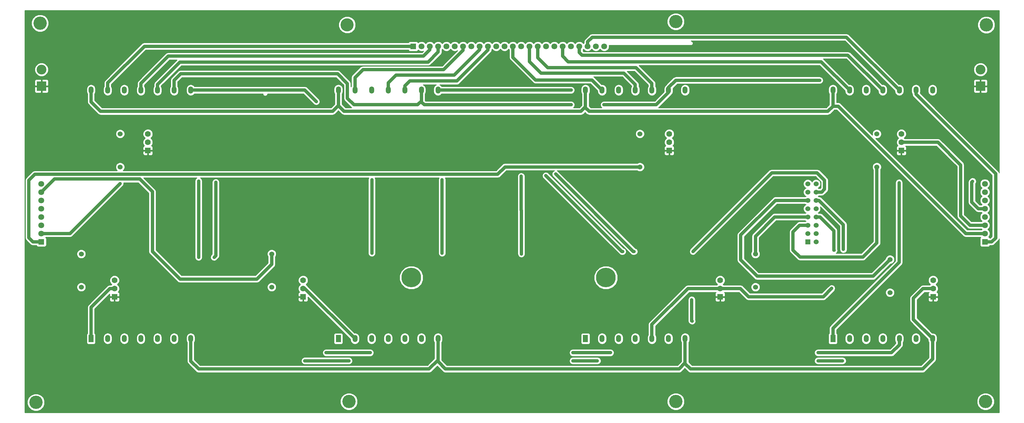
<source format=gtl>
G04 (created by PCBNEW (2013-07-07 BZR 4022)-stable) date 12/25/2014 10:33:01 AM*
%MOIN*%
G04 Gerber Fmt 3.4, Leading zero omitted, Abs format*
%FSLAX34Y34*%
G01*
G70*
G90*
G04 APERTURE LIST*
%ADD10C,0.00590551*%
%ADD11R,0.0708661X0.0708661*%
%ADD12C,0.0708661*%
%ADD13C,0.06*%
%ADD14R,0.06X0.06*%
%ADD15R,0.1181X0.1181*%
%ADD16C,0.1181*%
%ADD17C,0.07*%
%ADD18R,0.07X0.07*%
%ADD19C,0.23622*%
%ADD20C,0.16*%
%ADD21C,0.15748*%
%ADD22R,0.0590551X0.0866142*%
%ADD23O,0.0590551X0.0866142*%
%ADD24C,0.035*%
%ADD25C,0.0393701*%
%ADD26C,0.01*%
G04 APERTURE END LIST*
G54D10*
G54D11*
X25944Y-50594D03*
G54D12*
X25944Y-49594D03*
X25944Y-48594D03*
X25944Y-47594D03*
X25944Y-46594D03*
X25944Y-45594D03*
X25944Y-44594D03*
X25944Y-43594D03*
G54D11*
X70738Y-26998D03*
G54D12*
X71738Y-26998D03*
X72738Y-26998D03*
X73738Y-26998D03*
X74738Y-26998D03*
X75738Y-26998D03*
X76738Y-26998D03*
X77738Y-26998D03*
X78738Y-26998D03*
X79738Y-26998D03*
X80738Y-26998D03*
X81738Y-26998D03*
X82738Y-26998D03*
X83738Y-26998D03*
X84738Y-26998D03*
X85738Y-26998D03*
X86738Y-26998D03*
X87738Y-26998D03*
X88738Y-26998D03*
X89738Y-26998D03*
X90738Y-26998D03*
X91738Y-26998D03*
X92738Y-26998D03*
X93738Y-26998D03*
G54D13*
X98031Y-37566D03*
X98031Y-41566D03*
X35433Y-37566D03*
X35433Y-41566D03*
X126574Y-37566D03*
X126574Y-41566D03*
X111948Y-56059D03*
X111948Y-52059D03*
X30751Y-56059D03*
X30751Y-52059D03*
X128149Y-56724D03*
X128149Y-52724D03*
X53681Y-56059D03*
X53681Y-52059D03*
G54D11*
X139586Y-50594D03*
G54D12*
X139586Y-49594D03*
X139586Y-48594D03*
X139586Y-47594D03*
X139586Y-46594D03*
X139586Y-45594D03*
X139586Y-44594D03*
X139586Y-43594D03*
G54D14*
X118251Y-50598D03*
G54D13*
X119251Y-50598D03*
X118251Y-49598D03*
X119251Y-49598D03*
X118251Y-48598D03*
X119251Y-48598D03*
X118251Y-47598D03*
X119251Y-47598D03*
X118251Y-46598D03*
X119251Y-46598D03*
X118251Y-45598D03*
X119251Y-45598D03*
X118251Y-44598D03*
X119251Y-44598D03*
X118251Y-43598D03*
X119251Y-43598D03*
G54D15*
X139055Y-31807D03*
G54D16*
X139055Y-29807D03*
G54D15*
X25964Y-31807D03*
G54D16*
X25964Y-29807D03*
G54D17*
X101574Y-37582D03*
X101574Y-38582D03*
G54D18*
X101574Y-39582D03*
G54D17*
X129527Y-37582D03*
X129527Y-38582D03*
G54D18*
X129527Y-39582D03*
G54D17*
X38779Y-37582D03*
X38779Y-38582D03*
G54D18*
X38779Y-39582D03*
G54D17*
X107699Y-55244D03*
X107699Y-56244D03*
G54D18*
X107699Y-57244D03*
G54D17*
X34759Y-55244D03*
X34759Y-56244D03*
G54D18*
X34759Y-57244D03*
G54D17*
X133350Y-55244D03*
X133350Y-56244D03*
G54D18*
X133350Y-57244D03*
G54D17*
X57480Y-55244D03*
X57480Y-56244D03*
G54D18*
X57480Y-57244D03*
G54D19*
X93937Y-54921D03*
X70511Y-54921D03*
G54D20*
X139665Y-69881D03*
X25787Y-24212D03*
X139763Y-24409D03*
G54D21*
X62775Y-24409D03*
G54D20*
X25295Y-69980D03*
X62992Y-69881D03*
G54D22*
X31933Y-62283D03*
G54D23*
X33933Y-62283D03*
X35933Y-62283D03*
X37933Y-62283D03*
X39933Y-62283D03*
X41933Y-62283D03*
X43933Y-62283D03*
X43933Y-32283D03*
X41933Y-32283D03*
X39933Y-32283D03*
X37933Y-32283D03*
X35933Y-32283D03*
X33933Y-32283D03*
X31933Y-32283D03*
G54D22*
X61716Y-62283D03*
G54D23*
X63716Y-62283D03*
X65716Y-62283D03*
X67716Y-62283D03*
X69716Y-62283D03*
X71716Y-62283D03*
X73716Y-62283D03*
X73716Y-32283D03*
X71716Y-32283D03*
X69716Y-32283D03*
X67716Y-32283D03*
X65716Y-32283D03*
X63716Y-32283D03*
X61716Y-32283D03*
G54D22*
X91480Y-62283D03*
G54D23*
X93480Y-62283D03*
X95480Y-62283D03*
X97480Y-62283D03*
X99480Y-62283D03*
X101480Y-62283D03*
X103480Y-62283D03*
X103480Y-32283D03*
X101480Y-32283D03*
X99480Y-32283D03*
X97480Y-32283D03*
X95480Y-32283D03*
X93480Y-32283D03*
X91480Y-32283D03*
G54D22*
X121283Y-62283D03*
G54D23*
X123283Y-62283D03*
X125283Y-62283D03*
X127283Y-62283D03*
X129283Y-62283D03*
X131283Y-62283D03*
X133283Y-62283D03*
X133283Y-32283D03*
X131283Y-32283D03*
X129283Y-32283D03*
X127283Y-32283D03*
X125283Y-32283D03*
X123283Y-32283D03*
X121283Y-32283D03*
G54D20*
X102362Y-69881D03*
X102362Y-24015D03*
G54D24*
X35421Y-43570D03*
X74212Y-43110D03*
X74212Y-51968D03*
X83759Y-52066D03*
X83740Y-42677D03*
X95964Y-51771D03*
X86712Y-42618D03*
X97342Y-51771D03*
X87893Y-42421D03*
X44881Y-52460D03*
X44881Y-43267D03*
X46948Y-43405D03*
X46751Y-52460D03*
X65748Y-43110D03*
X65748Y-51968D03*
X119685Y-31102D03*
X93700Y-34055D03*
X89763Y-34055D03*
X89763Y-32283D03*
X59055Y-33661D03*
X121417Y-51610D03*
X121133Y-56208D03*
X119488Y-63976D03*
X89960Y-63976D03*
X94488Y-63976D03*
X65551Y-63976D03*
X60236Y-63976D03*
X138110Y-43295D03*
X129255Y-43468D03*
X122543Y-51519D03*
X104429Y-51763D03*
X104279Y-57594D03*
X104322Y-60169D03*
X122440Y-64960D03*
X119488Y-64960D03*
X92913Y-64960D03*
X89960Y-64960D03*
X62992Y-64960D03*
X57677Y-64960D03*
G54D25*
X25944Y-50594D02*
X24929Y-50594D01*
X81783Y-41566D02*
X98031Y-41566D01*
X80913Y-42437D02*
X81783Y-41566D01*
X25169Y-42437D02*
X80913Y-42437D01*
X24433Y-43173D02*
X25169Y-42437D01*
X24433Y-50098D02*
X24433Y-43173D01*
X24929Y-50594D02*
X24433Y-50098D01*
X29397Y-49594D02*
X25944Y-49594D01*
X35421Y-43570D02*
X29397Y-49594D01*
X126574Y-41566D02*
X126574Y-50736D01*
X117279Y-48598D02*
X118251Y-48598D01*
X116480Y-49397D02*
X117279Y-48598D01*
X116480Y-51590D02*
X116480Y-49397D01*
X117318Y-52429D02*
X116480Y-51590D01*
X124881Y-52429D02*
X117318Y-52429D01*
X126574Y-50736D02*
X124881Y-52429D01*
X111948Y-52059D02*
X111948Y-49929D01*
X114279Y-47598D02*
X118251Y-47598D01*
X111948Y-49929D02*
X114279Y-47598D01*
X118251Y-45598D02*
X114366Y-45598D01*
X126122Y-54751D02*
X128149Y-52724D01*
X112149Y-54751D02*
X126122Y-54751D01*
X110177Y-52779D02*
X112149Y-54751D01*
X110177Y-49787D02*
X110177Y-52779D01*
X114366Y-45598D02*
X110177Y-49787D01*
X53681Y-52059D02*
X53681Y-53318D01*
X27519Y-43019D02*
X25944Y-44594D01*
X37783Y-43019D02*
X27519Y-43019D01*
X39314Y-44551D02*
X37783Y-43019D01*
X39314Y-51763D02*
X39314Y-44551D01*
X42649Y-55098D02*
X39314Y-51763D01*
X51901Y-55098D02*
X42649Y-55098D01*
X53681Y-53318D02*
X51901Y-55098D01*
X70738Y-26998D02*
X38356Y-26998D01*
X33933Y-31421D02*
X33933Y-32283D01*
X38356Y-26998D02*
X33933Y-31421D01*
X74212Y-50000D02*
X74212Y-43110D01*
X74212Y-51574D02*
X74212Y-50000D01*
X74212Y-51968D02*
X74212Y-51574D01*
X82738Y-26998D02*
X82738Y-28328D01*
X92259Y-31062D02*
X93480Y-32283D01*
X85472Y-31062D02*
X92259Y-31062D01*
X82738Y-28328D02*
X85472Y-31062D01*
X83759Y-46791D02*
X83759Y-52066D01*
X83740Y-46771D02*
X83759Y-46791D01*
X83740Y-44251D02*
X83740Y-46771D01*
X83740Y-42677D02*
X83740Y-44251D01*
X84738Y-26998D02*
X84738Y-28832D01*
X97480Y-31614D02*
X97480Y-32283D01*
X96102Y-30236D02*
X97480Y-31614D01*
X86141Y-30236D02*
X96102Y-30236D01*
X84738Y-28832D02*
X86141Y-30236D01*
X85738Y-26998D02*
X85738Y-28375D01*
X99480Y-31488D02*
X99480Y-32283D01*
X97559Y-29566D02*
X99480Y-31488D01*
X86929Y-29566D02*
X97559Y-29566D01*
X85738Y-28375D02*
X86929Y-29566D01*
X95866Y-51771D02*
X95964Y-51771D01*
X86712Y-42618D02*
X95866Y-51771D01*
X88738Y-26998D02*
X88738Y-28187D01*
X119858Y-28858D02*
X123283Y-32283D01*
X89409Y-28858D02*
X119858Y-28858D01*
X88738Y-28187D02*
X89409Y-28858D01*
X97244Y-51771D02*
X97342Y-51771D01*
X87893Y-42421D02*
X97244Y-51771D01*
X90738Y-26998D02*
X90738Y-27746D01*
X123070Y-28070D02*
X127283Y-32283D01*
X91062Y-28070D02*
X123070Y-28070D01*
X90738Y-27746D02*
X91062Y-28070D01*
X91738Y-26998D02*
X91738Y-26450D01*
X122905Y-25905D02*
X129283Y-32283D01*
X92283Y-25905D02*
X122905Y-25905D01*
X91738Y-26450D02*
X92283Y-25905D01*
X44881Y-43267D02*
X44881Y-52460D01*
X72738Y-26998D02*
X72738Y-27419D01*
X37933Y-31476D02*
X37933Y-32283D01*
X41220Y-28188D02*
X37933Y-31476D01*
X71968Y-28188D02*
X41220Y-28188D01*
X72738Y-27419D02*
X71968Y-28188D01*
X73738Y-26998D02*
X73738Y-27679D01*
X39933Y-31602D02*
X39933Y-32283D01*
X42637Y-28897D02*
X39933Y-31602D01*
X72519Y-28897D02*
X42637Y-28897D01*
X73738Y-27679D02*
X72519Y-28897D01*
X46948Y-52263D02*
X46948Y-43405D01*
X46751Y-52460D02*
X46948Y-52263D01*
X63716Y-32283D02*
X63716Y-30771D01*
X76738Y-27474D02*
X76738Y-26998D01*
X74409Y-29803D02*
X76738Y-27474D01*
X64685Y-29803D02*
X74409Y-29803D01*
X63716Y-30771D02*
X64685Y-29803D01*
X65748Y-46653D02*
X65748Y-43110D01*
X65748Y-50590D02*
X65748Y-46653D01*
X65748Y-51968D02*
X65748Y-50590D01*
X67716Y-32283D02*
X67716Y-31417D01*
X78738Y-27403D02*
X78738Y-26998D01*
X75669Y-30472D02*
X78738Y-27403D01*
X68661Y-30472D02*
X75669Y-30472D01*
X67716Y-31417D02*
X68661Y-30472D01*
X69716Y-32283D02*
X69716Y-31779D01*
X79738Y-27427D02*
X79738Y-26998D01*
X75984Y-31181D02*
X79738Y-27427D01*
X70314Y-31181D02*
X75984Y-31181D01*
X69716Y-31779D02*
X70314Y-31181D01*
X139586Y-50594D02*
X140413Y-50594D01*
X131283Y-32783D02*
X131283Y-32283D01*
X140881Y-42381D02*
X131283Y-32783D01*
X140881Y-50125D02*
X140881Y-42381D01*
X140413Y-50594D02*
X140881Y-50125D01*
X101480Y-32283D02*
X101480Y-31984D01*
X101480Y-31984D02*
X102362Y-31102D01*
X102362Y-31102D02*
X119685Y-31102D01*
X89763Y-34055D02*
X75393Y-34055D01*
X71716Y-33724D02*
X72047Y-34055D01*
X72047Y-34055D02*
X75393Y-34055D01*
X71716Y-33598D02*
X71716Y-33724D01*
X101480Y-32574D02*
X101480Y-32283D01*
X100000Y-34055D02*
X101480Y-32574D01*
X93700Y-34055D02*
X100000Y-34055D01*
X41933Y-32283D02*
X41933Y-31098D01*
X71716Y-33598D02*
X71716Y-32283D01*
X71259Y-34055D02*
X71716Y-33598D01*
X63582Y-34055D02*
X71259Y-34055D01*
X62795Y-33267D02*
X63582Y-34055D01*
X62795Y-31496D02*
X62795Y-33267D01*
X61614Y-30314D02*
X62795Y-31496D01*
X42716Y-30314D02*
X61614Y-30314D01*
X41933Y-31098D02*
X42716Y-30314D01*
X139586Y-49594D02*
X137295Y-49594D01*
X121929Y-34228D02*
X121283Y-34228D01*
X137295Y-49594D02*
X121929Y-34228D01*
X91480Y-34251D02*
X91480Y-34393D01*
X91480Y-34393D02*
X91929Y-34842D01*
X91929Y-34842D02*
X120669Y-34842D01*
X120669Y-34842D02*
X121283Y-34228D01*
X121283Y-34228D02*
X121283Y-32283D01*
X61716Y-34149D02*
X61716Y-34157D01*
X91480Y-34307D02*
X91480Y-34251D01*
X91480Y-34251D02*
X91480Y-32283D01*
X90944Y-34842D02*
X91480Y-34307D01*
X62401Y-34842D02*
X90944Y-34842D01*
X61716Y-34157D02*
X62401Y-34842D01*
X31933Y-32283D02*
X31933Y-33704D01*
X61716Y-34149D02*
X61716Y-32283D01*
X61023Y-34842D02*
X61716Y-34149D01*
X33070Y-34842D02*
X61023Y-34842D01*
X31933Y-33704D02*
X33070Y-34842D01*
X129527Y-38582D02*
X133921Y-38582D01*
X137783Y-48594D02*
X139586Y-48594D01*
X136665Y-47476D02*
X137783Y-48594D01*
X136665Y-41326D02*
X136665Y-47476D01*
X133921Y-38582D02*
X136665Y-41326D01*
X73716Y-32283D02*
X89763Y-32283D01*
X43933Y-32283D02*
X57677Y-32283D01*
X57677Y-32283D02*
X59055Y-33661D01*
X107699Y-56244D02*
X110145Y-56244D01*
X119736Y-47598D02*
X119251Y-47598D01*
X121397Y-49259D02*
X119736Y-47598D01*
X121397Y-51590D02*
X121397Y-49259D01*
X121417Y-51610D02*
X121397Y-51590D01*
X120118Y-57224D02*
X121133Y-56208D01*
X111125Y-57224D02*
X120118Y-57224D01*
X110145Y-56244D02*
X111125Y-57224D01*
X99480Y-62283D02*
X99480Y-60586D01*
X103822Y-56244D02*
X107699Y-56244D01*
X99480Y-60586D02*
X103822Y-56244D01*
X129283Y-63039D02*
X129283Y-62283D01*
X128346Y-63976D02*
X129283Y-63039D01*
X119488Y-63976D02*
X128346Y-63976D01*
X89960Y-63976D02*
X94488Y-63976D01*
X60236Y-63976D02*
X65551Y-63976D01*
X121283Y-62283D02*
X121283Y-61051D01*
X138787Y-46594D02*
X139586Y-46594D01*
X138003Y-45811D02*
X138787Y-46594D01*
X138003Y-43401D02*
X138003Y-45811D01*
X138110Y-43295D02*
X138003Y-43401D01*
X129255Y-53078D02*
X129255Y-43468D01*
X121283Y-61051D02*
X129255Y-53078D01*
X31933Y-62283D02*
X31933Y-58507D01*
X34196Y-56244D02*
X34759Y-56244D01*
X31933Y-58507D02*
X34196Y-56244D01*
X119251Y-45598D02*
X119606Y-45598D01*
X122543Y-48535D02*
X122543Y-51519D01*
X119606Y-45598D02*
X122543Y-48535D01*
X133350Y-56244D02*
X132141Y-56244D01*
X130968Y-59968D02*
X133283Y-62283D01*
X130968Y-57417D02*
X130968Y-59968D01*
X132141Y-56244D02*
X130968Y-57417D01*
X103480Y-65157D02*
X103480Y-65291D01*
X133283Y-64748D02*
X133283Y-62283D01*
X132086Y-65944D02*
X133283Y-64748D01*
X104133Y-65944D02*
X132086Y-65944D01*
X103480Y-65291D02*
X104133Y-65944D01*
X73716Y-64763D02*
X73716Y-65055D01*
X103480Y-65220D02*
X103480Y-65157D01*
X103480Y-65157D02*
X103480Y-62283D01*
X102755Y-65944D02*
X103480Y-65220D01*
X74606Y-65944D02*
X102755Y-65944D01*
X73716Y-65055D02*
X74606Y-65944D01*
X43933Y-62283D02*
X43933Y-64996D01*
X73716Y-64866D02*
X73716Y-64763D01*
X73716Y-64763D02*
X73716Y-62283D01*
X72637Y-65944D02*
X73716Y-64866D01*
X44881Y-65944D02*
X72637Y-65944D01*
X43933Y-64996D02*
X44881Y-65944D01*
X119925Y-44598D02*
X119251Y-44598D01*
X120271Y-44251D02*
X119925Y-44598D01*
X120271Y-43173D02*
X120271Y-44251D01*
X119370Y-42271D02*
X120271Y-43173D01*
X113921Y-42271D02*
X119370Y-42271D01*
X104429Y-51763D02*
X113921Y-42271D01*
X104279Y-60125D02*
X104279Y-57594D01*
X104322Y-60169D02*
X104279Y-60125D01*
X57480Y-56244D02*
X57677Y-56244D01*
X57677Y-56244D02*
X63716Y-62283D01*
X119488Y-64960D02*
X122440Y-64960D01*
X89960Y-64960D02*
X92913Y-64960D01*
X61023Y-64960D02*
X62992Y-64960D01*
X57677Y-64960D02*
X61023Y-64960D01*
G54D10*
G36*
X141305Y-71206D02*
X140715Y-71206D01*
X140715Y-69673D01*
X140556Y-69287D01*
X140260Y-68992D01*
X139875Y-68832D01*
X139457Y-68831D01*
X139071Y-68991D01*
X138775Y-69286D01*
X138615Y-69672D01*
X138615Y-70089D01*
X138774Y-70475D01*
X139069Y-70771D01*
X139455Y-70931D01*
X139873Y-70932D01*
X140259Y-70772D01*
X140554Y-70477D01*
X140715Y-70091D01*
X140715Y-69673D01*
X140715Y-71206D01*
X133950Y-71206D01*
X133950Y-56125D01*
X133859Y-55904D01*
X133698Y-55743D01*
X133858Y-55584D01*
X133950Y-55363D01*
X133950Y-55125D01*
X133859Y-54904D01*
X133690Y-54735D01*
X133470Y-54644D01*
X133231Y-54643D01*
X133010Y-54735D01*
X132842Y-54903D01*
X132750Y-55124D01*
X132750Y-55362D01*
X132841Y-55583D01*
X133001Y-55744D01*
X132948Y-55797D01*
X132141Y-55797D01*
X131970Y-55831D01*
X131825Y-55928D01*
X130652Y-57101D01*
X130555Y-57246D01*
X130521Y-57417D01*
X130521Y-59968D01*
X130555Y-60139D01*
X130652Y-60284D01*
X132738Y-62370D01*
X132738Y-62434D01*
X132779Y-62643D01*
X132836Y-62728D01*
X132836Y-64562D01*
X131901Y-65498D01*
X131828Y-65498D01*
X131828Y-62434D01*
X131828Y-62132D01*
X131787Y-61923D01*
X131669Y-61746D01*
X131492Y-61628D01*
X131283Y-61587D01*
X131074Y-61628D01*
X130897Y-61746D01*
X130779Y-61923D01*
X130738Y-62132D01*
X130738Y-62434D01*
X130779Y-62643D01*
X130897Y-62820D01*
X131074Y-62938D01*
X131283Y-62979D01*
X131492Y-62938D01*
X131669Y-62820D01*
X131787Y-62643D01*
X131828Y-62434D01*
X131828Y-65498D01*
X129828Y-65498D01*
X129828Y-62434D01*
X129828Y-62132D01*
X129787Y-61923D01*
X129702Y-61797D01*
X129702Y-53078D01*
X129702Y-43468D01*
X129668Y-43297D01*
X129571Y-43152D01*
X129426Y-43055D01*
X129255Y-43021D01*
X129084Y-43055D01*
X128939Y-43152D01*
X128843Y-43297D01*
X128809Y-43468D01*
X128809Y-52893D01*
X128699Y-53003D01*
X128699Y-52615D01*
X128616Y-52413D01*
X128461Y-52258D01*
X128259Y-52174D01*
X128040Y-52174D01*
X127838Y-52257D01*
X127683Y-52412D01*
X127599Y-52614D01*
X127599Y-52642D01*
X125936Y-54305D01*
X112334Y-54305D01*
X110624Y-52594D01*
X110624Y-49972D01*
X114551Y-46045D01*
X117920Y-46045D01*
X117940Y-46064D01*
X118021Y-46098D01*
X117940Y-46131D01*
X117785Y-46286D01*
X117702Y-46488D01*
X117701Y-46707D01*
X117785Y-46909D01*
X117940Y-47064D01*
X118021Y-47098D01*
X117940Y-47131D01*
X117921Y-47151D01*
X114279Y-47151D01*
X114108Y-47185D01*
X113963Y-47282D01*
X111632Y-49613D01*
X111535Y-49758D01*
X111501Y-49929D01*
X111501Y-51727D01*
X111482Y-51747D01*
X111398Y-51949D01*
X111398Y-52167D01*
X111482Y-52370D01*
X111636Y-52525D01*
X111838Y-52608D01*
X112057Y-52609D01*
X112259Y-52525D01*
X112414Y-52371D01*
X112498Y-52168D01*
X112498Y-51950D01*
X112415Y-51747D01*
X112395Y-51728D01*
X112395Y-50114D01*
X114464Y-48045D01*
X117920Y-48045D01*
X117940Y-48064D01*
X118021Y-48098D01*
X117940Y-48131D01*
X117921Y-48151D01*
X117279Y-48151D01*
X117108Y-48185D01*
X116963Y-48282D01*
X116164Y-49081D01*
X116067Y-49226D01*
X116033Y-49397D01*
X116033Y-51590D01*
X116067Y-51761D01*
X116164Y-51906D01*
X117002Y-52745D01*
X117002Y-52745D01*
X117147Y-52841D01*
X117318Y-52875D01*
X117318Y-52875D01*
X124881Y-52875D01*
X125052Y-52841D01*
X125052Y-52841D01*
X125197Y-52745D01*
X126890Y-51052D01*
X126987Y-50907D01*
X127021Y-50736D01*
X127021Y-50736D01*
X127021Y-41897D01*
X127040Y-41878D01*
X127124Y-41676D01*
X127124Y-41458D01*
X127041Y-41255D01*
X126886Y-41100D01*
X126684Y-41017D01*
X126465Y-41016D01*
X126263Y-41100D01*
X126108Y-41254D01*
X126024Y-41457D01*
X126024Y-41675D01*
X126108Y-41878D01*
X126127Y-41897D01*
X126127Y-50551D01*
X124696Y-51982D01*
X121649Y-51982D01*
X121733Y-51926D01*
X121830Y-51781D01*
X121864Y-51610D01*
X121844Y-51511D01*
X121844Y-49259D01*
X121810Y-49088D01*
X121810Y-49088D01*
X121713Y-48943D01*
X120052Y-47282D01*
X119907Y-47185D01*
X119736Y-47151D01*
X119583Y-47151D01*
X119563Y-47132D01*
X119482Y-47098D01*
X119563Y-47064D01*
X119717Y-46910D01*
X119801Y-46708D01*
X119802Y-46489D01*
X119757Y-46381D01*
X122096Y-48720D01*
X122096Y-51519D01*
X122130Y-51690D01*
X122227Y-51835D01*
X122372Y-51932D01*
X122543Y-51966D01*
X122714Y-51932D01*
X122859Y-51835D01*
X122956Y-51690D01*
X122990Y-51519D01*
X122990Y-48535D01*
X122956Y-48364D01*
X122956Y-48364D01*
X122859Y-48219D01*
X119922Y-45282D01*
X119777Y-45185D01*
X119606Y-45151D01*
X119583Y-45151D01*
X119563Y-45132D01*
X119482Y-45098D01*
X119563Y-45064D01*
X119582Y-45045D01*
X119925Y-45045D01*
X120096Y-45011D01*
X120096Y-45011D01*
X120241Y-44914D01*
X120587Y-44567D01*
X120587Y-44567D01*
X120684Y-44422D01*
X120718Y-44251D01*
X120718Y-44251D01*
X120718Y-43173D01*
X120684Y-43002D01*
X120684Y-43002D01*
X120587Y-42857D01*
X119686Y-41955D01*
X119541Y-41858D01*
X119370Y-41824D01*
X113921Y-41824D01*
X113750Y-41858D01*
X113605Y-41955D01*
X113605Y-41955D01*
X113605Y-41955D01*
X104113Y-51447D01*
X104016Y-51592D01*
X103982Y-51763D01*
X104016Y-51934D01*
X104113Y-52079D01*
X104258Y-52176D01*
X104429Y-52210D01*
X104600Y-52176D01*
X104745Y-52079D01*
X114106Y-42718D01*
X119184Y-42718D01*
X119824Y-43358D01*
X119824Y-44066D01*
X119740Y-44151D01*
X119583Y-44151D01*
X119563Y-44132D01*
X119482Y-44098D01*
X119563Y-44064D01*
X119717Y-43910D01*
X119801Y-43708D01*
X119802Y-43489D01*
X119718Y-43287D01*
X119563Y-43132D01*
X119361Y-43048D01*
X119143Y-43048D01*
X118940Y-43131D01*
X118785Y-43286D01*
X118751Y-43368D01*
X118718Y-43287D01*
X118563Y-43132D01*
X118361Y-43048D01*
X118143Y-43048D01*
X117940Y-43131D01*
X117785Y-43286D01*
X117702Y-43488D01*
X117701Y-43707D01*
X117785Y-43909D01*
X117940Y-44064D01*
X118021Y-44098D01*
X117940Y-44131D01*
X117785Y-44286D01*
X117702Y-44488D01*
X117701Y-44707D01*
X117785Y-44909D01*
X117940Y-45064D01*
X118021Y-45098D01*
X117940Y-45131D01*
X117921Y-45151D01*
X114366Y-45151D01*
X114195Y-45185D01*
X114050Y-45282D01*
X109861Y-49471D01*
X109764Y-49616D01*
X109730Y-49787D01*
X109730Y-52779D01*
X109764Y-52950D01*
X109861Y-53095D01*
X111833Y-55067D01*
X111833Y-55067D01*
X111978Y-55164D01*
X112149Y-55198D01*
X112149Y-55198D01*
X126122Y-55198D01*
X126293Y-55164D01*
X126293Y-55164D01*
X126438Y-55067D01*
X128231Y-53274D01*
X128258Y-53274D01*
X128460Y-53190D01*
X128615Y-53036D01*
X128699Y-52834D01*
X128699Y-52615D01*
X128699Y-53003D01*
X121580Y-60121D01*
X121580Y-56208D01*
X121546Y-56037D01*
X121449Y-55892D01*
X121304Y-55795D01*
X121133Y-55761D01*
X120962Y-55795D01*
X120817Y-55892D01*
X119933Y-56777D01*
X112498Y-56777D01*
X112498Y-55950D01*
X112415Y-55747D01*
X112260Y-55593D01*
X112058Y-55509D01*
X111839Y-55508D01*
X111637Y-55592D01*
X111482Y-55747D01*
X111398Y-55949D01*
X111398Y-56167D01*
X111482Y-56370D01*
X111636Y-56525D01*
X111838Y-56608D01*
X112057Y-56609D01*
X112259Y-56525D01*
X112414Y-56371D01*
X112498Y-56168D01*
X112498Y-55950D01*
X112498Y-56777D01*
X111311Y-56777D01*
X110461Y-55928D01*
X110316Y-55831D01*
X110145Y-55797D01*
X108100Y-55797D01*
X108047Y-55743D01*
X108207Y-55584D01*
X108299Y-55363D01*
X108299Y-55125D01*
X108208Y-54904D01*
X108039Y-54735D01*
X107819Y-54644D01*
X107580Y-54643D01*
X107359Y-54735D01*
X107190Y-54903D01*
X107099Y-55124D01*
X107099Y-55362D01*
X107190Y-55583D01*
X107350Y-55744D01*
X107297Y-55797D01*
X103822Y-55797D01*
X103651Y-55831D01*
X103506Y-55928D01*
X102174Y-57260D01*
X102174Y-38463D01*
X102083Y-38243D01*
X101923Y-38082D01*
X102083Y-37922D01*
X102174Y-37702D01*
X102174Y-37463D01*
X102083Y-37243D01*
X101915Y-37074D01*
X101694Y-36982D01*
X101455Y-36982D01*
X101235Y-37073D01*
X101066Y-37242D01*
X100974Y-37462D01*
X100974Y-37701D01*
X101065Y-37922D01*
X101226Y-38082D01*
X101066Y-38242D01*
X100974Y-38462D01*
X100974Y-38701D01*
X101065Y-38922D01*
X101140Y-38996D01*
X101083Y-39020D01*
X101012Y-39090D01*
X100974Y-39182D01*
X100974Y-39282D01*
X100974Y-39470D01*
X101037Y-39532D01*
X101524Y-39532D01*
X101524Y-39524D01*
X101624Y-39524D01*
X101624Y-39532D01*
X102112Y-39532D01*
X102174Y-39470D01*
X102174Y-39282D01*
X102174Y-39182D01*
X102136Y-39090D01*
X102066Y-39020D01*
X102009Y-38996D01*
X102083Y-38922D01*
X102174Y-38702D01*
X102174Y-38463D01*
X102174Y-57260D01*
X102174Y-57260D01*
X102174Y-39883D01*
X102174Y-39695D01*
X102112Y-39632D01*
X101624Y-39632D01*
X101624Y-40120D01*
X101687Y-40182D01*
X101974Y-40182D01*
X102066Y-40144D01*
X102136Y-40074D01*
X102174Y-39982D01*
X102174Y-39883D01*
X102174Y-57260D01*
X101524Y-57910D01*
X101524Y-40120D01*
X101524Y-39632D01*
X101037Y-39632D01*
X100974Y-39695D01*
X100974Y-39883D01*
X100974Y-39982D01*
X101012Y-40074D01*
X101083Y-40144D01*
X101175Y-40182D01*
X101462Y-40182D01*
X101524Y-40120D01*
X101524Y-57910D01*
X99164Y-60270D01*
X99067Y-60415D01*
X99033Y-60586D01*
X99033Y-61838D01*
X98976Y-61923D01*
X98935Y-62132D01*
X98935Y-62434D01*
X98976Y-62643D01*
X99094Y-62820D01*
X99271Y-62938D01*
X99480Y-62979D01*
X99688Y-62938D01*
X99865Y-62820D01*
X99984Y-62643D01*
X100025Y-62434D01*
X100025Y-62132D01*
X99984Y-61923D01*
X99927Y-61838D01*
X99927Y-60771D01*
X104007Y-56690D01*
X107198Y-56690D01*
X107137Y-56752D01*
X107099Y-56844D01*
X107099Y-56943D01*
X107099Y-57131D01*
X107161Y-57194D01*
X107649Y-57194D01*
X107649Y-57186D01*
X107749Y-57186D01*
X107749Y-57194D01*
X108236Y-57194D01*
X108299Y-57131D01*
X108299Y-56943D01*
X108299Y-56844D01*
X108261Y-56752D01*
X108199Y-56690D01*
X109960Y-56690D01*
X110810Y-57540D01*
X110810Y-57540D01*
X110954Y-57637D01*
X111125Y-57671D01*
X111125Y-57671D01*
X120118Y-57671D01*
X120289Y-57637D01*
X120289Y-57637D01*
X120434Y-57540D01*
X121449Y-56524D01*
X121546Y-56379D01*
X121580Y-56208D01*
X121580Y-60121D01*
X120967Y-60735D01*
X120870Y-60880D01*
X120836Y-61051D01*
X120836Y-61648D01*
X120776Y-61708D01*
X120738Y-61800D01*
X120738Y-61899D01*
X120738Y-62766D01*
X120776Y-62857D01*
X120846Y-62928D01*
X120938Y-62966D01*
X121037Y-62966D01*
X121628Y-62966D01*
X121720Y-62928D01*
X121790Y-62858D01*
X121828Y-62766D01*
X121828Y-62667D01*
X121828Y-61800D01*
X121790Y-61708D01*
X121730Y-61648D01*
X121730Y-61236D01*
X129571Y-53394D01*
X129571Y-53394D01*
X129668Y-53249D01*
X129702Y-53078D01*
X129702Y-53078D01*
X129702Y-61797D01*
X129669Y-61746D01*
X129492Y-61628D01*
X129283Y-61587D01*
X129074Y-61628D01*
X128897Y-61746D01*
X128779Y-61923D01*
X128738Y-62132D01*
X128738Y-62434D01*
X128779Y-62643D01*
X128836Y-62728D01*
X128836Y-62854D01*
X128699Y-62991D01*
X128699Y-56615D01*
X128616Y-56413D01*
X128461Y-56258D01*
X128259Y-56174D01*
X128040Y-56174D01*
X127838Y-56257D01*
X127683Y-56412D01*
X127599Y-56614D01*
X127599Y-56833D01*
X127683Y-57035D01*
X127837Y-57190D01*
X128039Y-57274D01*
X128258Y-57274D01*
X128460Y-57190D01*
X128615Y-57036D01*
X128699Y-56834D01*
X128699Y-56615D01*
X128699Y-62991D01*
X128161Y-63529D01*
X127828Y-63529D01*
X127828Y-62434D01*
X127828Y-62132D01*
X127787Y-61923D01*
X127669Y-61746D01*
X127492Y-61628D01*
X127283Y-61587D01*
X127074Y-61628D01*
X126897Y-61746D01*
X126779Y-61923D01*
X126738Y-62132D01*
X126738Y-62434D01*
X126779Y-62643D01*
X126897Y-62820D01*
X127074Y-62938D01*
X127283Y-62979D01*
X127492Y-62938D01*
X127669Y-62820D01*
X127787Y-62643D01*
X127828Y-62434D01*
X127828Y-63529D01*
X125828Y-63529D01*
X125828Y-62434D01*
X125828Y-62132D01*
X125787Y-61923D01*
X125669Y-61746D01*
X125492Y-61628D01*
X125283Y-61587D01*
X125074Y-61628D01*
X124897Y-61746D01*
X124779Y-61923D01*
X124738Y-62132D01*
X124738Y-62434D01*
X124779Y-62643D01*
X124897Y-62820D01*
X125074Y-62938D01*
X125283Y-62979D01*
X125492Y-62938D01*
X125669Y-62820D01*
X125787Y-62643D01*
X125828Y-62434D01*
X125828Y-63529D01*
X123828Y-63529D01*
X123828Y-62434D01*
X123828Y-62132D01*
X123787Y-61923D01*
X123669Y-61746D01*
X123492Y-61628D01*
X123283Y-61587D01*
X123074Y-61628D01*
X122897Y-61746D01*
X122779Y-61923D01*
X122738Y-62132D01*
X122738Y-62434D01*
X122779Y-62643D01*
X122897Y-62820D01*
X123074Y-62938D01*
X123283Y-62979D01*
X123492Y-62938D01*
X123669Y-62820D01*
X123787Y-62643D01*
X123828Y-62434D01*
X123828Y-63529D01*
X119488Y-63529D01*
X119317Y-63563D01*
X119172Y-63660D01*
X119075Y-63805D01*
X119041Y-63976D01*
X119075Y-64147D01*
X119172Y-64292D01*
X119317Y-64389D01*
X119488Y-64423D01*
X128346Y-64423D01*
X128517Y-64389D01*
X128517Y-64389D01*
X128662Y-64292D01*
X129599Y-63355D01*
X129696Y-63210D01*
X129696Y-63210D01*
X129730Y-63039D01*
X129730Y-62728D01*
X129787Y-62643D01*
X129828Y-62434D01*
X129828Y-65498D01*
X122887Y-65498D01*
X122887Y-64960D01*
X122853Y-64789D01*
X122756Y-64644D01*
X122611Y-64547D01*
X122440Y-64513D01*
X119488Y-64513D01*
X119317Y-64547D01*
X119172Y-64644D01*
X119075Y-64789D01*
X119041Y-64960D01*
X119075Y-65131D01*
X119172Y-65276D01*
X119317Y-65373D01*
X119488Y-65407D01*
X122440Y-65407D01*
X122611Y-65373D01*
X122756Y-65276D01*
X122853Y-65131D01*
X122887Y-64960D01*
X122887Y-65498D01*
X108299Y-65498D01*
X108299Y-57544D01*
X108299Y-57356D01*
X108236Y-57294D01*
X107749Y-57294D01*
X107749Y-57781D01*
X107811Y-57844D01*
X108098Y-57844D01*
X108190Y-57806D01*
X108261Y-57735D01*
X108299Y-57644D01*
X108299Y-57544D01*
X108299Y-65498D01*
X107649Y-65498D01*
X107649Y-57781D01*
X107649Y-57294D01*
X107161Y-57294D01*
X107099Y-57356D01*
X107099Y-57544D01*
X107099Y-57644D01*
X107137Y-57735D01*
X107207Y-57806D01*
X107299Y-57844D01*
X107586Y-57844D01*
X107649Y-57781D01*
X107649Y-65498D01*
X104769Y-65498D01*
X104769Y-60169D01*
X104735Y-59998D01*
X104726Y-59984D01*
X104726Y-57594D01*
X104692Y-57423D01*
X104595Y-57278D01*
X104450Y-57181D01*
X104279Y-57147D01*
X104108Y-57181D01*
X103963Y-57278D01*
X103866Y-57423D01*
X103832Y-57594D01*
X103832Y-60125D01*
X103866Y-60296D01*
X103963Y-60441D01*
X104006Y-60485D01*
X104151Y-60582D01*
X104322Y-60616D01*
X104493Y-60582D01*
X104638Y-60485D01*
X104735Y-60340D01*
X104769Y-60169D01*
X104769Y-65498D01*
X104318Y-65498D01*
X103927Y-65106D01*
X103927Y-62728D01*
X103984Y-62643D01*
X104025Y-62434D01*
X104025Y-62132D01*
X103984Y-61923D01*
X103865Y-61746D01*
X103688Y-61628D01*
X103480Y-61587D01*
X103271Y-61628D01*
X103094Y-61746D01*
X102976Y-61923D01*
X102935Y-62132D01*
X102935Y-62434D01*
X102976Y-62643D01*
X103033Y-62728D01*
X103033Y-65035D01*
X102570Y-65498D01*
X102025Y-65498D01*
X102025Y-62434D01*
X102025Y-62132D01*
X101984Y-61923D01*
X101865Y-61746D01*
X101688Y-61628D01*
X101480Y-61587D01*
X101271Y-61628D01*
X101094Y-61746D01*
X100976Y-61923D01*
X100935Y-62132D01*
X100935Y-62434D01*
X100976Y-62643D01*
X101094Y-62820D01*
X101271Y-62938D01*
X101480Y-62979D01*
X101688Y-62938D01*
X101865Y-62820D01*
X101984Y-62643D01*
X102025Y-62434D01*
X102025Y-65498D01*
X98581Y-65498D01*
X98581Y-41458D01*
X98581Y-37458D01*
X98498Y-37255D01*
X98343Y-37100D01*
X98141Y-37017D01*
X97922Y-37016D01*
X97720Y-37100D01*
X97565Y-37254D01*
X97481Y-37457D01*
X97481Y-37675D01*
X97564Y-37878D01*
X97719Y-38032D01*
X97921Y-38116D01*
X98140Y-38117D01*
X98342Y-38033D01*
X98497Y-37878D01*
X98581Y-37676D01*
X98581Y-37458D01*
X98581Y-41458D01*
X98498Y-41255D01*
X98343Y-41100D01*
X98141Y-41017D01*
X97922Y-41016D01*
X97720Y-41100D01*
X97700Y-41120D01*
X81783Y-41120D01*
X81612Y-41154D01*
X81467Y-41250D01*
X80728Y-41990D01*
X39379Y-41990D01*
X39379Y-38463D01*
X39288Y-38243D01*
X39128Y-38082D01*
X39287Y-37922D01*
X39379Y-37702D01*
X39379Y-37463D01*
X39288Y-37243D01*
X39119Y-37074D01*
X38899Y-36982D01*
X38660Y-36982D01*
X38440Y-37073D01*
X38271Y-37242D01*
X38179Y-37462D01*
X38179Y-37701D01*
X38270Y-37922D01*
X38430Y-38082D01*
X38271Y-38242D01*
X38179Y-38462D01*
X38179Y-38701D01*
X38270Y-38922D01*
X38345Y-38996D01*
X38288Y-39020D01*
X38217Y-39090D01*
X38179Y-39182D01*
X38179Y-39282D01*
X38179Y-39470D01*
X38242Y-39532D01*
X38729Y-39532D01*
X38729Y-39524D01*
X38829Y-39524D01*
X38829Y-39532D01*
X39317Y-39532D01*
X39379Y-39470D01*
X39379Y-39282D01*
X39379Y-39182D01*
X39341Y-39090D01*
X39270Y-39020D01*
X39213Y-38996D01*
X39287Y-38922D01*
X39379Y-38702D01*
X39379Y-38463D01*
X39379Y-41990D01*
X39379Y-41990D01*
X39379Y-39883D01*
X39379Y-39695D01*
X39317Y-39632D01*
X38829Y-39632D01*
X38829Y-40120D01*
X38892Y-40182D01*
X39179Y-40182D01*
X39270Y-40144D01*
X39341Y-40074D01*
X39379Y-39982D01*
X39379Y-39883D01*
X39379Y-41990D01*
X38729Y-41990D01*
X38729Y-40120D01*
X38729Y-39632D01*
X38242Y-39632D01*
X38179Y-39695D01*
X38179Y-39883D01*
X38179Y-39982D01*
X38217Y-40074D01*
X38288Y-40144D01*
X38380Y-40182D01*
X38667Y-40182D01*
X38729Y-40120D01*
X38729Y-41990D01*
X35787Y-41990D01*
X35899Y-41878D01*
X35982Y-41676D01*
X35983Y-41458D01*
X35983Y-37458D01*
X35899Y-37255D01*
X35745Y-37100D01*
X35542Y-37017D01*
X35324Y-37016D01*
X35121Y-37100D01*
X34967Y-37254D01*
X34883Y-37457D01*
X34882Y-37675D01*
X34966Y-37878D01*
X35121Y-38032D01*
X35323Y-38116D01*
X35541Y-38117D01*
X35744Y-38033D01*
X35899Y-37878D01*
X35982Y-37676D01*
X35983Y-37458D01*
X35983Y-41458D01*
X35899Y-41255D01*
X35745Y-41100D01*
X35542Y-41017D01*
X35324Y-41016D01*
X35121Y-41100D01*
X34967Y-41254D01*
X34883Y-41457D01*
X34882Y-41675D01*
X34966Y-41878D01*
X35078Y-41990D01*
X26837Y-41990D01*
X26837Y-24004D01*
X26678Y-23618D01*
X26382Y-23322D01*
X25997Y-23162D01*
X25579Y-23162D01*
X25193Y-23321D01*
X24897Y-23617D01*
X24737Y-24002D01*
X24737Y-24420D01*
X24896Y-24806D01*
X25191Y-25102D01*
X25577Y-25262D01*
X25995Y-25262D01*
X26381Y-25103D01*
X26677Y-24808D01*
X26837Y-24422D01*
X26837Y-24004D01*
X26837Y-41990D01*
X26805Y-41990D01*
X26805Y-29640D01*
X26677Y-29331D01*
X26441Y-29094D01*
X26132Y-28966D01*
X25798Y-28966D01*
X25489Y-29094D01*
X25252Y-29330D01*
X25124Y-29639D01*
X25123Y-29973D01*
X25251Y-30282D01*
X25487Y-30519D01*
X25796Y-30647D01*
X26131Y-30647D01*
X26440Y-30520D01*
X26676Y-30283D01*
X26804Y-29975D01*
X26805Y-29640D01*
X26805Y-41990D01*
X26805Y-41990D01*
X26805Y-32447D01*
X26805Y-31167D01*
X26767Y-31075D01*
X26696Y-31004D01*
X26605Y-30966D01*
X26505Y-30966D01*
X26077Y-30966D01*
X26014Y-31029D01*
X26014Y-31757D01*
X26742Y-31757D01*
X26805Y-31694D01*
X26805Y-31167D01*
X26805Y-32447D01*
X26805Y-31919D01*
X26742Y-31857D01*
X26014Y-31857D01*
X26014Y-32585D01*
X26077Y-32647D01*
X26505Y-32647D01*
X26605Y-32647D01*
X26696Y-32609D01*
X26767Y-32539D01*
X26805Y-32447D01*
X26805Y-41990D01*
X25914Y-41990D01*
X25914Y-32585D01*
X25914Y-31857D01*
X25914Y-31757D01*
X25914Y-31029D01*
X25852Y-30966D01*
X25423Y-30966D01*
X25324Y-30966D01*
X25232Y-31004D01*
X25162Y-31075D01*
X25124Y-31167D01*
X25124Y-31694D01*
X25186Y-31757D01*
X25914Y-31757D01*
X25914Y-31857D01*
X25186Y-31857D01*
X25124Y-31919D01*
X25124Y-32447D01*
X25162Y-32539D01*
X25232Y-32609D01*
X25324Y-32647D01*
X25423Y-32647D01*
X25852Y-32647D01*
X25914Y-32585D01*
X25914Y-41990D01*
X25169Y-41990D01*
X24998Y-42024D01*
X24853Y-42121D01*
X24117Y-42857D01*
X24020Y-43002D01*
X23986Y-43173D01*
X23986Y-50098D01*
X24020Y-50269D01*
X24117Y-50414D01*
X24613Y-50910D01*
X24758Y-51007D01*
X24758Y-51007D01*
X24929Y-51041D01*
X25358Y-51041D01*
X25378Y-51090D01*
X25448Y-51160D01*
X25540Y-51198D01*
X25640Y-51198D01*
X26348Y-51198D01*
X26440Y-51160D01*
X26511Y-51090D01*
X26549Y-50998D01*
X26549Y-50899D01*
X26549Y-50190D01*
X26511Y-50098D01*
X26453Y-50041D01*
X29397Y-50041D01*
X29568Y-50007D01*
X29568Y-50007D01*
X29713Y-49910D01*
X35737Y-43886D01*
X35834Y-43741D01*
X35868Y-43570D01*
X35847Y-43466D01*
X37598Y-43466D01*
X38868Y-44736D01*
X38868Y-51763D01*
X38902Y-51934D01*
X38998Y-52079D01*
X42333Y-55414D01*
X42333Y-55414D01*
X42478Y-55511D01*
X42649Y-55545D01*
X42649Y-55545D01*
X51901Y-55545D01*
X52072Y-55511D01*
X52072Y-55511D01*
X52217Y-55414D01*
X53997Y-53634D01*
X54093Y-53489D01*
X54127Y-53318D01*
X54127Y-52390D01*
X54147Y-52371D01*
X54231Y-52168D01*
X54231Y-51950D01*
X54147Y-51747D01*
X53993Y-51593D01*
X53790Y-51509D01*
X53572Y-51508D01*
X53369Y-51592D01*
X53215Y-51747D01*
X53131Y-51949D01*
X53131Y-52167D01*
X53214Y-52370D01*
X53234Y-52389D01*
X53234Y-53133D01*
X51716Y-54651D01*
X47395Y-54651D01*
X47395Y-52263D01*
X47395Y-43405D01*
X47361Y-43234D01*
X47264Y-43089D01*
X47119Y-42992D01*
X46948Y-42958D01*
X46777Y-42992D01*
X46632Y-43089D01*
X46535Y-43234D01*
X46501Y-43405D01*
X46501Y-52078D01*
X46435Y-52144D01*
X46339Y-52289D01*
X46305Y-52460D01*
X46339Y-52631D01*
X46435Y-52776D01*
X46580Y-52873D01*
X46751Y-52907D01*
X46922Y-52873D01*
X47067Y-52776D01*
X47264Y-52579D01*
X47264Y-52579D01*
X47361Y-52434D01*
X47395Y-52263D01*
X47395Y-52263D01*
X47395Y-54651D01*
X42834Y-54651D01*
X39761Y-51578D01*
X39761Y-44551D01*
X39761Y-44551D01*
X39727Y-44380D01*
X39630Y-44235D01*
X39630Y-44235D01*
X38279Y-42883D01*
X44667Y-42883D01*
X44565Y-42951D01*
X44469Y-43096D01*
X44435Y-43267D01*
X44435Y-52460D01*
X44469Y-52631D01*
X44565Y-52776D01*
X44710Y-52873D01*
X44881Y-52907D01*
X45052Y-52873D01*
X45197Y-52776D01*
X45294Y-52631D01*
X45328Y-52460D01*
X45328Y-43267D01*
X45294Y-43096D01*
X45197Y-42951D01*
X45096Y-42883D01*
X65372Y-42883D01*
X65335Y-42939D01*
X65301Y-43110D01*
X65301Y-46653D01*
X65301Y-50590D01*
X65301Y-51968D01*
X65335Y-52139D01*
X65432Y-52284D01*
X65577Y-52381D01*
X65748Y-52415D01*
X65919Y-52381D01*
X66064Y-52284D01*
X66160Y-52139D01*
X66194Y-51968D01*
X66194Y-50590D01*
X66194Y-46653D01*
X66194Y-43110D01*
X66160Y-42939D01*
X66123Y-42883D01*
X73836Y-42883D01*
X73799Y-42939D01*
X73765Y-43110D01*
X73765Y-50000D01*
X73765Y-51574D01*
X73765Y-51968D01*
X73799Y-52139D01*
X73896Y-52284D01*
X74041Y-52381D01*
X74212Y-52415D01*
X74383Y-52381D01*
X74528Y-52284D01*
X74625Y-52139D01*
X74659Y-51968D01*
X74659Y-51574D01*
X74659Y-50000D01*
X74659Y-43110D01*
X74625Y-42939D01*
X74588Y-42883D01*
X80913Y-42883D01*
X81084Y-42849D01*
X81084Y-42849D01*
X81229Y-42752D01*
X81968Y-42013D01*
X87714Y-42013D01*
X87577Y-42105D01*
X87480Y-42250D01*
X87446Y-42421D01*
X87480Y-42592D01*
X87577Y-42737D01*
X96928Y-52087D01*
X97073Y-52184D01*
X97073Y-52184D01*
X97244Y-52218D01*
X97342Y-52218D01*
X97513Y-52184D01*
X97658Y-52087D01*
X97755Y-51942D01*
X97789Y-51771D01*
X97755Y-51600D01*
X97658Y-51455D01*
X97513Y-51358D01*
X97450Y-51346D01*
X88209Y-42105D01*
X88072Y-42013D01*
X97700Y-42013D01*
X97719Y-42032D01*
X97921Y-42116D01*
X98140Y-42117D01*
X98342Y-42033D01*
X98497Y-41878D01*
X98581Y-41676D01*
X98581Y-41458D01*
X98581Y-65498D01*
X98025Y-65498D01*
X98025Y-62434D01*
X98025Y-62132D01*
X97984Y-61923D01*
X97865Y-61746D01*
X97688Y-61628D01*
X97480Y-61587D01*
X97271Y-61628D01*
X97094Y-61746D01*
X96976Y-61923D01*
X96935Y-62132D01*
X96935Y-62434D01*
X96976Y-62643D01*
X97094Y-62820D01*
X97271Y-62938D01*
X97480Y-62979D01*
X97688Y-62938D01*
X97865Y-62820D01*
X97984Y-62643D01*
X98025Y-62434D01*
X98025Y-65498D01*
X96411Y-65498D01*
X96411Y-51771D01*
X96377Y-51600D01*
X96280Y-51455D01*
X96135Y-51358D01*
X96072Y-51346D01*
X87028Y-42302D01*
X86883Y-42205D01*
X86712Y-42171D01*
X86541Y-42205D01*
X86396Y-42302D01*
X86299Y-42447D01*
X86265Y-42618D01*
X86299Y-42789D01*
X86396Y-42934D01*
X95550Y-52087D01*
X95695Y-52184D01*
X95866Y-52218D01*
X95964Y-52218D01*
X96135Y-52184D01*
X96280Y-52087D01*
X96377Y-51942D01*
X96411Y-51771D01*
X96411Y-65498D01*
X96025Y-65498D01*
X96025Y-62434D01*
X96025Y-62132D01*
X95984Y-61923D01*
X95865Y-61746D01*
X95688Y-61628D01*
X95480Y-61587D01*
X95368Y-61609D01*
X95368Y-54637D01*
X95150Y-54111D01*
X94748Y-53708D01*
X94222Y-53490D01*
X93653Y-53489D01*
X93127Y-53707D01*
X92724Y-54109D01*
X92506Y-54635D01*
X92505Y-55204D01*
X92723Y-55730D01*
X93125Y-56133D01*
X93651Y-56352D01*
X94220Y-56352D01*
X94746Y-56135D01*
X95149Y-55732D01*
X95367Y-55207D01*
X95368Y-54637D01*
X95368Y-61609D01*
X95271Y-61628D01*
X95094Y-61746D01*
X94976Y-61923D01*
X94935Y-62132D01*
X94935Y-62434D01*
X94976Y-62643D01*
X95094Y-62820D01*
X95271Y-62938D01*
X95480Y-62979D01*
X95688Y-62938D01*
X95865Y-62820D01*
X95984Y-62643D01*
X96025Y-62434D01*
X96025Y-65498D01*
X94935Y-65498D01*
X94935Y-63976D01*
X94901Y-63805D01*
X94804Y-63660D01*
X94659Y-63563D01*
X94488Y-63529D01*
X94025Y-63529D01*
X94025Y-62434D01*
X94025Y-62132D01*
X93984Y-61923D01*
X93865Y-61746D01*
X93688Y-61628D01*
X93480Y-61587D01*
X93271Y-61628D01*
X93094Y-61746D01*
X92976Y-61923D01*
X92935Y-62132D01*
X92935Y-62434D01*
X92976Y-62643D01*
X93094Y-62820D01*
X93271Y-62938D01*
X93480Y-62979D01*
X93688Y-62938D01*
X93865Y-62820D01*
X93984Y-62643D01*
X94025Y-62434D01*
X94025Y-63529D01*
X92025Y-63529D01*
X92025Y-62667D01*
X92025Y-61800D01*
X91987Y-61708D01*
X91917Y-61638D01*
X91825Y-61600D01*
X91726Y-61600D01*
X91135Y-61600D01*
X91043Y-61638D01*
X90973Y-61708D01*
X90935Y-61800D01*
X90934Y-61899D01*
X90934Y-62766D01*
X90972Y-62857D01*
X91043Y-62928D01*
X91135Y-62966D01*
X91234Y-62966D01*
X91825Y-62966D01*
X91917Y-62928D01*
X91987Y-62858D01*
X92025Y-62766D01*
X92025Y-62667D01*
X92025Y-63529D01*
X89960Y-63529D01*
X89789Y-63563D01*
X89644Y-63660D01*
X89547Y-63805D01*
X89513Y-63976D01*
X89547Y-64147D01*
X89644Y-64292D01*
X89789Y-64389D01*
X89960Y-64423D01*
X94488Y-64423D01*
X94659Y-64389D01*
X94804Y-64292D01*
X94901Y-64147D01*
X94935Y-63976D01*
X94935Y-65498D01*
X93360Y-65498D01*
X93360Y-64960D01*
X93326Y-64789D01*
X93229Y-64644D01*
X93084Y-64547D01*
X92913Y-64513D01*
X89960Y-64513D01*
X89789Y-64547D01*
X89644Y-64644D01*
X89547Y-64789D01*
X89513Y-64960D01*
X89547Y-65131D01*
X89644Y-65276D01*
X89789Y-65373D01*
X89960Y-65407D01*
X92913Y-65407D01*
X93084Y-65373D01*
X93229Y-65276D01*
X93326Y-65131D01*
X93360Y-64960D01*
X93360Y-65498D01*
X84206Y-65498D01*
X84206Y-52066D01*
X84206Y-46791D01*
X84187Y-46692D01*
X84187Y-46692D01*
X84187Y-44251D01*
X84187Y-42677D01*
X84152Y-42506D01*
X84056Y-42361D01*
X83911Y-42264D01*
X83740Y-42230D01*
X83569Y-42264D01*
X83424Y-42361D01*
X83327Y-42506D01*
X83293Y-42677D01*
X83293Y-44251D01*
X83293Y-46771D01*
X83312Y-46870D01*
X83312Y-52066D01*
X83347Y-52237D01*
X83443Y-52382D01*
X83588Y-52479D01*
X83759Y-52513D01*
X83930Y-52479D01*
X84075Y-52382D01*
X84172Y-52237D01*
X84206Y-52066D01*
X84206Y-65498D01*
X74791Y-65498D01*
X74163Y-64870D01*
X74163Y-64866D01*
X74163Y-64763D01*
X74163Y-62728D01*
X74220Y-62643D01*
X74261Y-62434D01*
X74261Y-62132D01*
X74220Y-61923D01*
X74102Y-61746D01*
X73925Y-61628D01*
X73716Y-61587D01*
X73507Y-61628D01*
X73330Y-61746D01*
X73212Y-61923D01*
X73171Y-62132D01*
X73171Y-62434D01*
X73212Y-62643D01*
X73269Y-62728D01*
X73269Y-64681D01*
X72452Y-65498D01*
X72261Y-65498D01*
X72261Y-62434D01*
X72261Y-62132D01*
X72220Y-61923D01*
X72102Y-61746D01*
X71943Y-61640D01*
X71943Y-54637D01*
X71725Y-54111D01*
X71323Y-53708D01*
X70797Y-53490D01*
X70228Y-53489D01*
X69702Y-53707D01*
X69299Y-54109D01*
X69080Y-54635D01*
X69080Y-55204D01*
X69297Y-55730D01*
X69700Y-56133D01*
X70225Y-56352D01*
X70795Y-56352D01*
X71321Y-56135D01*
X71724Y-55732D01*
X71942Y-55207D01*
X71943Y-54637D01*
X71943Y-61640D01*
X71925Y-61628D01*
X71716Y-61587D01*
X71507Y-61628D01*
X71330Y-61746D01*
X71212Y-61923D01*
X71171Y-62132D01*
X71171Y-62434D01*
X71212Y-62643D01*
X71330Y-62820D01*
X71507Y-62938D01*
X71716Y-62979D01*
X71925Y-62938D01*
X72102Y-62820D01*
X72220Y-62643D01*
X72261Y-62434D01*
X72261Y-65498D01*
X70261Y-65498D01*
X70261Y-62434D01*
X70261Y-62132D01*
X70220Y-61923D01*
X70102Y-61746D01*
X69925Y-61628D01*
X69716Y-61587D01*
X69507Y-61628D01*
X69330Y-61746D01*
X69212Y-61923D01*
X69171Y-62132D01*
X69171Y-62434D01*
X69212Y-62643D01*
X69330Y-62820D01*
X69507Y-62938D01*
X69716Y-62979D01*
X69925Y-62938D01*
X70102Y-62820D01*
X70220Y-62643D01*
X70261Y-62434D01*
X70261Y-65498D01*
X68261Y-65498D01*
X68261Y-62434D01*
X68261Y-62132D01*
X68220Y-61923D01*
X68102Y-61746D01*
X67925Y-61628D01*
X67716Y-61587D01*
X67507Y-61628D01*
X67330Y-61746D01*
X67212Y-61923D01*
X67171Y-62132D01*
X67171Y-62434D01*
X67212Y-62643D01*
X67330Y-62820D01*
X67507Y-62938D01*
X67716Y-62979D01*
X67925Y-62938D01*
X68102Y-62820D01*
X68220Y-62643D01*
X68261Y-62434D01*
X68261Y-65498D01*
X66261Y-65498D01*
X66261Y-62434D01*
X66261Y-62132D01*
X66220Y-61923D01*
X66102Y-61746D01*
X65925Y-61628D01*
X65716Y-61587D01*
X65507Y-61628D01*
X65330Y-61746D01*
X65212Y-61923D01*
X65171Y-62132D01*
X65171Y-62434D01*
X65212Y-62643D01*
X65330Y-62820D01*
X65507Y-62938D01*
X65716Y-62979D01*
X65925Y-62938D01*
X66102Y-62820D01*
X66220Y-62643D01*
X66261Y-62434D01*
X66261Y-65498D01*
X65998Y-65498D01*
X65998Y-63976D01*
X65964Y-63805D01*
X65867Y-63660D01*
X65722Y-63563D01*
X65551Y-63529D01*
X64261Y-63529D01*
X64261Y-62434D01*
X64261Y-62132D01*
X64220Y-61923D01*
X64102Y-61746D01*
X63925Y-61628D01*
X63716Y-61587D01*
X63662Y-61597D01*
X58003Y-55938D01*
X57989Y-55904D01*
X57828Y-55743D01*
X57988Y-55584D01*
X58080Y-55363D01*
X58080Y-55125D01*
X57989Y-54904D01*
X57820Y-54735D01*
X57600Y-54644D01*
X57361Y-54643D01*
X57140Y-54735D01*
X56971Y-54903D01*
X56880Y-55124D01*
X56880Y-55362D01*
X56971Y-55583D01*
X57131Y-55744D01*
X56971Y-55903D01*
X56880Y-56124D01*
X56880Y-56362D01*
X56971Y-56583D01*
X57046Y-56658D01*
X56988Y-56682D01*
X56918Y-56752D01*
X56880Y-56844D01*
X56880Y-56943D01*
X56880Y-57131D01*
X56942Y-57194D01*
X57430Y-57194D01*
X57430Y-57186D01*
X57530Y-57186D01*
X57530Y-57194D01*
X57538Y-57194D01*
X57538Y-57294D01*
X57530Y-57294D01*
X57530Y-57781D01*
X57592Y-57844D01*
X57879Y-57844D01*
X57971Y-57806D01*
X58042Y-57735D01*
X58080Y-57644D01*
X58080Y-57544D01*
X58080Y-57356D01*
X58017Y-57294D01*
X58080Y-57294D01*
X58080Y-57279D01*
X63171Y-62370D01*
X63171Y-62434D01*
X63212Y-62643D01*
X63330Y-62820D01*
X63507Y-62938D01*
X63716Y-62979D01*
X63925Y-62938D01*
X64102Y-62820D01*
X64220Y-62643D01*
X64261Y-62434D01*
X64261Y-63529D01*
X62261Y-63529D01*
X62261Y-62667D01*
X62261Y-61800D01*
X62223Y-61708D01*
X62153Y-61638D01*
X62061Y-61600D01*
X61962Y-61600D01*
X61371Y-61600D01*
X61279Y-61638D01*
X61209Y-61708D01*
X61171Y-61800D01*
X61171Y-61899D01*
X61171Y-62766D01*
X61209Y-62857D01*
X61279Y-62928D01*
X61371Y-62966D01*
X61470Y-62966D01*
X62061Y-62966D01*
X62153Y-62928D01*
X62223Y-62858D01*
X62261Y-62766D01*
X62261Y-62667D01*
X62261Y-63529D01*
X60236Y-63529D01*
X60065Y-63563D01*
X59920Y-63660D01*
X59823Y-63805D01*
X59789Y-63976D01*
X59823Y-64147D01*
X59920Y-64292D01*
X60065Y-64389D01*
X60236Y-64423D01*
X65551Y-64423D01*
X65722Y-64389D01*
X65867Y-64292D01*
X65964Y-64147D01*
X65998Y-63976D01*
X65998Y-65498D01*
X63438Y-65498D01*
X63438Y-64960D01*
X63404Y-64789D01*
X63308Y-64644D01*
X63163Y-64547D01*
X62992Y-64513D01*
X61023Y-64513D01*
X58080Y-64513D01*
X57677Y-64513D01*
X57506Y-64547D01*
X57430Y-64598D01*
X57430Y-57781D01*
X57430Y-57294D01*
X56942Y-57294D01*
X56880Y-57356D01*
X56880Y-57544D01*
X56880Y-57644D01*
X56918Y-57735D01*
X56988Y-57806D01*
X57080Y-57844D01*
X57367Y-57844D01*
X57430Y-57781D01*
X57430Y-64598D01*
X57361Y-64644D01*
X57264Y-64789D01*
X57230Y-64960D01*
X57264Y-65131D01*
X57361Y-65276D01*
X57506Y-65373D01*
X57677Y-65407D01*
X61023Y-65407D01*
X62992Y-65407D01*
X63163Y-65373D01*
X63308Y-65276D01*
X63404Y-65131D01*
X63438Y-64960D01*
X63438Y-65498D01*
X54231Y-65498D01*
X54231Y-55950D01*
X54147Y-55747D01*
X53993Y-55593D01*
X53790Y-55509D01*
X53572Y-55508D01*
X53369Y-55592D01*
X53215Y-55747D01*
X53131Y-55949D01*
X53131Y-56167D01*
X53214Y-56370D01*
X53369Y-56525D01*
X53571Y-56608D01*
X53790Y-56609D01*
X53992Y-56525D01*
X54147Y-56371D01*
X54231Y-56168D01*
X54231Y-55950D01*
X54231Y-65498D01*
X45066Y-65498D01*
X44379Y-64810D01*
X44379Y-62728D01*
X44436Y-62643D01*
X44478Y-62434D01*
X44478Y-62132D01*
X44436Y-61923D01*
X44318Y-61746D01*
X44141Y-61628D01*
X43933Y-61587D01*
X43724Y-61628D01*
X43547Y-61746D01*
X43429Y-61923D01*
X43387Y-62132D01*
X43387Y-62434D01*
X43429Y-62643D01*
X43486Y-62728D01*
X43486Y-64996D01*
X43520Y-65167D01*
X43617Y-65312D01*
X44565Y-66260D01*
X44565Y-66260D01*
X44710Y-66357D01*
X44881Y-66391D01*
X72637Y-66391D01*
X72808Y-66357D01*
X72808Y-66357D01*
X72953Y-66260D01*
X73622Y-65592D01*
X74290Y-66260D01*
X74290Y-66260D01*
X74435Y-66357D01*
X74606Y-66391D01*
X102755Y-66391D01*
X102926Y-66357D01*
X102926Y-66357D01*
X103071Y-66260D01*
X103444Y-65887D01*
X103817Y-66260D01*
X103817Y-66260D01*
X103962Y-66357D01*
X104133Y-66391D01*
X132086Y-66391D01*
X132257Y-66357D01*
X132257Y-66357D01*
X132402Y-66260D01*
X133599Y-65064D01*
X133696Y-64919D01*
X133696Y-64919D01*
X133730Y-64748D01*
X133730Y-62728D01*
X133787Y-62643D01*
X133828Y-62434D01*
X133828Y-62132D01*
X133787Y-61923D01*
X133669Y-61746D01*
X133492Y-61628D01*
X133300Y-61590D01*
X133300Y-57781D01*
X133300Y-57294D01*
X132812Y-57294D01*
X132750Y-57356D01*
X132750Y-57544D01*
X132750Y-57644D01*
X132788Y-57735D01*
X132858Y-57806D01*
X132950Y-57844D01*
X133237Y-57844D01*
X133300Y-57781D01*
X133300Y-61590D01*
X133283Y-61587D01*
X133229Y-61597D01*
X131415Y-59783D01*
X131415Y-57602D01*
X132326Y-56690D01*
X132850Y-56690D01*
X132788Y-56752D01*
X132750Y-56844D01*
X132750Y-56943D01*
X132750Y-57131D01*
X132812Y-57194D01*
X133300Y-57194D01*
X133300Y-57186D01*
X133400Y-57186D01*
X133400Y-57194D01*
X133887Y-57194D01*
X133950Y-57131D01*
X133950Y-56943D01*
X133950Y-56844D01*
X133912Y-56752D01*
X133841Y-56682D01*
X133784Y-56658D01*
X133858Y-56584D01*
X133950Y-56363D01*
X133950Y-56125D01*
X133950Y-71206D01*
X133950Y-71206D01*
X133950Y-57544D01*
X133950Y-57356D01*
X133887Y-57294D01*
X133400Y-57294D01*
X133400Y-57781D01*
X133462Y-57844D01*
X133749Y-57844D01*
X133841Y-57806D01*
X133912Y-57735D01*
X133950Y-57644D01*
X133950Y-57544D01*
X133950Y-71206D01*
X103412Y-71206D01*
X103412Y-69673D01*
X103252Y-69287D01*
X102957Y-68992D01*
X102571Y-68832D01*
X102154Y-68831D01*
X101768Y-68991D01*
X101472Y-69286D01*
X101312Y-69672D01*
X101312Y-70089D01*
X101471Y-70475D01*
X101766Y-70771D01*
X102152Y-70931D01*
X102570Y-70932D01*
X102956Y-70772D01*
X103251Y-70477D01*
X103412Y-70091D01*
X103412Y-69673D01*
X103412Y-71206D01*
X64042Y-71206D01*
X64042Y-69673D01*
X63882Y-69287D01*
X63587Y-68992D01*
X63201Y-68832D01*
X62784Y-68831D01*
X62398Y-68991D01*
X62102Y-69286D01*
X61942Y-69672D01*
X61941Y-70089D01*
X62101Y-70475D01*
X62396Y-70771D01*
X62782Y-70931D01*
X63200Y-70932D01*
X63586Y-70772D01*
X63881Y-70477D01*
X64041Y-70091D01*
X64042Y-69673D01*
X64042Y-71206D01*
X42478Y-71206D01*
X42478Y-62434D01*
X42478Y-62132D01*
X42436Y-61923D01*
X42318Y-61746D01*
X42141Y-61628D01*
X41933Y-61587D01*
X41724Y-61628D01*
X41547Y-61746D01*
X41429Y-61923D01*
X41387Y-62132D01*
X41387Y-62434D01*
X41429Y-62643D01*
X41547Y-62820D01*
X41724Y-62938D01*
X41933Y-62979D01*
X42141Y-62938D01*
X42318Y-62820D01*
X42436Y-62643D01*
X42478Y-62434D01*
X42478Y-71206D01*
X40478Y-71206D01*
X40478Y-62434D01*
X40478Y-62132D01*
X40436Y-61923D01*
X40318Y-61746D01*
X40141Y-61628D01*
X39933Y-61587D01*
X39724Y-61628D01*
X39547Y-61746D01*
X39429Y-61923D01*
X39387Y-62132D01*
X39387Y-62434D01*
X39429Y-62643D01*
X39547Y-62820D01*
X39724Y-62938D01*
X39933Y-62979D01*
X40141Y-62938D01*
X40318Y-62820D01*
X40436Y-62643D01*
X40478Y-62434D01*
X40478Y-71206D01*
X38478Y-71206D01*
X38478Y-62434D01*
X38478Y-62132D01*
X38436Y-61923D01*
X38318Y-61746D01*
X38141Y-61628D01*
X37933Y-61587D01*
X37724Y-61628D01*
X37547Y-61746D01*
X37429Y-61923D01*
X37387Y-62132D01*
X37387Y-62434D01*
X37429Y-62643D01*
X37547Y-62820D01*
X37724Y-62938D01*
X37933Y-62979D01*
X38141Y-62938D01*
X38318Y-62820D01*
X38436Y-62643D01*
X38478Y-62434D01*
X38478Y-71206D01*
X36478Y-71206D01*
X36478Y-62434D01*
X36478Y-62132D01*
X36436Y-61923D01*
X36318Y-61746D01*
X36141Y-61628D01*
X35933Y-61587D01*
X35724Y-61628D01*
X35547Y-61746D01*
X35429Y-61923D01*
X35387Y-62132D01*
X35387Y-62434D01*
X35429Y-62643D01*
X35547Y-62820D01*
X35724Y-62938D01*
X35933Y-62979D01*
X36141Y-62938D01*
X36318Y-62820D01*
X36436Y-62643D01*
X36478Y-62434D01*
X36478Y-71206D01*
X35359Y-71206D01*
X35359Y-56125D01*
X35268Y-55904D01*
X35108Y-55743D01*
X35268Y-55584D01*
X35359Y-55363D01*
X35359Y-55125D01*
X35268Y-54904D01*
X35100Y-54735D01*
X34879Y-54644D01*
X34641Y-54643D01*
X34420Y-54735D01*
X34251Y-54903D01*
X34159Y-55124D01*
X34159Y-55362D01*
X34250Y-55583D01*
X34411Y-55744D01*
X34358Y-55797D01*
X34196Y-55797D01*
X34025Y-55831D01*
X33880Y-55928D01*
X31617Y-58191D01*
X31520Y-58336D01*
X31486Y-58507D01*
X31486Y-61648D01*
X31425Y-61708D01*
X31387Y-61800D01*
X31387Y-61899D01*
X31387Y-62766D01*
X31425Y-62857D01*
X31495Y-62928D01*
X31587Y-62966D01*
X31687Y-62966D01*
X32277Y-62966D01*
X32369Y-62928D01*
X32440Y-62858D01*
X32478Y-62766D01*
X32478Y-62667D01*
X32478Y-61800D01*
X32440Y-61708D01*
X32379Y-61648D01*
X32379Y-58692D01*
X34159Y-56913D01*
X34159Y-56943D01*
X34159Y-57131D01*
X34222Y-57194D01*
X34709Y-57194D01*
X34709Y-57186D01*
X34809Y-57186D01*
X34809Y-57194D01*
X35297Y-57194D01*
X35359Y-57131D01*
X35359Y-56943D01*
X35359Y-56844D01*
X35321Y-56752D01*
X35251Y-56682D01*
X35194Y-56658D01*
X35268Y-56584D01*
X35359Y-56363D01*
X35359Y-56125D01*
X35359Y-71206D01*
X35359Y-71206D01*
X35359Y-57544D01*
X35359Y-57356D01*
X35297Y-57294D01*
X34809Y-57294D01*
X34809Y-57781D01*
X34872Y-57844D01*
X35159Y-57844D01*
X35251Y-57806D01*
X35321Y-57735D01*
X35359Y-57644D01*
X35359Y-57544D01*
X35359Y-71206D01*
X34709Y-71206D01*
X34709Y-57781D01*
X34709Y-57294D01*
X34222Y-57294D01*
X34159Y-57356D01*
X34159Y-57544D01*
X34159Y-57644D01*
X34198Y-57735D01*
X34268Y-57806D01*
X34360Y-57844D01*
X34647Y-57844D01*
X34709Y-57781D01*
X34709Y-71206D01*
X34478Y-71206D01*
X34478Y-62434D01*
X34478Y-62132D01*
X34436Y-61923D01*
X34318Y-61746D01*
X34141Y-61628D01*
X33933Y-61587D01*
X33724Y-61628D01*
X33547Y-61746D01*
X33429Y-61923D01*
X33387Y-62132D01*
X33387Y-62434D01*
X33429Y-62643D01*
X33547Y-62820D01*
X33724Y-62938D01*
X33933Y-62979D01*
X34141Y-62938D01*
X34318Y-62820D01*
X34436Y-62643D01*
X34478Y-62434D01*
X34478Y-71206D01*
X31302Y-71206D01*
X31302Y-55950D01*
X31302Y-51950D01*
X31218Y-51747D01*
X31063Y-51593D01*
X30861Y-51509D01*
X30643Y-51508D01*
X30440Y-51592D01*
X30285Y-51747D01*
X30202Y-51949D01*
X30201Y-52167D01*
X30285Y-52370D01*
X30440Y-52525D01*
X30642Y-52608D01*
X30860Y-52609D01*
X31063Y-52525D01*
X31217Y-52371D01*
X31301Y-52168D01*
X31302Y-51950D01*
X31302Y-55950D01*
X31218Y-55747D01*
X31063Y-55593D01*
X30861Y-55509D01*
X30643Y-55508D01*
X30440Y-55592D01*
X30285Y-55747D01*
X30202Y-55949D01*
X30201Y-56167D01*
X30285Y-56370D01*
X30440Y-56525D01*
X30642Y-56608D01*
X30860Y-56609D01*
X31063Y-56525D01*
X31217Y-56371D01*
X31301Y-56168D01*
X31302Y-55950D01*
X31302Y-71206D01*
X26345Y-71206D01*
X26345Y-69772D01*
X26185Y-69386D01*
X25890Y-69090D01*
X25505Y-68930D01*
X25087Y-68930D01*
X24701Y-69089D01*
X24405Y-69384D01*
X24245Y-69770D01*
X24245Y-70188D01*
X24404Y-70574D01*
X24699Y-70869D01*
X25085Y-71030D01*
X25503Y-71030D01*
X25889Y-70870D01*
X26184Y-70575D01*
X26345Y-70190D01*
X26345Y-69772D01*
X26345Y-71206D01*
X23950Y-71206D01*
X23950Y-22671D01*
X141305Y-22671D01*
X141305Y-42263D01*
X141294Y-42210D01*
X141197Y-42065D01*
X141197Y-42065D01*
X140813Y-41682D01*
X140813Y-24201D01*
X140654Y-23815D01*
X140359Y-23519D01*
X139973Y-23359D01*
X139555Y-23359D01*
X139169Y-23518D01*
X138874Y-23813D01*
X138713Y-24199D01*
X138713Y-24617D01*
X138873Y-25003D01*
X139168Y-25299D01*
X139554Y-25459D01*
X139971Y-25459D01*
X140357Y-25300D01*
X140653Y-25005D01*
X140813Y-24619D01*
X140813Y-24201D01*
X140813Y-41682D01*
X139895Y-40763D01*
X139895Y-29640D01*
X139768Y-29331D01*
X139531Y-29094D01*
X139223Y-28966D01*
X138888Y-28966D01*
X138579Y-29094D01*
X138342Y-29330D01*
X138214Y-29639D01*
X138214Y-29973D01*
X138342Y-30282D01*
X138578Y-30519D01*
X138887Y-30647D01*
X139221Y-30647D01*
X139530Y-30520D01*
X139767Y-30283D01*
X139895Y-29975D01*
X139895Y-29640D01*
X139895Y-40763D01*
X139895Y-40763D01*
X139895Y-32447D01*
X139895Y-31167D01*
X139857Y-31075D01*
X139787Y-31004D01*
X139695Y-30966D01*
X139596Y-30966D01*
X139167Y-30966D01*
X139105Y-31029D01*
X139105Y-31757D01*
X139833Y-31757D01*
X139895Y-31694D01*
X139895Y-31167D01*
X139895Y-32447D01*
X139895Y-31919D01*
X139833Y-31857D01*
X139105Y-31857D01*
X139105Y-32585D01*
X139167Y-32647D01*
X139596Y-32647D01*
X139695Y-32647D01*
X139787Y-32609D01*
X139857Y-32539D01*
X139895Y-32447D01*
X139895Y-40763D01*
X139005Y-39873D01*
X139005Y-32585D01*
X139005Y-31857D01*
X139005Y-31757D01*
X139005Y-31029D01*
X138942Y-30966D01*
X138514Y-30966D01*
X138414Y-30966D01*
X138322Y-31004D01*
X138252Y-31075D01*
X138214Y-31167D01*
X138214Y-31694D01*
X138277Y-31757D01*
X139005Y-31757D01*
X139005Y-31857D01*
X138277Y-31857D01*
X138214Y-31919D01*
X138214Y-32447D01*
X138252Y-32539D01*
X138322Y-32609D01*
X138414Y-32647D01*
X138514Y-32647D01*
X138942Y-32647D01*
X139005Y-32585D01*
X139005Y-39873D01*
X133828Y-34696D01*
X133828Y-32434D01*
X133828Y-32132D01*
X133787Y-31923D01*
X133669Y-31746D01*
X133492Y-31628D01*
X133283Y-31587D01*
X133074Y-31628D01*
X132897Y-31746D01*
X132779Y-31923D01*
X132738Y-32132D01*
X132738Y-32434D01*
X132779Y-32643D01*
X132897Y-32820D01*
X133074Y-32938D01*
X133283Y-32979D01*
X133492Y-32938D01*
X133669Y-32820D01*
X133787Y-32643D01*
X133828Y-32434D01*
X133828Y-34696D01*
X131782Y-32650D01*
X131787Y-32643D01*
X131828Y-32434D01*
X131828Y-32132D01*
X131787Y-31923D01*
X131669Y-31746D01*
X131492Y-31628D01*
X131283Y-31587D01*
X131074Y-31628D01*
X130897Y-31746D01*
X130779Y-31923D01*
X130738Y-32132D01*
X130738Y-32434D01*
X130779Y-32643D01*
X130836Y-32728D01*
X130836Y-32783D01*
X130870Y-32954D01*
X130967Y-33099D01*
X140435Y-42566D01*
X140435Y-49940D01*
X140228Y-50147D01*
X140173Y-50147D01*
X140153Y-50098D01*
X140082Y-50028D01*
X140029Y-50006D01*
X140098Y-49937D01*
X140190Y-49715D01*
X140191Y-49474D01*
X140099Y-49252D01*
X139941Y-49094D01*
X140098Y-48937D01*
X140190Y-48715D01*
X140191Y-48474D01*
X140099Y-48252D01*
X139941Y-48094D01*
X140098Y-47937D01*
X140190Y-47715D01*
X140191Y-47474D01*
X140099Y-47252D01*
X139941Y-47094D01*
X140098Y-46937D01*
X140190Y-46715D01*
X140191Y-46474D01*
X140099Y-46252D01*
X139941Y-46094D01*
X140098Y-45937D01*
X140190Y-45715D01*
X140191Y-45474D01*
X140099Y-45252D01*
X139941Y-45094D01*
X140098Y-44937D01*
X140190Y-44715D01*
X140191Y-44474D01*
X140099Y-44252D01*
X139941Y-44094D01*
X140098Y-43937D01*
X140190Y-43715D01*
X140191Y-43474D01*
X140099Y-43252D01*
X139929Y-43082D01*
X139707Y-42990D01*
X139466Y-42990D01*
X139244Y-43081D01*
X139074Y-43251D01*
X138982Y-43473D01*
X138982Y-43714D01*
X139073Y-43936D01*
X139231Y-44094D01*
X139074Y-44251D01*
X138982Y-44473D01*
X138982Y-44714D01*
X139073Y-44936D01*
X139231Y-45094D01*
X139074Y-45251D01*
X138982Y-45473D01*
X138982Y-45714D01*
X139073Y-45936D01*
X139231Y-46094D01*
X139178Y-46147D01*
X138972Y-46147D01*
X138450Y-45625D01*
X138450Y-43574D01*
X138523Y-43466D01*
X138557Y-43295D01*
X138523Y-43124D01*
X138426Y-42979D01*
X138281Y-42882D01*
X138110Y-42848D01*
X137939Y-42882D01*
X137794Y-42979D01*
X137687Y-43085D01*
X137591Y-43230D01*
X137557Y-43401D01*
X137557Y-45811D01*
X137591Y-45982D01*
X137687Y-46126D01*
X138471Y-46910D01*
X138471Y-46910D01*
X138616Y-47007D01*
X138787Y-47041D01*
X138787Y-47041D01*
X139178Y-47041D01*
X139231Y-47094D01*
X139074Y-47251D01*
X138982Y-47473D01*
X138982Y-47714D01*
X139073Y-47936D01*
X139231Y-48094D01*
X139178Y-48147D01*
X137968Y-48147D01*
X137112Y-47291D01*
X137112Y-41326D01*
X137078Y-41155D01*
X136981Y-41010D01*
X136981Y-41010D01*
X134237Y-38266D01*
X134092Y-38169D01*
X133921Y-38135D01*
X129929Y-38135D01*
X129876Y-38082D01*
X130035Y-37922D01*
X130127Y-37702D01*
X130127Y-37463D01*
X130036Y-37243D01*
X129867Y-37074D01*
X129647Y-36982D01*
X129408Y-36982D01*
X129188Y-37073D01*
X129019Y-37242D01*
X128927Y-37462D01*
X128927Y-37701D01*
X129018Y-37922D01*
X129179Y-38082D01*
X129019Y-38242D01*
X128927Y-38462D01*
X128927Y-38701D01*
X129018Y-38922D01*
X129093Y-38996D01*
X129036Y-39020D01*
X128965Y-39090D01*
X128927Y-39182D01*
X128927Y-39282D01*
X128927Y-39470D01*
X128990Y-39532D01*
X129477Y-39532D01*
X129477Y-39524D01*
X129577Y-39524D01*
X129577Y-39532D01*
X130065Y-39532D01*
X130127Y-39470D01*
X130127Y-39282D01*
X130127Y-39182D01*
X130089Y-39090D01*
X130027Y-39029D01*
X133736Y-39029D01*
X136218Y-41511D01*
X136218Y-47476D01*
X136252Y-47647D01*
X136349Y-47792D01*
X137467Y-48910D01*
X137467Y-48910D01*
X137612Y-49007D01*
X137783Y-49041D01*
X139178Y-49041D01*
X139231Y-49094D01*
X139178Y-49147D01*
X137480Y-49147D01*
X130127Y-41794D01*
X130127Y-39883D01*
X130127Y-39695D01*
X130065Y-39632D01*
X129577Y-39632D01*
X129577Y-40120D01*
X129640Y-40182D01*
X129927Y-40182D01*
X130018Y-40144D01*
X130089Y-40074D01*
X130127Y-39982D01*
X130127Y-39883D01*
X130127Y-41794D01*
X129477Y-41144D01*
X129477Y-40120D01*
X129477Y-39632D01*
X128990Y-39632D01*
X128927Y-39695D01*
X128927Y-39883D01*
X128927Y-39982D01*
X128965Y-40074D01*
X129036Y-40144D01*
X129128Y-40182D01*
X129415Y-40182D01*
X129477Y-40120D01*
X129477Y-41144D01*
X126438Y-38105D01*
X126464Y-38116D01*
X126683Y-38117D01*
X126885Y-38033D01*
X127040Y-37878D01*
X127124Y-37676D01*
X127124Y-37458D01*
X127041Y-37255D01*
X126886Y-37100D01*
X126684Y-37017D01*
X126465Y-37016D01*
X126263Y-37100D01*
X126108Y-37254D01*
X126024Y-37457D01*
X126024Y-37675D01*
X126036Y-37703D01*
X125828Y-37496D01*
X125828Y-32434D01*
X125828Y-32132D01*
X125787Y-31923D01*
X125669Y-31746D01*
X125492Y-31628D01*
X125283Y-31587D01*
X125074Y-31628D01*
X124897Y-31746D01*
X124779Y-31923D01*
X124738Y-32132D01*
X124738Y-32434D01*
X124779Y-32643D01*
X124897Y-32820D01*
X125074Y-32938D01*
X125283Y-32979D01*
X125492Y-32938D01*
X125669Y-32820D01*
X125787Y-32643D01*
X125828Y-32434D01*
X125828Y-37496D01*
X122245Y-33912D01*
X122100Y-33815D01*
X121929Y-33781D01*
X121730Y-33781D01*
X121730Y-32728D01*
X121787Y-32643D01*
X121828Y-32434D01*
X121828Y-32132D01*
X121787Y-31923D01*
X121669Y-31746D01*
X121492Y-31628D01*
X121283Y-31587D01*
X121074Y-31628D01*
X120897Y-31746D01*
X120779Y-31923D01*
X120738Y-32132D01*
X120738Y-32434D01*
X120779Y-32643D01*
X120836Y-32728D01*
X120836Y-34043D01*
X120484Y-34395D01*
X104025Y-34395D01*
X104025Y-32434D01*
X104025Y-32132D01*
X103984Y-31923D01*
X103865Y-31746D01*
X103688Y-31628D01*
X103480Y-31587D01*
X103271Y-31628D01*
X103094Y-31746D01*
X102976Y-31923D01*
X102935Y-32132D01*
X102935Y-32434D01*
X102976Y-32643D01*
X103094Y-32820D01*
X103271Y-32938D01*
X103480Y-32979D01*
X103688Y-32938D01*
X103865Y-32820D01*
X103984Y-32643D01*
X104025Y-32434D01*
X104025Y-34395D01*
X100279Y-34395D01*
X100315Y-34371D01*
X101796Y-32890D01*
X101796Y-32890D01*
X101796Y-32890D01*
X101825Y-32847D01*
X101825Y-32847D01*
X101865Y-32820D01*
X101984Y-32643D01*
X102025Y-32434D01*
X102025Y-32132D01*
X102015Y-32081D01*
X102547Y-31549D01*
X119685Y-31549D01*
X119856Y-31515D01*
X120001Y-31418D01*
X120097Y-31273D01*
X120131Y-31102D01*
X120097Y-30931D01*
X120001Y-30786D01*
X119856Y-30689D01*
X119685Y-30655D01*
X102362Y-30655D01*
X102191Y-30689D01*
X102046Y-30786D01*
X101164Y-31668D01*
X101125Y-31725D01*
X101094Y-31746D01*
X100976Y-31923D01*
X100935Y-32132D01*
X100935Y-32434D01*
X100943Y-32479D01*
X99814Y-33608D01*
X96025Y-33608D01*
X96025Y-32434D01*
X96025Y-32132D01*
X95984Y-31923D01*
X95865Y-31746D01*
X95688Y-31628D01*
X95480Y-31587D01*
X95271Y-31628D01*
X95094Y-31746D01*
X94976Y-31923D01*
X94935Y-32132D01*
X94935Y-32434D01*
X94976Y-32643D01*
X95094Y-32820D01*
X95271Y-32938D01*
X95480Y-32979D01*
X95688Y-32938D01*
X95865Y-32820D01*
X95984Y-32643D01*
X96025Y-32434D01*
X96025Y-33608D01*
X93700Y-33608D01*
X93529Y-33642D01*
X93384Y-33739D01*
X93287Y-33884D01*
X93253Y-34055D01*
X93287Y-34226D01*
X93384Y-34371D01*
X93421Y-34395D01*
X92114Y-34395D01*
X91927Y-34208D01*
X91927Y-32728D01*
X91984Y-32643D01*
X92025Y-32434D01*
X92025Y-32132D01*
X91984Y-31923D01*
X91865Y-31746D01*
X91688Y-31628D01*
X91480Y-31587D01*
X91271Y-31628D01*
X91094Y-31746D01*
X90976Y-31923D01*
X90935Y-32132D01*
X90935Y-32434D01*
X90976Y-32643D01*
X91033Y-32728D01*
X91033Y-34121D01*
X90759Y-34395D01*
X90042Y-34395D01*
X90079Y-34371D01*
X90176Y-34226D01*
X90210Y-34055D01*
X90176Y-33884D01*
X90079Y-33739D01*
X89934Y-33642D01*
X89763Y-33608D01*
X75393Y-33608D01*
X72232Y-33608D01*
X72163Y-33539D01*
X72163Y-32728D01*
X72220Y-32643D01*
X72261Y-32434D01*
X72261Y-32132D01*
X72220Y-31923D01*
X72102Y-31746D01*
X71925Y-31628D01*
X71922Y-31627D01*
X73510Y-31627D01*
X73507Y-31628D01*
X73330Y-31746D01*
X73212Y-31923D01*
X73171Y-32132D01*
X73171Y-32434D01*
X73212Y-32643D01*
X73330Y-32820D01*
X73507Y-32938D01*
X73716Y-32979D01*
X73925Y-32938D01*
X74102Y-32820D01*
X74162Y-32730D01*
X89763Y-32730D01*
X89934Y-32696D01*
X90079Y-32599D01*
X90176Y-32454D01*
X90210Y-32283D01*
X90176Y-32112D01*
X90079Y-31967D01*
X89934Y-31870D01*
X89763Y-31836D01*
X74162Y-31836D01*
X74102Y-31746D01*
X73925Y-31628D01*
X73922Y-31627D01*
X75984Y-31627D01*
X76155Y-31593D01*
X76155Y-31593D01*
X76300Y-31497D01*
X80054Y-27743D01*
X80151Y-27598D01*
X80185Y-27427D01*
X80185Y-27427D01*
X80185Y-27405D01*
X80238Y-27352D01*
X80395Y-27510D01*
X80617Y-27602D01*
X80857Y-27602D01*
X81080Y-27510D01*
X81238Y-27352D01*
X81395Y-27510D01*
X81617Y-27602D01*
X81857Y-27602D01*
X82080Y-27510D01*
X82238Y-27352D01*
X82291Y-27405D01*
X82291Y-28328D01*
X82325Y-28499D01*
X82422Y-28644D01*
X85156Y-31378D01*
X85301Y-31475D01*
X85301Y-31475D01*
X85472Y-31509D01*
X92074Y-31509D01*
X92935Y-32370D01*
X92935Y-32434D01*
X92976Y-32643D01*
X93094Y-32820D01*
X93271Y-32938D01*
X93480Y-32979D01*
X93688Y-32938D01*
X93865Y-32820D01*
X93984Y-32643D01*
X94025Y-32434D01*
X94025Y-32132D01*
X93984Y-31923D01*
X93865Y-31746D01*
X93688Y-31628D01*
X93480Y-31587D01*
X93426Y-31597D01*
X92575Y-30747D01*
X92480Y-30683D01*
X95917Y-30683D01*
X97033Y-31799D01*
X97033Y-31838D01*
X96976Y-31923D01*
X96935Y-32132D01*
X96935Y-32434D01*
X96976Y-32643D01*
X97094Y-32820D01*
X97271Y-32938D01*
X97480Y-32979D01*
X97688Y-32938D01*
X97865Y-32820D01*
X97984Y-32643D01*
X98025Y-32434D01*
X98025Y-32132D01*
X97984Y-31923D01*
X97927Y-31838D01*
X97927Y-31614D01*
X97893Y-31443D01*
X97796Y-31298D01*
X97796Y-31298D01*
X96511Y-30013D01*
X97373Y-30013D01*
X99033Y-31673D01*
X99033Y-31838D01*
X98976Y-31923D01*
X98935Y-32132D01*
X98935Y-32434D01*
X98976Y-32643D01*
X99094Y-32820D01*
X99271Y-32938D01*
X99480Y-32979D01*
X99688Y-32938D01*
X99865Y-32820D01*
X99984Y-32643D01*
X100025Y-32434D01*
X100025Y-32132D01*
X99984Y-31923D01*
X99927Y-31838D01*
X99927Y-31488D01*
X99893Y-31317D01*
X99893Y-31317D01*
X99796Y-31172D01*
X97929Y-29305D01*
X119673Y-29305D01*
X122738Y-32370D01*
X122738Y-32434D01*
X122779Y-32643D01*
X122897Y-32820D01*
X123074Y-32938D01*
X123283Y-32979D01*
X123492Y-32938D01*
X123669Y-32820D01*
X123787Y-32643D01*
X123828Y-32434D01*
X123828Y-32132D01*
X123787Y-31923D01*
X123669Y-31746D01*
X123492Y-31628D01*
X123283Y-31587D01*
X123229Y-31597D01*
X120174Y-28542D01*
X120137Y-28517D01*
X122885Y-28517D01*
X126738Y-32370D01*
X126738Y-32434D01*
X126779Y-32643D01*
X126897Y-32820D01*
X127074Y-32938D01*
X127283Y-32979D01*
X127492Y-32938D01*
X127669Y-32820D01*
X127787Y-32643D01*
X127828Y-32434D01*
X127828Y-32132D01*
X127787Y-31923D01*
X127669Y-31746D01*
X127492Y-31628D01*
X127283Y-31587D01*
X127229Y-31597D01*
X123386Y-27754D01*
X123241Y-27658D01*
X123070Y-27624D01*
X91248Y-27624D01*
X91185Y-27560D01*
X91185Y-27405D01*
X91238Y-27352D01*
X91395Y-27510D01*
X91617Y-27602D01*
X91857Y-27602D01*
X92080Y-27510D01*
X92238Y-27352D01*
X92395Y-27510D01*
X92617Y-27602D01*
X92857Y-27602D01*
X93080Y-27510D01*
X93238Y-27352D01*
X93395Y-27510D01*
X93617Y-27602D01*
X93857Y-27602D01*
X94080Y-27510D01*
X94250Y-27340D01*
X94342Y-27118D01*
X94342Y-26883D01*
X104173Y-26883D01*
X104276Y-26863D01*
X104363Y-26804D01*
X104422Y-26717D01*
X104442Y-26614D01*
X104422Y-26510D01*
X104363Y-26423D01*
X104276Y-26365D01*
X104212Y-26352D01*
X122720Y-26352D01*
X128738Y-32370D01*
X128738Y-32434D01*
X128779Y-32643D01*
X128897Y-32820D01*
X129074Y-32938D01*
X129283Y-32979D01*
X129492Y-32938D01*
X129669Y-32820D01*
X129787Y-32643D01*
X129828Y-32434D01*
X129828Y-32132D01*
X129787Y-31923D01*
X129669Y-31746D01*
X129492Y-31628D01*
X129283Y-31587D01*
X129229Y-31597D01*
X123221Y-25589D01*
X123076Y-25492D01*
X122905Y-25458D01*
X103412Y-25458D01*
X103412Y-23807D01*
X103252Y-23421D01*
X102957Y-23126D01*
X102571Y-22965D01*
X102154Y-22965D01*
X101768Y-23125D01*
X101472Y-23420D01*
X101312Y-23805D01*
X101312Y-24223D01*
X101471Y-24609D01*
X101766Y-24905D01*
X102152Y-25065D01*
X102570Y-25065D01*
X102956Y-24906D01*
X103251Y-24611D01*
X103412Y-24225D01*
X103412Y-23807D01*
X103412Y-25458D01*
X92283Y-25458D01*
X92112Y-25492D01*
X91967Y-25589D01*
X91422Y-26134D01*
X91325Y-26279D01*
X91291Y-26450D01*
X91291Y-26590D01*
X91238Y-26643D01*
X91080Y-26486D01*
X90858Y-26393D01*
X90618Y-26393D01*
X90396Y-26485D01*
X90238Y-26643D01*
X90080Y-26486D01*
X89858Y-26393D01*
X89618Y-26393D01*
X89396Y-26485D01*
X89238Y-26643D01*
X89080Y-26486D01*
X88858Y-26393D01*
X88618Y-26393D01*
X88396Y-26485D01*
X88238Y-26643D01*
X88080Y-26486D01*
X87858Y-26393D01*
X87618Y-26393D01*
X87396Y-26485D01*
X87238Y-26643D01*
X87080Y-26486D01*
X86858Y-26393D01*
X86618Y-26393D01*
X86396Y-26485D01*
X86238Y-26643D01*
X86080Y-26486D01*
X85858Y-26393D01*
X85618Y-26393D01*
X85396Y-26485D01*
X85238Y-26643D01*
X85080Y-26486D01*
X84858Y-26393D01*
X84618Y-26393D01*
X84396Y-26485D01*
X84238Y-26643D01*
X84080Y-26486D01*
X83858Y-26393D01*
X83618Y-26393D01*
X83396Y-26485D01*
X83238Y-26643D01*
X83080Y-26486D01*
X82858Y-26393D01*
X82618Y-26393D01*
X82396Y-26485D01*
X82238Y-26643D01*
X82080Y-26486D01*
X81858Y-26393D01*
X81618Y-26393D01*
X81396Y-26485D01*
X81238Y-26643D01*
X81080Y-26486D01*
X80858Y-26393D01*
X80618Y-26393D01*
X80396Y-26485D01*
X80238Y-26643D01*
X80080Y-26486D01*
X79858Y-26393D01*
X79618Y-26393D01*
X79396Y-26485D01*
X79238Y-26643D01*
X79080Y-26486D01*
X78858Y-26393D01*
X78618Y-26393D01*
X78396Y-26485D01*
X78238Y-26643D01*
X78080Y-26486D01*
X77858Y-26393D01*
X77618Y-26393D01*
X77396Y-26485D01*
X77238Y-26643D01*
X77080Y-26486D01*
X76858Y-26393D01*
X76618Y-26393D01*
X76396Y-26485D01*
X76238Y-26643D01*
X76080Y-26486D01*
X75858Y-26393D01*
X75618Y-26393D01*
X75396Y-26485D01*
X75238Y-26643D01*
X75080Y-26486D01*
X74858Y-26393D01*
X74618Y-26393D01*
X74396Y-26485D01*
X74238Y-26643D01*
X74080Y-26486D01*
X73858Y-26393D01*
X73618Y-26393D01*
X73396Y-26485D01*
X73238Y-26643D01*
X73080Y-26486D01*
X72858Y-26393D01*
X72618Y-26393D01*
X72396Y-26485D01*
X72238Y-26643D01*
X72080Y-26486D01*
X71858Y-26393D01*
X71618Y-26393D01*
X71396Y-26485D01*
X71326Y-26555D01*
X71304Y-26502D01*
X71234Y-26431D01*
X71142Y-26393D01*
X71043Y-26393D01*
X70334Y-26393D01*
X70242Y-26431D01*
X70172Y-26501D01*
X70151Y-26551D01*
X63813Y-26551D01*
X63813Y-24204D01*
X63655Y-23822D01*
X63363Y-23530D01*
X62982Y-23372D01*
X62570Y-23371D01*
X62188Y-23529D01*
X61896Y-23821D01*
X61738Y-24202D01*
X61738Y-24614D01*
X61895Y-24996D01*
X62187Y-25288D01*
X62568Y-25446D01*
X62981Y-25447D01*
X63362Y-25289D01*
X63654Y-24997D01*
X63812Y-24616D01*
X63813Y-24204D01*
X63813Y-26551D01*
X38356Y-26551D01*
X38185Y-26585D01*
X38040Y-26682D01*
X33617Y-31105D01*
X33520Y-31250D01*
X33486Y-31421D01*
X33486Y-31838D01*
X33429Y-31923D01*
X33387Y-32132D01*
X33387Y-32434D01*
X33429Y-32643D01*
X33547Y-32820D01*
X33724Y-32938D01*
X33933Y-32979D01*
X34141Y-32938D01*
X34318Y-32820D01*
X34436Y-32643D01*
X34478Y-32434D01*
X34478Y-32132D01*
X34436Y-31923D01*
X34379Y-31838D01*
X34379Y-31606D01*
X38541Y-27444D01*
X70151Y-27444D01*
X70171Y-27493D01*
X70242Y-27564D01*
X70333Y-27602D01*
X70433Y-27602D01*
X71142Y-27602D01*
X71233Y-27564D01*
X71304Y-27494D01*
X71326Y-27440D01*
X71395Y-27510D01*
X71617Y-27602D01*
X71857Y-27602D01*
X71968Y-27556D01*
X71783Y-27742D01*
X41220Y-27742D01*
X41049Y-27776D01*
X40904Y-27873D01*
X37617Y-31160D01*
X37520Y-31305D01*
X37486Y-31476D01*
X37486Y-31838D01*
X37429Y-31923D01*
X37387Y-32132D01*
X37387Y-32434D01*
X37429Y-32643D01*
X37547Y-32820D01*
X37724Y-32938D01*
X37933Y-32979D01*
X38141Y-32938D01*
X38318Y-32820D01*
X38436Y-32643D01*
X38478Y-32434D01*
X38478Y-32132D01*
X38436Y-31923D01*
X38379Y-31838D01*
X38379Y-31661D01*
X41405Y-28635D01*
X42267Y-28635D01*
X39617Y-31286D01*
X39520Y-31431D01*
X39486Y-31602D01*
X39486Y-31838D01*
X39429Y-31923D01*
X39387Y-32132D01*
X39387Y-32434D01*
X39429Y-32643D01*
X39547Y-32820D01*
X39724Y-32938D01*
X39933Y-32979D01*
X40141Y-32938D01*
X40318Y-32820D01*
X40436Y-32643D01*
X40478Y-32434D01*
X40478Y-32132D01*
X40436Y-31923D01*
X40379Y-31838D01*
X40379Y-31787D01*
X42822Y-29344D01*
X72519Y-29344D01*
X72690Y-29310D01*
X72690Y-29310D01*
X72835Y-29213D01*
X74054Y-27995D01*
X74054Y-27995D01*
X74151Y-27850D01*
X74185Y-27679D01*
X74185Y-27679D01*
X74185Y-27405D01*
X74238Y-27352D01*
X74395Y-27510D01*
X74617Y-27602D01*
X74857Y-27602D01*
X75080Y-27510D01*
X75238Y-27352D01*
X75395Y-27510D01*
X75617Y-27602D01*
X75857Y-27602D01*
X76062Y-27517D01*
X74224Y-29356D01*
X64685Y-29356D01*
X64514Y-29390D01*
X64369Y-29487D01*
X63400Y-30455D01*
X63303Y-30600D01*
X63269Y-30771D01*
X63269Y-31838D01*
X63242Y-31879D01*
X63242Y-31496D01*
X63208Y-31325D01*
X63111Y-31180D01*
X63111Y-31180D01*
X61930Y-29998D01*
X61785Y-29902D01*
X61614Y-29868D01*
X42716Y-29868D01*
X42545Y-29902D01*
X42400Y-29998D01*
X42400Y-29998D01*
X42400Y-29998D01*
X41617Y-30782D01*
X41520Y-30927D01*
X41486Y-31098D01*
X41486Y-31838D01*
X41429Y-31923D01*
X41387Y-32132D01*
X41387Y-32434D01*
X41429Y-32643D01*
X41547Y-32820D01*
X41724Y-32938D01*
X41933Y-32979D01*
X42141Y-32938D01*
X42318Y-32820D01*
X42436Y-32643D01*
X42478Y-32434D01*
X42478Y-32132D01*
X42436Y-31923D01*
X42379Y-31838D01*
X42379Y-31283D01*
X42901Y-30761D01*
X61429Y-30761D01*
X62348Y-31681D01*
X62348Y-33267D01*
X62382Y-33438D01*
X62479Y-33583D01*
X63266Y-34371D01*
X63303Y-34395D01*
X62586Y-34395D01*
X62163Y-33972D01*
X62163Y-32728D01*
X62220Y-32643D01*
X62261Y-32434D01*
X62261Y-32132D01*
X62220Y-31923D01*
X62102Y-31746D01*
X61925Y-31628D01*
X61716Y-31587D01*
X61507Y-31628D01*
X61330Y-31746D01*
X61212Y-31923D01*
X61171Y-32132D01*
X61171Y-32434D01*
X61212Y-32643D01*
X61269Y-32728D01*
X61269Y-33964D01*
X60838Y-34395D01*
X59501Y-34395D01*
X59501Y-33661D01*
X59467Y-33490D01*
X59371Y-33345D01*
X57993Y-31967D01*
X57848Y-31870D01*
X57677Y-31836D01*
X44378Y-31836D01*
X44318Y-31746D01*
X44141Y-31628D01*
X43933Y-31587D01*
X43724Y-31628D01*
X43547Y-31746D01*
X43429Y-31923D01*
X43387Y-32132D01*
X43387Y-32434D01*
X43429Y-32643D01*
X43547Y-32820D01*
X43724Y-32938D01*
X43933Y-32979D01*
X44141Y-32938D01*
X44318Y-32820D01*
X44378Y-32730D01*
X52625Y-32730D01*
X52624Y-32736D01*
X52644Y-32839D01*
X52703Y-32926D01*
X52790Y-32985D01*
X52893Y-33005D01*
X52913Y-33005D01*
X53016Y-32985D01*
X53104Y-32926D01*
X53162Y-32839D01*
X53183Y-32736D01*
X53181Y-32730D01*
X57492Y-32730D01*
X58739Y-33977D01*
X58884Y-34074D01*
X59055Y-34108D01*
X59226Y-34074D01*
X59371Y-33977D01*
X59467Y-33832D01*
X59501Y-33661D01*
X59501Y-34395D01*
X36478Y-34395D01*
X36478Y-32434D01*
X36478Y-32132D01*
X36436Y-31923D01*
X36318Y-31746D01*
X36141Y-31628D01*
X35933Y-31587D01*
X35724Y-31628D01*
X35547Y-31746D01*
X35429Y-31923D01*
X35387Y-32132D01*
X35387Y-32434D01*
X35429Y-32643D01*
X35547Y-32820D01*
X35724Y-32938D01*
X35933Y-32979D01*
X36141Y-32938D01*
X36318Y-32820D01*
X36436Y-32643D01*
X36478Y-32434D01*
X36478Y-34395D01*
X33255Y-34395D01*
X32379Y-33519D01*
X32379Y-32728D01*
X32436Y-32643D01*
X32478Y-32434D01*
X32478Y-32132D01*
X32436Y-31923D01*
X32318Y-31746D01*
X32141Y-31628D01*
X31933Y-31587D01*
X31724Y-31628D01*
X31547Y-31746D01*
X31429Y-31923D01*
X31387Y-32132D01*
X31387Y-32434D01*
X31429Y-32643D01*
X31486Y-32728D01*
X31486Y-33704D01*
X31520Y-33875D01*
X31617Y-34020D01*
X32754Y-35158D01*
X32899Y-35255D01*
X32899Y-35255D01*
X33070Y-35289D01*
X61023Y-35289D01*
X61194Y-35255D01*
X61194Y-35255D01*
X61339Y-35158D01*
X61712Y-34785D01*
X62085Y-35158D01*
X62085Y-35158D01*
X62230Y-35255D01*
X62401Y-35289D01*
X90944Y-35289D01*
X91115Y-35255D01*
X91115Y-35255D01*
X91260Y-35158D01*
X91437Y-34982D01*
X91613Y-35158D01*
X91613Y-35158D01*
X91758Y-35255D01*
X91929Y-35289D01*
X120669Y-35289D01*
X120840Y-35255D01*
X120840Y-35255D01*
X120985Y-35158D01*
X121468Y-34675D01*
X121744Y-34675D01*
X136979Y-49910D01*
X137124Y-50007D01*
X137295Y-50041D01*
X139077Y-50041D01*
X139020Y-50098D01*
X138982Y-50190D01*
X138982Y-50289D01*
X138982Y-50998D01*
X139020Y-51090D01*
X139090Y-51160D01*
X139182Y-51198D01*
X139281Y-51198D01*
X139990Y-51198D01*
X140082Y-51160D01*
X140152Y-51090D01*
X140173Y-51041D01*
X140413Y-51041D01*
X140584Y-51007D01*
X140584Y-51007D01*
X140729Y-50910D01*
X141197Y-50441D01*
X141294Y-50296D01*
X141294Y-50296D01*
X141305Y-50244D01*
X141305Y-71206D01*
X141305Y-71206D01*
G37*
G54D26*
X141305Y-71206D02*
X140715Y-71206D01*
X140715Y-69673D01*
X140556Y-69287D01*
X140260Y-68992D01*
X139875Y-68832D01*
X139457Y-68831D01*
X139071Y-68991D01*
X138775Y-69286D01*
X138615Y-69672D01*
X138615Y-70089D01*
X138774Y-70475D01*
X139069Y-70771D01*
X139455Y-70931D01*
X139873Y-70932D01*
X140259Y-70772D01*
X140554Y-70477D01*
X140715Y-70091D01*
X140715Y-69673D01*
X140715Y-71206D01*
X133950Y-71206D01*
X133950Y-56125D01*
X133859Y-55904D01*
X133698Y-55743D01*
X133858Y-55584D01*
X133950Y-55363D01*
X133950Y-55125D01*
X133859Y-54904D01*
X133690Y-54735D01*
X133470Y-54644D01*
X133231Y-54643D01*
X133010Y-54735D01*
X132842Y-54903D01*
X132750Y-55124D01*
X132750Y-55362D01*
X132841Y-55583D01*
X133001Y-55744D01*
X132948Y-55797D01*
X132141Y-55797D01*
X131970Y-55831D01*
X131825Y-55928D01*
X130652Y-57101D01*
X130555Y-57246D01*
X130521Y-57417D01*
X130521Y-59968D01*
X130555Y-60139D01*
X130652Y-60284D01*
X132738Y-62370D01*
X132738Y-62434D01*
X132779Y-62643D01*
X132836Y-62728D01*
X132836Y-64562D01*
X131901Y-65498D01*
X131828Y-65498D01*
X131828Y-62434D01*
X131828Y-62132D01*
X131787Y-61923D01*
X131669Y-61746D01*
X131492Y-61628D01*
X131283Y-61587D01*
X131074Y-61628D01*
X130897Y-61746D01*
X130779Y-61923D01*
X130738Y-62132D01*
X130738Y-62434D01*
X130779Y-62643D01*
X130897Y-62820D01*
X131074Y-62938D01*
X131283Y-62979D01*
X131492Y-62938D01*
X131669Y-62820D01*
X131787Y-62643D01*
X131828Y-62434D01*
X131828Y-65498D01*
X129828Y-65498D01*
X129828Y-62434D01*
X129828Y-62132D01*
X129787Y-61923D01*
X129702Y-61797D01*
X129702Y-53078D01*
X129702Y-43468D01*
X129668Y-43297D01*
X129571Y-43152D01*
X129426Y-43055D01*
X129255Y-43021D01*
X129084Y-43055D01*
X128939Y-43152D01*
X128843Y-43297D01*
X128809Y-43468D01*
X128809Y-52893D01*
X128699Y-53003D01*
X128699Y-52615D01*
X128616Y-52413D01*
X128461Y-52258D01*
X128259Y-52174D01*
X128040Y-52174D01*
X127838Y-52257D01*
X127683Y-52412D01*
X127599Y-52614D01*
X127599Y-52642D01*
X125936Y-54305D01*
X112334Y-54305D01*
X110624Y-52594D01*
X110624Y-49972D01*
X114551Y-46045D01*
X117920Y-46045D01*
X117940Y-46064D01*
X118021Y-46098D01*
X117940Y-46131D01*
X117785Y-46286D01*
X117702Y-46488D01*
X117701Y-46707D01*
X117785Y-46909D01*
X117940Y-47064D01*
X118021Y-47098D01*
X117940Y-47131D01*
X117921Y-47151D01*
X114279Y-47151D01*
X114108Y-47185D01*
X113963Y-47282D01*
X111632Y-49613D01*
X111535Y-49758D01*
X111501Y-49929D01*
X111501Y-51727D01*
X111482Y-51747D01*
X111398Y-51949D01*
X111398Y-52167D01*
X111482Y-52370D01*
X111636Y-52525D01*
X111838Y-52608D01*
X112057Y-52609D01*
X112259Y-52525D01*
X112414Y-52371D01*
X112498Y-52168D01*
X112498Y-51950D01*
X112415Y-51747D01*
X112395Y-51728D01*
X112395Y-50114D01*
X114464Y-48045D01*
X117920Y-48045D01*
X117940Y-48064D01*
X118021Y-48098D01*
X117940Y-48131D01*
X117921Y-48151D01*
X117279Y-48151D01*
X117108Y-48185D01*
X116963Y-48282D01*
X116164Y-49081D01*
X116067Y-49226D01*
X116033Y-49397D01*
X116033Y-51590D01*
X116067Y-51761D01*
X116164Y-51906D01*
X117002Y-52745D01*
X117002Y-52745D01*
X117147Y-52841D01*
X117318Y-52875D01*
X117318Y-52875D01*
X124881Y-52875D01*
X125052Y-52841D01*
X125052Y-52841D01*
X125197Y-52745D01*
X126890Y-51052D01*
X126987Y-50907D01*
X127021Y-50736D01*
X127021Y-50736D01*
X127021Y-41897D01*
X127040Y-41878D01*
X127124Y-41676D01*
X127124Y-41458D01*
X127041Y-41255D01*
X126886Y-41100D01*
X126684Y-41017D01*
X126465Y-41016D01*
X126263Y-41100D01*
X126108Y-41254D01*
X126024Y-41457D01*
X126024Y-41675D01*
X126108Y-41878D01*
X126127Y-41897D01*
X126127Y-50551D01*
X124696Y-51982D01*
X121649Y-51982D01*
X121733Y-51926D01*
X121830Y-51781D01*
X121864Y-51610D01*
X121844Y-51511D01*
X121844Y-49259D01*
X121810Y-49088D01*
X121810Y-49088D01*
X121713Y-48943D01*
X120052Y-47282D01*
X119907Y-47185D01*
X119736Y-47151D01*
X119583Y-47151D01*
X119563Y-47132D01*
X119482Y-47098D01*
X119563Y-47064D01*
X119717Y-46910D01*
X119801Y-46708D01*
X119802Y-46489D01*
X119757Y-46381D01*
X122096Y-48720D01*
X122096Y-51519D01*
X122130Y-51690D01*
X122227Y-51835D01*
X122372Y-51932D01*
X122543Y-51966D01*
X122714Y-51932D01*
X122859Y-51835D01*
X122956Y-51690D01*
X122990Y-51519D01*
X122990Y-48535D01*
X122956Y-48364D01*
X122956Y-48364D01*
X122859Y-48219D01*
X119922Y-45282D01*
X119777Y-45185D01*
X119606Y-45151D01*
X119583Y-45151D01*
X119563Y-45132D01*
X119482Y-45098D01*
X119563Y-45064D01*
X119582Y-45045D01*
X119925Y-45045D01*
X120096Y-45011D01*
X120096Y-45011D01*
X120241Y-44914D01*
X120587Y-44567D01*
X120587Y-44567D01*
X120684Y-44422D01*
X120718Y-44251D01*
X120718Y-44251D01*
X120718Y-43173D01*
X120684Y-43002D01*
X120684Y-43002D01*
X120587Y-42857D01*
X119686Y-41955D01*
X119541Y-41858D01*
X119370Y-41824D01*
X113921Y-41824D01*
X113750Y-41858D01*
X113605Y-41955D01*
X113605Y-41955D01*
X113605Y-41955D01*
X104113Y-51447D01*
X104016Y-51592D01*
X103982Y-51763D01*
X104016Y-51934D01*
X104113Y-52079D01*
X104258Y-52176D01*
X104429Y-52210D01*
X104600Y-52176D01*
X104745Y-52079D01*
X114106Y-42718D01*
X119184Y-42718D01*
X119824Y-43358D01*
X119824Y-44066D01*
X119740Y-44151D01*
X119583Y-44151D01*
X119563Y-44132D01*
X119482Y-44098D01*
X119563Y-44064D01*
X119717Y-43910D01*
X119801Y-43708D01*
X119802Y-43489D01*
X119718Y-43287D01*
X119563Y-43132D01*
X119361Y-43048D01*
X119143Y-43048D01*
X118940Y-43131D01*
X118785Y-43286D01*
X118751Y-43368D01*
X118718Y-43287D01*
X118563Y-43132D01*
X118361Y-43048D01*
X118143Y-43048D01*
X117940Y-43131D01*
X117785Y-43286D01*
X117702Y-43488D01*
X117701Y-43707D01*
X117785Y-43909D01*
X117940Y-44064D01*
X118021Y-44098D01*
X117940Y-44131D01*
X117785Y-44286D01*
X117702Y-44488D01*
X117701Y-44707D01*
X117785Y-44909D01*
X117940Y-45064D01*
X118021Y-45098D01*
X117940Y-45131D01*
X117921Y-45151D01*
X114366Y-45151D01*
X114195Y-45185D01*
X114050Y-45282D01*
X109861Y-49471D01*
X109764Y-49616D01*
X109730Y-49787D01*
X109730Y-52779D01*
X109764Y-52950D01*
X109861Y-53095D01*
X111833Y-55067D01*
X111833Y-55067D01*
X111978Y-55164D01*
X112149Y-55198D01*
X112149Y-55198D01*
X126122Y-55198D01*
X126293Y-55164D01*
X126293Y-55164D01*
X126438Y-55067D01*
X128231Y-53274D01*
X128258Y-53274D01*
X128460Y-53190D01*
X128615Y-53036D01*
X128699Y-52834D01*
X128699Y-52615D01*
X128699Y-53003D01*
X121580Y-60121D01*
X121580Y-56208D01*
X121546Y-56037D01*
X121449Y-55892D01*
X121304Y-55795D01*
X121133Y-55761D01*
X120962Y-55795D01*
X120817Y-55892D01*
X119933Y-56777D01*
X112498Y-56777D01*
X112498Y-55950D01*
X112415Y-55747D01*
X112260Y-55593D01*
X112058Y-55509D01*
X111839Y-55508D01*
X111637Y-55592D01*
X111482Y-55747D01*
X111398Y-55949D01*
X111398Y-56167D01*
X111482Y-56370D01*
X111636Y-56525D01*
X111838Y-56608D01*
X112057Y-56609D01*
X112259Y-56525D01*
X112414Y-56371D01*
X112498Y-56168D01*
X112498Y-55950D01*
X112498Y-56777D01*
X111311Y-56777D01*
X110461Y-55928D01*
X110316Y-55831D01*
X110145Y-55797D01*
X108100Y-55797D01*
X108047Y-55743D01*
X108207Y-55584D01*
X108299Y-55363D01*
X108299Y-55125D01*
X108208Y-54904D01*
X108039Y-54735D01*
X107819Y-54644D01*
X107580Y-54643D01*
X107359Y-54735D01*
X107190Y-54903D01*
X107099Y-55124D01*
X107099Y-55362D01*
X107190Y-55583D01*
X107350Y-55744D01*
X107297Y-55797D01*
X103822Y-55797D01*
X103651Y-55831D01*
X103506Y-55928D01*
X102174Y-57260D01*
X102174Y-38463D01*
X102083Y-38243D01*
X101923Y-38082D01*
X102083Y-37922D01*
X102174Y-37702D01*
X102174Y-37463D01*
X102083Y-37243D01*
X101915Y-37074D01*
X101694Y-36982D01*
X101455Y-36982D01*
X101235Y-37073D01*
X101066Y-37242D01*
X100974Y-37462D01*
X100974Y-37701D01*
X101065Y-37922D01*
X101226Y-38082D01*
X101066Y-38242D01*
X100974Y-38462D01*
X100974Y-38701D01*
X101065Y-38922D01*
X101140Y-38996D01*
X101083Y-39020D01*
X101012Y-39090D01*
X100974Y-39182D01*
X100974Y-39282D01*
X100974Y-39470D01*
X101037Y-39532D01*
X101524Y-39532D01*
X101524Y-39524D01*
X101624Y-39524D01*
X101624Y-39532D01*
X102112Y-39532D01*
X102174Y-39470D01*
X102174Y-39282D01*
X102174Y-39182D01*
X102136Y-39090D01*
X102066Y-39020D01*
X102009Y-38996D01*
X102083Y-38922D01*
X102174Y-38702D01*
X102174Y-38463D01*
X102174Y-57260D01*
X102174Y-57260D01*
X102174Y-39883D01*
X102174Y-39695D01*
X102112Y-39632D01*
X101624Y-39632D01*
X101624Y-40120D01*
X101687Y-40182D01*
X101974Y-40182D01*
X102066Y-40144D01*
X102136Y-40074D01*
X102174Y-39982D01*
X102174Y-39883D01*
X102174Y-57260D01*
X101524Y-57910D01*
X101524Y-40120D01*
X101524Y-39632D01*
X101037Y-39632D01*
X100974Y-39695D01*
X100974Y-39883D01*
X100974Y-39982D01*
X101012Y-40074D01*
X101083Y-40144D01*
X101175Y-40182D01*
X101462Y-40182D01*
X101524Y-40120D01*
X101524Y-57910D01*
X99164Y-60270D01*
X99067Y-60415D01*
X99033Y-60586D01*
X99033Y-61838D01*
X98976Y-61923D01*
X98935Y-62132D01*
X98935Y-62434D01*
X98976Y-62643D01*
X99094Y-62820D01*
X99271Y-62938D01*
X99480Y-62979D01*
X99688Y-62938D01*
X99865Y-62820D01*
X99984Y-62643D01*
X100025Y-62434D01*
X100025Y-62132D01*
X99984Y-61923D01*
X99927Y-61838D01*
X99927Y-60771D01*
X104007Y-56690D01*
X107198Y-56690D01*
X107137Y-56752D01*
X107099Y-56844D01*
X107099Y-56943D01*
X107099Y-57131D01*
X107161Y-57194D01*
X107649Y-57194D01*
X107649Y-57186D01*
X107749Y-57186D01*
X107749Y-57194D01*
X108236Y-57194D01*
X108299Y-57131D01*
X108299Y-56943D01*
X108299Y-56844D01*
X108261Y-56752D01*
X108199Y-56690D01*
X109960Y-56690D01*
X110810Y-57540D01*
X110810Y-57540D01*
X110954Y-57637D01*
X111125Y-57671D01*
X111125Y-57671D01*
X120118Y-57671D01*
X120289Y-57637D01*
X120289Y-57637D01*
X120434Y-57540D01*
X121449Y-56524D01*
X121546Y-56379D01*
X121580Y-56208D01*
X121580Y-60121D01*
X120967Y-60735D01*
X120870Y-60880D01*
X120836Y-61051D01*
X120836Y-61648D01*
X120776Y-61708D01*
X120738Y-61800D01*
X120738Y-61899D01*
X120738Y-62766D01*
X120776Y-62857D01*
X120846Y-62928D01*
X120938Y-62966D01*
X121037Y-62966D01*
X121628Y-62966D01*
X121720Y-62928D01*
X121790Y-62858D01*
X121828Y-62766D01*
X121828Y-62667D01*
X121828Y-61800D01*
X121790Y-61708D01*
X121730Y-61648D01*
X121730Y-61236D01*
X129571Y-53394D01*
X129571Y-53394D01*
X129668Y-53249D01*
X129702Y-53078D01*
X129702Y-53078D01*
X129702Y-61797D01*
X129669Y-61746D01*
X129492Y-61628D01*
X129283Y-61587D01*
X129074Y-61628D01*
X128897Y-61746D01*
X128779Y-61923D01*
X128738Y-62132D01*
X128738Y-62434D01*
X128779Y-62643D01*
X128836Y-62728D01*
X128836Y-62854D01*
X128699Y-62991D01*
X128699Y-56615D01*
X128616Y-56413D01*
X128461Y-56258D01*
X128259Y-56174D01*
X128040Y-56174D01*
X127838Y-56257D01*
X127683Y-56412D01*
X127599Y-56614D01*
X127599Y-56833D01*
X127683Y-57035D01*
X127837Y-57190D01*
X128039Y-57274D01*
X128258Y-57274D01*
X128460Y-57190D01*
X128615Y-57036D01*
X128699Y-56834D01*
X128699Y-56615D01*
X128699Y-62991D01*
X128161Y-63529D01*
X127828Y-63529D01*
X127828Y-62434D01*
X127828Y-62132D01*
X127787Y-61923D01*
X127669Y-61746D01*
X127492Y-61628D01*
X127283Y-61587D01*
X127074Y-61628D01*
X126897Y-61746D01*
X126779Y-61923D01*
X126738Y-62132D01*
X126738Y-62434D01*
X126779Y-62643D01*
X126897Y-62820D01*
X127074Y-62938D01*
X127283Y-62979D01*
X127492Y-62938D01*
X127669Y-62820D01*
X127787Y-62643D01*
X127828Y-62434D01*
X127828Y-63529D01*
X125828Y-63529D01*
X125828Y-62434D01*
X125828Y-62132D01*
X125787Y-61923D01*
X125669Y-61746D01*
X125492Y-61628D01*
X125283Y-61587D01*
X125074Y-61628D01*
X124897Y-61746D01*
X124779Y-61923D01*
X124738Y-62132D01*
X124738Y-62434D01*
X124779Y-62643D01*
X124897Y-62820D01*
X125074Y-62938D01*
X125283Y-62979D01*
X125492Y-62938D01*
X125669Y-62820D01*
X125787Y-62643D01*
X125828Y-62434D01*
X125828Y-63529D01*
X123828Y-63529D01*
X123828Y-62434D01*
X123828Y-62132D01*
X123787Y-61923D01*
X123669Y-61746D01*
X123492Y-61628D01*
X123283Y-61587D01*
X123074Y-61628D01*
X122897Y-61746D01*
X122779Y-61923D01*
X122738Y-62132D01*
X122738Y-62434D01*
X122779Y-62643D01*
X122897Y-62820D01*
X123074Y-62938D01*
X123283Y-62979D01*
X123492Y-62938D01*
X123669Y-62820D01*
X123787Y-62643D01*
X123828Y-62434D01*
X123828Y-63529D01*
X119488Y-63529D01*
X119317Y-63563D01*
X119172Y-63660D01*
X119075Y-63805D01*
X119041Y-63976D01*
X119075Y-64147D01*
X119172Y-64292D01*
X119317Y-64389D01*
X119488Y-64423D01*
X128346Y-64423D01*
X128517Y-64389D01*
X128517Y-64389D01*
X128662Y-64292D01*
X129599Y-63355D01*
X129696Y-63210D01*
X129696Y-63210D01*
X129730Y-63039D01*
X129730Y-62728D01*
X129787Y-62643D01*
X129828Y-62434D01*
X129828Y-65498D01*
X122887Y-65498D01*
X122887Y-64960D01*
X122853Y-64789D01*
X122756Y-64644D01*
X122611Y-64547D01*
X122440Y-64513D01*
X119488Y-64513D01*
X119317Y-64547D01*
X119172Y-64644D01*
X119075Y-64789D01*
X119041Y-64960D01*
X119075Y-65131D01*
X119172Y-65276D01*
X119317Y-65373D01*
X119488Y-65407D01*
X122440Y-65407D01*
X122611Y-65373D01*
X122756Y-65276D01*
X122853Y-65131D01*
X122887Y-64960D01*
X122887Y-65498D01*
X108299Y-65498D01*
X108299Y-57544D01*
X108299Y-57356D01*
X108236Y-57294D01*
X107749Y-57294D01*
X107749Y-57781D01*
X107811Y-57844D01*
X108098Y-57844D01*
X108190Y-57806D01*
X108261Y-57735D01*
X108299Y-57644D01*
X108299Y-57544D01*
X108299Y-65498D01*
X107649Y-65498D01*
X107649Y-57781D01*
X107649Y-57294D01*
X107161Y-57294D01*
X107099Y-57356D01*
X107099Y-57544D01*
X107099Y-57644D01*
X107137Y-57735D01*
X107207Y-57806D01*
X107299Y-57844D01*
X107586Y-57844D01*
X107649Y-57781D01*
X107649Y-65498D01*
X104769Y-65498D01*
X104769Y-60169D01*
X104735Y-59998D01*
X104726Y-59984D01*
X104726Y-57594D01*
X104692Y-57423D01*
X104595Y-57278D01*
X104450Y-57181D01*
X104279Y-57147D01*
X104108Y-57181D01*
X103963Y-57278D01*
X103866Y-57423D01*
X103832Y-57594D01*
X103832Y-60125D01*
X103866Y-60296D01*
X103963Y-60441D01*
X104006Y-60485D01*
X104151Y-60582D01*
X104322Y-60616D01*
X104493Y-60582D01*
X104638Y-60485D01*
X104735Y-60340D01*
X104769Y-60169D01*
X104769Y-65498D01*
X104318Y-65498D01*
X103927Y-65106D01*
X103927Y-62728D01*
X103984Y-62643D01*
X104025Y-62434D01*
X104025Y-62132D01*
X103984Y-61923D01*
X103865Y-61746D01*
X103688Y-61628D01*
X103480Y-61587D01*
X103271Y-61628D01*
X103094Y-61746D01*
X102976Y-61923D01*
X102935Y-62132D01*
X102935Y-62434D01*
X102976Y-62643D01*
X103033Y-62728D01*
X103033Y-65035D01*
X102570Y-65498D01*
X102025Y-65498D01*
X102025Y-62434D01*
X102025Y-62132D01*
X101984Y-61923D01*
X101865Y-61746D01*
X101688Y-61628D01*
X101480Y-61587D01*
X101271Y-61628D01*
X101094Y-61746D01*
X100976Y-61923D01*
X100935Y-62132D01*
X100935Y-62434D01*
X100976Y-62643D01*
X101094Y-62820D01*
X101271Y-62938D01*
X101480Y-62979D01*
X101688Y-62938D01*
X101865Y-62820D01*
X101984Y-62643D01*
X102025Y-62434D01*
X102025Y-65498D01*
X98581Y-65498D01*
X98581Y-41458D01*
X98581Y-37458D01*
X98498Y-37255D01*
X98343Y-37100D01*
X98141Y-37017D01*
X97922Y-37016D01*
X97720Y-37100D01*
X97565Y-37254D01*
X97481Y-37457D01*
X97481Y-37675D01*
X97564Y-37878D01*
X97719Y-38032D01*
X97921Y-38116D01*
X98140Y-38117D01*
X98342Y-38033D01*
X98497Y-37878D01*
X98581Y-37676D01*
X98581Y-37458D01*
X98581Y-41458D01*
X98498Y-41255D01*
X98343Y-41100D01*
X98141Y-41017D01*
X97922Y-41016D01*
X97720Y-41100D01*
X97700Y-41120D01*
X81783Y-41120D01*
X81612Y-41154D01*
X81467Y-41250D01*
X80728Y-41990D01*
X39379Y-41990D01*
X39379Y-38463D01*
X39288Y-38243D01*
X39128Y-38082D01*
X39287Y-37922D01*
X39379Y-37702D01*
X39379Y-37463D01*
X39288Y-37243D01*
X39119Y-37074D01*
X38899Y-36982D01*
X38660Y-36982D01*
X38440Y-37073D01*
X38271Y-37242D01*
X38179Y-37462D01*
X38179Y-37701D01*
X38270Y-37922D01*
X38430Y-38082D01*
X38271Y-38242D01*
X38179Y-38462D01*
X38179Y-38701D01*
X38270Y-38922D01*
X38345Y-38996D01*
X38288Y-39020D01*
X38217Y-39090D01*
X38179Y-39182D01*
X38179Y-39282D01*
X38179Y-39470D01*
X38242Y-39532D01*
X38729Y-39532D01*
X38729Y-39524D01*
X38829Y-39524D01*
X38829Y-39532D01*
X39317Y-39532D01*
X39379Y-39470D01*
X39379Y-39282D01*
X39379Y-39182D01*
X39341Y-39090D01*
X39270Y-39020D01*
X39213Y-38996D01*
X39287Y-38922D01*
X39379Y-38702D01*
X39379Y-38463D01*
X39379Y-41990D01*
X39379Y-41990D01*
X39379Y-39883D01*
X39379Y-39695D01*
X39317Y-39632D01*
X38829Y-39632D01*
X38829Y-40120D01*
X38892Y-40182D01*
X39179Y-40182D01*
X39270Y-40144D01*
X39341Y-40074D01*
X39379Y-39982D01*
X39379Y-39883D01*
X39379Y-41990D01*
X38729Y-41990D01*
X38729Y-40120D01*
X38729Y-39632D01*
X38242Y-39632D01*
X38179Y-39695D01*
X38179Y-39883D01*
X38179Y-39982D01*
X38217Y-40074D01*
X38288Y-40144D01*
X38380Y-40182D01*
X38667Y-40182D01*
X38729Y-40120D01*
X38729Y-41990D01*
X35787Y-41990D01*
X35899Y-41878D01*
X35982Y-41676D01*
X35983Y-41458D01*
X35983Y-37458D01*
X35899Y-37255D01*
X35745Y-37100D01*
X35542Y-37017D01*
X35324Y-37016D01*
X35121Y-37100D01*
X34967Y-37254D01*
X34883Y-37457D01*
X34882Y-37675D01*
X34966Y-37878D01*
X35121Y-38032D01*
X35323Y-38116D01*
X35541Y-38117D01*
X35744Y-38033D01*
X35899Y-37878D01*
X35982Y-37676D01*
X35983Y-37458D01*
X35983Y-41458D01*
X35899Y-41255D01*
X35745Y-41100D01*
X35542Y-41017D01*
X35324Y-41016D01*
X35121Y-41100D01*
X34967Y-41254D01*
X34883Y-41457D01*
X34882Y-41675D01*
X34966Y-41878D01*
X35078Y-41990D01*
X26837Y-41990D01*
X26837Y-24004D01*
X26678Y-23618D01*
X26382Y-23322D01*
X25997Y-23162D01*
X25579Y-23162D01*
X25193Y-23321D01*
X24897Y-23617D01*
X24737Y-24002D01*
X24737Y-24420D01*
X24896Y-24806D01*
X25191Y-25102D01*
X25577Y-25262D01*
X25995Y-25262D01*
X26381Y-25103D01*
X26677Y-24808D01*
X26837Y-24422D01*
X26837Y-24004D01*
X26837Y-41990D01*
X26805Y-41990D01*
X26805Y-29640D01*
X26677Y-29331D01*
X26441Y-29094D01*
X26132Y-28966D01*
X25798Y-28966D01*
X25489Y-29094D01*
X25252Y-29330D01*
X25124Y-29639D01*
X25123Y-29973D01*
X25251Y-30282D01*
X25487Y-30519D01*
X25796Y-30647D01*
X26131Y-30647D01*
X26440Y-30520D01*
X26676Y-30283D01*
X26804Y-29975D01*
X26805Y-29640D01*
X26805Y-41990D01*
X26805Y-41990D01*
X26805Y-32447D01*
X26805Y-31167D01*
X26767Y-31075D01*
X26696Y-31004D01*
X26605Y-30966D01*
X26505Y-30966D01*
X26077Y-30966D01*
X26014Y-31029D01*
X26014Y-31757D01*
X26742Y-31757D01*
X26805Y-31694D01*
X26805Y-31167D01*
X26805Y-32447D01*
X26805Y-31919D01*
X26742Y-31857D01*
X26014Y-31857D01*
X26014Y-32585D01*
X26077Y-32647D01*
X26505Y-32647D01*
X26605Y-32647D01*
X26696Y-32609D01*
X26767Y-32539D01*
X26805Y-32447D01*
X26805Y-41990D01*
X25914Y-41990D01*
X25914Y-32585D01*
X25914Y-31857D01*
X25914Y-31757D01*
X25914Y-31029D01*
X25852Y-30966D01*
X25423Y-30966D01*
X25324Y-30966D01*
X25232Y-31004D01*
X25162Y-31075D01*
X25124Y-31167D01*
X25124Y-31694D01*
X25186Y-31757D01*
X25914Y-31757D01*
X25914Y-31857D01*
X25186Y-31857D01*
X25124Y-31919D01*
X25124Y-32447D01*
X25162Y-32539D01*
X25232Y-32609D01*
X25324Y-32647D01*
X25423Y-32647D01*
X25852Y-32647D01*
X25914Y-32585D01*
X25914Y-41990D01*
X25169Y-41990D01*
X24998Y-42024D01*
X24853Y-42121D01*
X24117Y-42857D01*
X24020Y-43002D01*
X23986Y-43173D01*
X23986Y-50098D01*
X24020Y-50269D01*
X24117Y-50414D01*
X24613Y-50910D01*
X24758Y-51007D01*
X24758Y-51007D01*
X24929Y-51041D01*
X25358Y-51041D01*
X25378Y-51090D01*
X25448Y-51160D01*
X25540Y-51198D01*
X25640Y-51198D01*
X26348Y-51198D01*
X26440Y-51160D01*
X26511Y-51090D01*
X26549Y-50998D01*
X26549Y-50899D01*
X26549Y-50190D01*
X26511Y-50098D01*
X26453Y-50041D01*
X29397Y-50041D01*
X29568Y-50007D01*
X29568Y-50007D01*
X29713Y-49910D01*
X35737Y-43886D01*
X35834Y-43741D01*
X35868Y-43570D01*
X35847Y-43466D01*
X37598Y-43466D01*
X38868Y-44736D01*
X38868Y-51763D01*
X38902Y-51934D01*
X38998Y-52079D01*
X42333Y-55414D01*
X42333Y-55414D01*
X42478Y-55511D01*
X42649Y-55545D01*
X42649Y-55545D01*
X51901Y-55545D01*
X52072Y-55511D01*
X52072Y-55511D01*
X52217Y-55414D01*
X53997Y-53634D01*
X54093Y-53489D01*
X54127Y-53318D01*
X54127Y-52390D01*
X54147Y-52371D01*
X54231Y-52168D01*
X54231Y-51950D01*
X54147Y-51747D01*
X53993Y-51593D01*
X53790Y-51509D01*
X53572Y-51508D01*
X53369Y-51592D01*
X53215Y-51747D01*
X53131Y-51949D01*
X53131Y-52167D01*
X53214Y-52370D01*
X53234Y-52389D01*
X53234Y-53133D01*
X51716Y-54651D01*
X47395Y-54651D01*
X47395Y-52263D01*
X47395Y-43405D01*
X47361Y-43234D01*
X47264Y-43089D01*
X47119Y-42992D01*
X46948Y-42958D01*
X46777Y-42992D01*
X46632Y-43089D01*
X46535Y-43234D01*
X46501Y-43405D01*
X46501Y-52078D01*
X46435Y-52144D01*
X46339Y-52289D01*
X46305Y-52460D01*
X46339Y-52631D01*
X46435Y-52776D01*
X46580Y-52873D01*
X46751Y-52907D01*
X46922Y-52873D01*
X47067Y-52776D01*
X47264Y-52579D01*
X47264Y-52579D01*
X47361Y-52434D01*
X47395Y-52263D01*
X47395Y-52263D01*
X47395Y-54651D01*
X42834Y-54651D01*
X39761Y-51578D01*
X39761Y-44551D01*
X39761Y-44551D01*
X39727Y-44380D01*
X39630Y-44235D01*
X39630Y-44235D01*
X38279Y-42883D01*
X44667Y-42883D01*
X44565Y-42951D01*
X44469Y-43096D01*
X44435Y-43267D01*
X44435Y-52460D01*
X44469Y-52631D01*
X44565Y-52776D01*
X44710Y-52873D01*
X44881Y-52907D01*
X45052Y-52873D01*
X45197Y-52776D01*
X45294Y-52631D01*
X45328Y-52460D01*
X45328Y-43267D01*
X45294Y-43096D01*
X45197Y-42951D01*
X45096Y-42883D01*
X65372Y-42883D01*
X65335Y-42939D01*
X65301Y-43110D01*
X65301Y-46653D01*
X65301Y-50590D01*
X65301Y-51968D01*
X65335Y-52139D01*
X65432Y-52284D01*
X65577Y-52381D01*
X65748Y-52415D01*
X65919Y-52381D01*
X66064Y-52284D01*
X66160Y-52139D01*
X66194Y-51968D01*
X66194Y-50590D01*
X66194Y-46653D01*
X66194Y-43110D01*
X66160Y-42939D01*
X66123Y-42883D01*
X73836Y-42883D01*
X73799Y-42939D01*
X73765Y-43110D01*
X73765Y-50000D01*
X73765Y-51574D01*
X73765Y-51968D01*
X73799Y-52139D01*
X73896Y-52284D01*
X74041Y-52381D01*
X74212Y-52415D01*
X74383Y-52381D01*
X74528Y-52284D01*
X74625Y-52139D01*
X74659Y-51968D01*
X74659Y-51574D01*
X74659Y-50000D01*
X74659Y-43110D01*
X74625Y-42939D01*
X74588Y-42883D01*
X80913Y-42883D01*
X81084Y-42849D01*
X81084Y-42849D01*
X81229Y-42752D01*
X81968Y-42013D01*
X87714Y-42013D01*
X87577Y-42105D01*
X87480Y-42250D01*
X87446Y-42421D01*
X87480Y-42592D01*
X87577Y-42737D01*
X96928Y-52087D01*
X97073Y-52184D01*
X97073Y-52184D01*
X97244Y-52218D01*
X97342Y-52218D01*
X97513Y-52184D01*
X97658Y-52087D01*
X97755Y-51942D01*
X97789Y-51771D01*
X97755Y-51600D01*
X97658Y-51455D01*
X97513Y-51358D01*
X97450Y-51346D01*
X88209Y-42105D01*
X88072Y-42013D01*
X97700Y-42013D01*
X97719Y-42032D01*
X97921Y-42116D01*
X98140Y-42117D01*
X98342Y-42033D01*
X98497Y-41878D01*
X98581Y-41676D01*
X98581Y-41458D01*
X98581Y-65498D01*
X98025Y-65498D01*
X98025Y-62434D01*
X98025Y-62132D01*
X97984Y-61923D01*
X97865Y-61746D01*
X97688Y-61628D01*
X97480Y-61587D01*
X97271Y-61628D01*
X97094Y-61746D01*
X96976Y-61923D01*
X96935Y-62132D01*
X96935Y-62434D01*
X96976Y-62643D01*
X97094Y-62820D01*
X97271Y-62938D01*
X97480Y-62979D01*
X97688Y-62938D01*
X97865Y-62820D01*
X97984Y-62643D01*
X98025Y-62434D01*
X98025Y-65498D01*
X96411Y-65498D01*
X96411Y-51771D01*
X96377Y-51600D01*
X96280Y-51455D01*
X96135Y-51358D01*
X96072Y-51346D01*
X87028Y-42302D01*
X86883Y-42205D01*
X86712Y-42171D01*
X86541Y-42205D01*
X86396Y-42302D01*
X86299Y-42447D01*
X86265Y-42618D01*
X86299Y-42789D01*
X86396Y-42934D01*
X95550Y-52087D01*
X95695Y-52184D01*
X95866Y-52218D01*
X95964Y-52218D01*
X96135Y-52184D01*
X96280Y-52087D01*
X96377Y-51942D01*
X96411Y-51771D01*
X96411Y-65498D01*
X96025Y-65498D01*
X96025Y-62434D01*
X96025Y-62132D01*
X95984Y-61923D01*
X95865Y-61746D01*
X95688Y-61628D01*
X95480Y-61587D01*
X95368Y-61609D01*
X95368Y-54637D01*
X95150Y-54111D01*
X94748Y-53708D01*
X94222Y-53490D01*
X93653Y-53489D01*
X93127Y-53707D01*
X92724Y-54109D01*
X92506Y-54635D01*
X92505Y-55204D01*
X92723Y-55730D01*
X93125Y-56133D01*
X93651Y-56352D01*
X94220Y-56352D01*
X94746Y-56135D01*
X95149Y-55732D01*
X95367Y-55207D01*
X95368Y-54637D01*
X95368Y-61609D01*
X95271Y-61628D01*
X95094Y-61746D01*
X94976Y-61923D01*
X94935Y-62132D01*
X94935Y-62434D01*
X94976Y-62643D01*
X95094Y-62820D01*
X95271Y-62938D01*
X95480Y-62979D01*
X95688Y-62938D01*
X95865Y-62820D01*
X95984Y-62643D01*
X96025Y-62434D01*
X96025Y-65498D01*
X94935Y-65498D01*
X94935Y-63976D01*
X94901Y-63805D01*
X94804Y-63660D01*
X94659Y-63563D01*
X94488Y-63529D01*
X94025Y-63529D01*
X94025Y-62434D01*
X94025Y-62132D01*
X93984Y-61923D01*
X93865Y-61746D01*
X93688Y-61628D01*
X93480Y-61587D01*
X93271Y-61628D01*
X93094Y-61746D01*
X92976Y-61923D01*
X92935Y-62132D01*
X92935Y-62434D01*
X92976Y-62643D01*
X93094Y-62820D01*
X93271Y-62938D01*
X93480Y-62979D01*
X93688Y-62938D01*
X93865Y-62820D01*
X93984Y-62643D01*
X94025Y-62434D01*
X94025Y-63529D01*
X92025Y-63529D01*
X92025Y-62667D01*
X92025Y-61800D01*
X91987Y-61708D01*
X91917Y-61638D01*
X91825Y-61600D01*
X91726Y-61600D01*
X91135Y-61600D01*
X91043Y-61638D01*
X90973Y-61708D01*
X90935Y-61800D01*
X90934Y-61899D01*
X90934Y-62766D01*
X90972Y-62857D01*
X91043Y-62928D01*
X91135Y-62966D01*
X91234Y-62966D01*
X91825Y-62966D01*
X91917Y-62928D01*
X91987Y-62858D01*
X92025Y-62766D01*
X92025Y-62667D01*
X92025Y-63529D01*
X89960Y-63529D01*
X89789Y-63563D01*
X89644Y-63660D01*
X89547Y-63805D01*
X89513Y-63976D01*
X89547Y-64147D01*
X89644Y-64292D01*
X89789Y-64389D01*
X89960Y-64423D01*
X94488Y-64423D01*
X94659Y-64389D01*
X94804Y-64292D01*
X94901Y-64147D01*
X94935Y-63976D01*
X94935Y-65498D01*
X93360Y-65498D01*
X93360Y-64960D01*
X93326Y-64789D01*
X93229Y-64644D01*
X93084Y-64547D01*
X92913Y-64513D01*
X89960Y-64513D01*
X89789Y-64547D01*
X89644Y-64644D01*
X89547Y-64789D01*
X89513Y-64960D01*
X89547Y-65131D01*
X89644Y-65276D01*
X89789Y-65373D01*
X89960Y-65407D01*
X92913Y-65407D01*
X93084Y-65373D01*
X93229Y-65276D01*
X93326Y-65131D01*
X93360Y-64960D01*
X93360Y-65498D01*
X84206Y-65498D01*
X84206Y-52066D01*
X84206Y-46791D01*
X84187Y-46692D01*
X84187Y-46692D01*
X84187Y-44251D01*
X84187Y-42677D01*
X84152Y-42506D01*
X84056Y-42361D01*
X83911Y-42264D01*
X83740Y-42230D01*
X83569Y-42264D01*
X83424Y-42361D01*
X83327Y-42506D01*
X83293Y-42677D01*
X83293Y-44251D01*
X83293Y-46771D01*
X83312Y-46870D01*
X83312Y-52066D01*
X83347Y-52237D01*
X83443Y-52382D01*
X83588Y-52479D01*
X83759Y-52513D01*
X83930Y-52479D01*
X84075Y-52382D01*
X84172Y-52237D01*
X84206Y-52066D01*
X84206Y-65498D01*
X74791Y-65498D01*
X74163Y-64870D01*
X74163Y-64866D01*
X74163Y-64763D01*
X74163Y-62728D01*
X74220Y-62643D01*
X74261Y-62434D01*
X74261Y-62132D01*
X74220Y-61923D01*
X74102Y-61746D01*
X73925Y-61628D01*
X73716Y-61587D01*
X73507Y-61628D01*
X73330Y-61746D01*
X73212Y-61923D01*
X73171Y-62132D01*
X73171Y-62434D01*
X73212Y-62643D01*
X73269Y-62728D01*
X73269Y-64681D01*
X72452Y-65498D01*
X72261Y-65498D01*
X72261Y-62434D01*
X72261Y-62132D01*
X72220Y-61923D01*
X72102Y-61746D01*
X71943Y-61640D01*
X71943Y-54637D01*
X71725Y-54111D01*
X71323Y-53708D01*
X70797Y-53490D01*
X70228Y-53489D01*
X69702Y-53707D01*
X69299Y-54109D01*
X69080Y-54635D01*
X69080Y-55204D01*
X69297Y-55730D01*
X69700Y-56133D01*
X70225Y-56352D01*
X70795Y-56352D01*
X71321Y-56135D01*
X71724Y-55732D01*
X71942Y-55207D01*
X71943Y-54637D01*
X71943Y-61640D01*
X71925Y-61628D01*
X71716Y-61587D01*
X71507Y-61628D01*
X71330Y-61746D01*
X71212Y-61923D01*
X71171Y-62132D01*
X71171Y-62434D01*
X71212Y-62643D01*
X71330Y-62820D01*
X71507Y-62938D01*
X71716Y-62979D01*
X71925Y-62938D01*
X72102Y-62820D01*
X72220Y-62643D01*
X72261Y-62434D01*
X72261Y-65498D01*
X70261Y-65498D01*
X70261Y-62434D01*
X70261Y-62132D01*
X70220Y-61923D01*
X70102Y-61746D01*
X69925Y-61628D01*
X69716Y-61587D01*
X69507Y-61628D01*
X69330Y-61746D01*
X69212Y-61923D01*
X69171Y-62132D01*
X69171Y-62434D01*
X69212Y-62643D01*
X69330Y-62820D01*
X69507Y-62938D01*
X69716Y-62979D01*
X69925Y-62938D01*
X70102Y-62820D01*
X70220Y-62643D01*
X70261Y-62434D01*
X70261Y-65498D01*
X68261Y-65498D01*
X68261Y-62434D01*
X68261Y-62132D01*
X68220Y-61923D01*
X68102Y-61746D01*
X67925Y-61628D01*
X67716Y-61587D01*
X67507Y-61628D01*
X67330Y-61746D01*
X67212Y-61923D01*
X67171Y-62132D01*
X67171Y-62434D01*
X67212Y-62643D01*
X67330Y-62820D01*
X67507Y-62938D01*
X67716Y-62979D01*
X67925Y-62938D01*
X68102Y-62820D01*
X68220Y-62643D01*
X68261Y-62434D01*
X68261Y-65498D01*
X66261Y-65498D01*
X66261Y-62434D01*
X66261Y-62132D01*
X66220Y-61923D01*
X66102Y-61746D01*
X65925Y-61628D01*
X65716Y-61587D01*
X65507Y-61628D01*
X65330Y-61746D01*
X65212Y-61923D01*
X65171Y-62132D01*
X65171Y-62434D01*
X65212Y-62643D01*
X65330Y-62820D01*
X65507Y-62938D01*
X65716Y-62979D01*
X65925Y-62938D01*
X66102Y-62820D01*
X66220Y-62643D01*
X66261Y-62434D01*
X66261Y-65498D01*
X65998Y-65498D01*
X65998Y-63976D01*
X65964Y-63805D01*
X65867Y-63660D01*
X65722Y-63563D01*
X65551Y-63529D01*
X64261Y-63529D01*
X64261Y-62434D01*
X64261Y-62132D01*
X64220Y-61923D01*
X64102Y-61746D01*
X63925Y-61628D01*
X63716Y-61587D01*
X63662Y-61597D01*
X58003Y-55938D01*
X57989Y-55904D01*
X57828Y-55743D01*
X57988Y-55584D01*
X58080Y-55363D01*
X58080Y-55125D01*
X57989Y-54904D01*
X57820Y-54735D01*
X57600Y-54644D01*
X57361Y-54643D01*
X57140Y-54735D01*
X56971Y-54903D01*
X56880Y-55124D01*
X56880Y-55362D01*
X56971Y-55583D01*
X57131Y-55744D01*
X56971Y-55903D01*
X56880Y-56124D01*
X56880Y-56362D01*
X56971Y-56583D01*
X57046Y-56658D01*
X56988Y-56682D01*
X56918Y-56752D01*
X56880Y-56844D01*
X56880Y-56943D01*
X56880Y-57131D01*
X56942Y-57194D01*
X57430Y-57194D01*
X57430Y-57186D01*
X57530Y-57186D01*
X57530Y-57194D01*
X57538Y-57194D01*
X57538Y-57294D01*
X57530Y-57294D01*
X57530Y-57781D01*
X57592Y-57844D01*
X57879Y-57844D01*
X57971Y-57806D01*
X58042Y-57735D01*
X58080Y-57644D01*
X58080Y-57544D01*
X58080Y-57356D01*
X58017Y-57294D01*
X58080Y-57294D01*
X58080Y-57279D01*
X63171Y-62370D01*
X63171Y-62434D01*
X63212Y-62643D01*
X63330Y-62820D01*
X63507Y-62938D01*
X63716Y-62979D01*
X63925Y-62938D01*
X64102Y-62820D01*
X64220Y-62643D01*
X64261Y-62434D01*
X64261Y-63529D01*
X62261Y-63529D01*
X62261Y-62667D01*
X62261Y-61800D01*
X62223Y-61708D01*
X62153Y-61638D01*
X62061Y-61600D01*
X61962Y-61600D01*
X61371Y-61600D01*
X61279Y-61638D01*
X61209Y-61708D01*
X61171Y-61800D01*
X61171Y-61899D01*
X61171Y-62766D01*
X61209Y-62857D01*
X61279Y-62928D01*
X61371Y-62966D01*
X61470Y-62966D01*
X62061Y-62966D01*
X62153Y-62928D01*
X62223Y-62858D01*
X62261Y-62766D01*
X62261Y-62667D01*
X62261Y-63529D01*
X60236Y-63529D01*
X60065Y-63563D01*
X59920Y-63660D01*
X59823Y-63805D01*
X59789Y-63976D01*
X59823Y-64147D01*
X59920Y-64292D01*
X60065Y-64389D01*
X60236Y-64423D01*
X65551Y-64423D01*
X65722Y-64389D01*
X65867Y-64292D01*
X65964Y-64147D01*
X65998Y-63976D01*
X65998Y-65498D01*
X63438Y-65498D01*
X63438Y-64960D01*
X63404Y-64789D01*
X63308Y-64644D01*
X63163Y-64547D01*
X62992Y-64513D01*
X61023Y-64513D01*
X58080Y-64513D01*
X57677Y-64513D01*
X57506Y-64547D01*
X57430Y-64598D01*
X57430Y-57781D01*
X57430Y-57294D01*
X56942Y-57294D01*
X56880Y-57356D01*
X56880Y-57544D01*
X56880Y-57644D01*
X56918Y-57735D01*
X56988Y-57806D01*
X57080Y-57844D01*
X57367Y-57844D01*
X57430Y-57781D01*
X57430Y-64598D01*
X57361Y-64644D01*
X57264Y-64789D01*
X57230Y-64960D01*
X57264Y-65131D01*
X57361Y-65276D01*
X57506Y-65373D01*
X57677Y-65407D01*
X61023Y-65407D01*
X62992Y-65407D01*
X63163Y-65373D01*
X63308Y-65276D01*
X63404Y-65131D01*
X63438Y-64960D01*
X63438Y-65498D01*
X54231Y-65498D01*
X54231Y-55950D01*
X54147Y-55747D01*
X53993Y-55593D01*
X53790Y-55509D01*
X53572Y-55508D01*
X53369Y-55592D01*
X53215Y-55747D01*
X53131Y-55949D01*
X53131Y-56167D01*
X53214Y-56370D01*
X53369Y-56525D01*
X53571Y-56608D01*
X53790Y-56609D01*
X53992Y-56525D01*
X54147Y-56371D01*
X54231Y-56168D01*
X54231Y-55950D01*
X54231Y-65498D01*
X45066Y-65498D01*
X44379Y-64810D01*
X44379Y-62728D01*
X44436Y-62643D01*
X44478Y-62434D01*
X44478Y-62132D01*
X44436Y-61923D01*
X44318Y-61746D01*
X44141Y-61628D01*
X43933Y-61587D01*
X43724Y-61628D01*
X43547Y-61746D01*
X43429Y-61923D01*
X43387Y-62132D01*
X43387Y-62434D01*
X43429Y-62643D01*
X43486Y-62728D01*
X43486Y-64996D01*
X43520Y-65167D01*
X43617Y-65312D01*
X44565Y-66260D01*
X44565Y-66260D01*
X44710Y-66357D01*
X44881Y-66391D01*
X72637Y-66391D01*
X72808Y-66357D01*
X72808Y-66357D01*
X72953Y-66260D01*
X73622Y-65592D01*
X74290Y-66260D01*
X74290Y-66260D01*
X74435Y-66357D01*
X74606Y-66391D01*
X102755Y-66391D01*
X102926Y-66357D01*
X102926Y-66357D01*
X103071Y-66260D01*
X103444Y-65887D01*
X103817Y-66260D01*
X103817Y-66260D01*
X103962Y-66357D01*
X104133Y-66391D01*
X132086Y-66391D01*
X132257Y-66357D01*
X132257Y-66357D01*
X132402Y-66260D01*
X133599Y-65064D01*
X133696Y-64919D01*
X133696Y-64919D01*
X133730Y-64748D01*
X133730Y-62728D01*
X133787Y-62643D01*
X133828Y-62434D01*
X133828Y-62132D01*
X133787Y-61923D01*
X133669Y-61746D01*
X133492Y-61628D01*
X133300Y-61590D01*
X133300Y-57781D01*
X133300Y-57294D01*
X132812Y-57294D01*
X132750Y-57356D01*
X132750Y-57544D01*
X132750Y-57644D01*
X132788Y-57735D01*
X132858Y-57806D01*
X132950Y-57844D01*
X133237Y-57844D01*
X133300Y-57781D01*
X133300Y-61590D01*
X133283Y-61587D01*
X133229Y-61597D01*
X131415Y-59783D01*
X131415Y-57602D01*
X132326Y-56690D01*
X132850Y-56690D01*
X132788Y-56752D01*
X132750Y-56844D01*
X132750Y-56943D01*
X132750Y-57131D01*
X132812Y-57194D01*
X133300Y-57194D01*
X133300Y-57186D01*
X133400Y-57186D01*
X133400Y-57194D01*
X133887Y-57194D01*
X133950Y-57131D01*
X133950Y-56943D01*
X133950Y-56844D01*
X133912Y-56752D01*
X133841Y-56682D01*
X133784Y-56658D01*
X133858Y-56584D01*
X133950Y-56363D01*
X133950Y-56125D01*
X133950Y-71206D01*
X133950Y-71206D01*
X133950Y-57544D01*
X133950Y-57356D01*
X133887Y-57294D01*
X133400Y-57294D01*
X133400Y-57781D01*
X133462Y-57844D01*
X133749Y-57844D01*
X133841Y-57806D01*
X133912Y-57735D01*
X133950Y-57644D01*
X133950Y-57544D01*
X133950Y-71206D01*
X103412Y-71206D01*
X103412Y-69673D01*
X103252Y-69287D01*
X102957Y-68992D01*
X102571Y-68832D01*
X102154Y-68831D01*
X101768Y-68991D01*
X101472Y-69286D01*
X101312Y-69672D01*
X101312Y-70089D01*
X101471Y-70475D01*
X101766Y-70771D01*
X102152Y-70931D01*
X102570Y-70932D01*
X102956Y-70772D01*
X103251Y-70477D01*
X103412Y-70091D01*
X103412Y-69673D01*
X103412Y-71206D01*
X64042Y-71206D01*
X64042Y-69673D01*
X63882Y-69287D01*
X63587Y-68992D01*
X63201Y-68832D01*
X62784Y-68831D01*
X62398Y-68991D01*
X62102Y-69286D01*
X61942Y-69672D01*
X61941Y-70089D01*
X62101Y-70475D01*
X62396Y-70771D01*
X62782Y-70931D01*
X63200Y-70932D01*
X63586Y-70772D01*
X63881Y-70477D01*
X64041Y-70091D01*
X64042Y-69673D01*
X64042Y-71206D01*
X42478Y-71206D01*
X42478Y-62434D01*
X42478Y-62132D01*
X42436Y-61923D01*
X42318Y-61746D01*
X42141Y-61628D01*
X41933Y-61587D01*
X41724Y-61628D01*
X41547Y-61746D01*
X41429Y-61923D01*
X41387Y-62132D01*
X41387Y-62434D01*
X41429Y-62643D01*
X41547Y-62820D01*
X41724Y-62938D01*
X41933Y-62979D01*
X42141Y-62938D01*
X42318Y-62820D01*
X42436Y-62643D01*
X42478Y-62434D01*
X42478Y-71206D01*
X40478Y-71206D01*
X40478Y-62434D01*
X40478Y-62132D01*
X40436Y-61923D01*
X40318Y-61746D01*
X40141Y-61628D01*
X39933Y-61587D01*
X39724Y-61628D01*
X39547Y-61746D01*
X39429Y-61923D01*
X39387Y-62132D01*
X39387Y-62434D01*
X39429Y-62643D01*
X39547Y-62820D01*
X39724Y-62938D01*
X39933Y-62979D01*
X40141Y-62938D01*
X40318Y-62820D01*
X40436Y-62643D01*
X40478Y-62434D01*
X40478Y-71206D01*
X38478Y-71206D01*
X38478Y-62434D01*
X38478Y-62132D01*
X38436Y-61923D01*
X38318Y-61746D01*
X38141Y-61628D01*
X37933Y-61587D01*
X37724Y-61628D01*
X37547Y-61746D01*
X37429Y-61923D01*
X37387Y-62132D01*
X37387Y-62434D01*
X37429Y-62643D01*
X37547Y-62820D01*
X37724Y-62938D01*
X37933Y-62979D01*
X38141Y-62938D01*
X38318Y-62820D01*
X38436Y-62643D01*
X38478Y-62434D01*
X38478Y-71206D01*
X36478Y-71206D01*
X36478Y-62434D01*
X36478Y-62132D01*
X36436Y-61923D01*
X36318Y-61746D01*
X36141Y-61628D01*
X35933Y-61587D01*
X35724Y-61628D01*
X35547Y-61746D01*
X35429Y-61923D01*
X35387Y-62132D01*
X35387Y-62434D01*
X35429Y-62643D01*
X35547Y-62820D01*
X35724Y-62938D01*
X35933Y-62979D01*
X36141Y-62938D01*
X36318Y-62820D01*
X36436Y-62643D01*
X36478Y-62434D01*
X36478Y-71206D01*
X35359Y-71206D01*
X35359Y-56125D01*
X35268Y-55904D01*
X35108Y-55743D01*
X35268Y-55584D01*
X35359Y-55363D01*
X35359Y-55125D01*
X35268Y-54904D01*
X35100Y-54735D01*
X34879Y-54644D01*
X34641Y-54643D01*
X34420Y-54735D01*
X34251Y-54903D01*
X34159Y-55124D01*
X34159Y-55362D01*
X34250Y-55583D01*
X34411Y-55744D01*
X34358Y-55797D01*
X34196Y-55797D01*
X34025Y-55831D01*
X33880Y-55928D01*
X31617Y-58191D01*
X31520Y-58336D01*
X31486Y-58507D01*
X31486Y-61648D01*
X31425Y-61708D01*
X31387Y-61800D01*
X31387Y-61899D01*
X31387Y-62766D01*
X31425Y-62857D01*
X31495Y-62928D01*
X31587Y-62966D01*
X31687Y-62966D01*
X32277Y-62966D01*
X32369Y-62928D01*
X32440Y-62858D01*
X32478Y-62766D01*
X32478Y-62667D01*
X32478Y-61800D01*
X32440Y-61708D01*
X32379Y-61648D01*
X32379Y-58692D01*
X34159Y-56913D01*
X34159Y-56943D01*
X34159Y-57131D01*
X34222Y-57194D01*
X34709Y-57194D01*
X34709Y-57186D01*
X34809Y-57186D01*
X34809Y-57194D01*
X35297Y-57194D01*
X35359Y-57131D01*
X35359Y-56943D01*
X35359Y-56844D01*
X35321Y-56752D01*
X35251Y-56682D01*
X35194Y-56658D01*
X35268Y-56584D01*
X35359Y-56363D01*
X35359Y-56125D01*
X35359Y-71206D01*
X35359Y-71206D01*
X35359Y-57544D01*
X35359Y-57356D01*
X35297Y-57294D01*
X34809Y-57294D01*
X34809Y-57781D01*
X34872Y-57844D01*
X35159Y-57844D01*
X35251Y-57806D01*
X35321Y-57735D01*
X35359Y-57644D01*
X35359Y-57544D01*
X35359Y-71206D01*
X34709Y-71206D01*
X34709Y-57781D01*
X34709Y-57294D01*
X34222Y-57294D01*
X34159Y-57356D01*
X34159Y-57544D01*
X34159Y-57644D01*
X34198Y-57735D01*
X34268Y-57806D01*
X34360Y-57844D01*
X34647Y-57844D01*
X34709Y-57781D01*
X34709Y-71206D01*
X34478Y-71206D01*
X34478Y-62434D01*
X34478Y-62132D01*
X34436Y-61923D01*
X34318Y-61746D01*
X34141Y-61628D01*
X33933Y-61587D01*
X33724Y-61628D01*
X33547Y-61746D01*
X33429Y-61923D01*
X33387Y-62132D01*
X33387Y-62434D01*
X33429Y-62643D01*
X33547Y-62820D01*
X33724Y-62938D01*
X33933Y-62979D01*
X34141Y-62938D01*
X34318Y-62820D01*
X34436Y-62643D01*
X34478Y-62434D01*
X34478Y-71206D01*
X31302Y-71206D01*
X31302Y-55950D01*
X31302Y-51950D01*
X31218Y-51747D01*
X31063Y-51593D01*
X30861Y-51509D01*
X30643Y-51508D01*
X30440Y-51592D01*
X30285Y-51747D01*
X30202Y-51949D01*
X30201Y-52167D01*
X30285Y-52370D01*
X30440Y-52525D01*
X30642Y-52608D01*
X30860Y-52609D01*
X31063Y-52525D01*
X31217Y-52371D01*
X31301Y-52168D01*
X31302Y-51950D01*
X31302Y-55950D01*
X31218Y-55747D01*
X31063Y-55593D01*
X30861Y-55509D01*
X30643Y-55508D01*
X30440Y-55592D01*
X30285Y-55747D01*
X30202Y-55949D01*
X30201Y-56167D01*
X30285Y-56370D01*
X30440Y-56525D01*
X30642Y-56608D01*
X30860Y-56609D01*
X31063Y-56525D01*
X31217Y-56371D01*
X31301Y-56168D01*
X31302Y-55950D01*
X31302Y-71206D01*
X26345Y-71206D01*
X26345Y-69772D01*
X26185Y-69386D01*
X25890Y-69090D01*
X25505Y-68930D01*
X25087Y-68930D01*
X24701Y-69089D01*
X24405Y-69384D01*
X24245Y-69770D01*
X24245Y-70188D01*
X24404Y-70574D01*
X24699Y-70869D01*
X25085Y-71030D01*
X25503Y-71030D01*
X25889Y-70870D01*
X26184Y-70575D01*
X26345Y-70190D01*
X26345Y-69772D01*
X26345Y-71206D01*
X23950Y-71206D01*
X23950Y-22671D01*
X141305Y-22671D01*
X141305Y-42263D01*
X141294Y-42210D01*
X141197Y-42065D01*
X141197Y-42065D01*
X140813Y-41682D01*
X140813Y-24201D01*
X140654Y-23815D01*
X140359Y-23519D01*
X139973Y-23359D01*
X139555Y-23359D01*
X139169Y-23518D01*
X138874Y-23813D01*
X138713Y-24199D01*
X138713Y-24617D01*
X138873Y-25003D01*
X139168Y-25299D01*
X139554Y-25459D01*
X139971Y-25459D01*
X140357Y-25300D01*
X140653Y-25005D01*
X140813Y-24619D01*
X140813Y-24201D01*
X140813Y-41682D01*
X139895Y-40763D01*
X139895Y-29640D01*
X139768Y-29331D01*
X139531Y-29094D01*
X139223Y-28966D01*
X138888Y-28966D01*
X138579Y-29094D01*
X138342Y-29330D01*
X138214Y-29639D01*
X138214Y-29973D01*
X138342Y-30282D01*
X138578Y-30519D01*
X138887Y-30647D01*
X139221Y-30647D01*
X139530Y-30520D01*
X139767Y-30283D01*
X139895Y-29975D01*
X139895Y-29640D01*
X139895Y-40763D01*
X139895Y-40763D01*
X139895Y-32447D01*
X139895Y-31167D01*
X139857Y-31075D01*
X139787Y-31004D01*
X139695Y-30966D01*
X139596Y-30966D01*
X139167Y-30966D01*
X139105Y-31029D01*
X139105Y-31757D01*
X139833Y-31757D01*
X139895Y-31694D01*
X139895Y-31167D01*
X139895Y-32447D01*
X139895Y-31919D01*
X139833Y-31857D01*
X139105Y-31857D01*
X139105Y-32585D01*
X139167Y-32647D01*
X139596Y-32647D01*
X139695Y-32647D01*
X139787Y-32609D01*
X139857Y-32539D01*
X139895Y-32447D01*
X139895Y-40763D01*
X139005Y-39873D01*
X139005Y-32585D01*
X139005Y-31857D01*
X139005Y-31757D01*
X139005Y-31029D01*
X138942Y-30966D01*
X138514Y-30966D01*
X138414Y-30966D01*
X138322Y-31004D01*
X138252Y-31075D01*
X138214Y-31167D01*
X138214Y-31694D01*
X138277Y-31757D01*
X139005Y-31757D01*
X139005Y-31857D01*
X138277Y-31857D01*
X138214Y-31919D01*
X138214Y-32447D01*
X138252Y-32539D01*
X138322Y-32609D01*
X138414Y-32647D01*
X138514Y-32647D01*
X138942Y-32647D01*
X139005Y-32585D01*
X139005Y-39873D01*
X133828Y-34696D01*
X133828Y-32434D01*
X133828Y-32132D01*
X133787Y-31923D01*
X133669Y-31746D01*
X133492Y-31628D01*
X133283Y-31587D01*
X133074Y-31628D01*
X132897Y-31746D01*
X132779Y-31923D01*
X132738Y-32132D01*
X132738Y-32434D01*
X132779Y-32643D01*
X132897Y-32820D01*
X133074Y-32938D01*
X133283Y-32979D01*
X133492Y-32938D01*
X133669Y-32820D01*
X133787Y-32643D01*
X133828Y-32434D01*
X133828Y-34696D01*
X131782Y-32650D01*
X131787Y-32643D01*
X131828Y-32434D01*
X131828Y-32132D01*
X131787Y-31923D01*
X131669Y-31746D01*
X131492Y-31628D01*
X131283Y-31587D01*
X131074Y-31628D01*
X130897Y-31746D01*
X130779Y-31923D01*
X130738Y-32132D01*
X130738Y-32434D01*
X130779Y-32643D01*
X130836Y-32728D01*
X130836Y-32783D01*
X130870Y-32954D01*
X130967Y-33099D01*
X140435Y-42566D01*
X140435Y-49940D01*
X140228Y-50147D01*
X140173Y-50147D01*
X140153Y-50098D01*
X140082Y-50028D01*
X140029Y-50006D01*
X140098Y-49937D01*
X140190Y-49715D01*
X140191Y-49474D01*
X140099Y-49252D01*
X139941Y-49094D01*
X140098Y-48937D01*
X140190Y-48715D01*
X140191Y-48474D01*
X140099Y-48252D01*
X139941Y-48094D01*
X140098Y-47937D01*
X140190Y-47715D01*
X140191Y-47474D01*
X140099Y-47252D01*
X139941Y-47094D01*
X140098Y-46937D01*
X140190Y-46715D01*
X140191Y-46474D01*
X140099Y-46252D01*
X139941Y-46094D01*
X140098Y-45937D01*
X140190Y-45715D01*
X140191Y-45474D01*
X140099Y-45252D01*
X139941Y-45094D01*
X140098Y-44937D01*
X140190Y-44715D01*
X140191Y-44474D01*
X140099Y-44252D01*
X139941Y-44094D01*
X140098Y-43937D01*
X140190Y-43715D01*
X140191Y-43474D01*
X140099Y-43252D01*
X139929Y-43082D01*
X139707Y-42990D01*
X139466Y-42990D01*
X139244Y-43081D01*
X139074Y-43251D01*
X138982Y-43473D01*
X138982Y-43714D01*
X139073Y-43936D01*
X139231Y-44094D01*
X139074Y-44251D01*
X138982Y-44473D01*
X138982Y-44714D01*
X139073Y-44936D01*
X139231Y-45094D01*
X139074Y-45251D01*
X138982Y-45473D01*
X138982Y-45714D01*
X139073Y-45936D01*
X139231Y-46094D01*
X139178Y-46147D01*
X138972Y-46147D01*
X138450Y-45625D01*
X138450Y-43574D01*
X138523Y-43466D01*
X138557Y-43295D01*
X138523Y-43124D01*
X138426Y-42979D01*
X138281Y-42882D01*
X138110Y-42848D01*
X137939Y-42882D01*
X137794Y-42979D01*
X137687Y-43085D01*
X137591Y-43230D01*
X137557Y-43401D01*
X137557Y-45811D01*
X137591Y-45982D01*
X137687Y-46126D01*
X138471Y-46910D01*
X138471Y-46910D01*
X138616Y-47007D01*
X138787Y-47041D01*
X138787Y-47041D01*
X139178Y-47041D01*
X139231Y-47094D01*
X139074Y-47251D01*
X138982Y-47473D01*
X138982Y-47714D01*
X139073Y-47936D01*
X139231Y-48094D01*
X139178Y-48147D01*
X137968Y-48147D01*
X137112Y-47291D01*
X137112Y-41326D01*
X137078Y-41155D01*
X136981Y-41010D01*
X136981Y-41010D01*
X134237Y-38266D01*
X134092Y-38169D01*
X133921Y-38135D01*
X129929Y-38135D01*
X129876Y-38082D01*
X130035Y-37922D01*
X130127Y-37702D01*
X130127Y-37463D01*
X130036Y-37243D01*
X129867Y-37074D01*
X129647Y-36982D01*
X129408Y-36982D01*
X129188Y-37073D01*
X129019Y-37242D01*
X128927Y-37462D01*
X128927Y-37701D01*
X129018Y-37922D01*
X129179Y-38082D01*
X129019Y-38242D01*
X128927Y-38462D01*
X128927Y-38701D01*
X129018Y-38922D01*
X129093Y-38996D01*
X129036Y-39020D01*
X128965Y-39090D01*
X128927Y-39182D01*
X128927Y-39282D01*
X128927Y-39470D01*
X128990Y-39532D01*
X129477Y-39532D01*
X129477Y-39524D01*
X129577Y-39524D01*
X129577Y-39532D01*
X130065Y-39532D01*
X130127Y-39470D01*
X130127Y-39282D01*
X130127Y-39182D01*
X130089Y-39090D01*
X130027Y-39029D01*
X133736Y-39029D01*
X136218Y-41511D01*
X136218Y-47476D01*
X136252Y-47647D01*
X136349Y-47792D01*
X137467Y-48910D01*
X137467Y-48910D01*
X137612Y-49007D01*
X137783Y-49041D01*
X139178Y-49041D01*
X139231Y-49094D01*
X139178Y-49147D01*
X137480Y-49147D01*
X130127Y-41794D01*
X130127Y-39883D01*
X130127Y-39695D01*
X130065Y-39632D01*
X129577Y-39632D01*
X129577Y-40120D01*
X129640Y-40182D01*
X129927Y-40182D01*
X130018Y-40144D01*
X130089Y-40074D01*
X130127Y-39982D01*
X130127Y-39883D01*
X130127Y-41794D01*
X129477Y-41144D01*
X129477Y-40120D01*
X129477Y-39632D01*
X128990Y-39632D01*
X128927Y-39695D01*
X128927Y-39883D01*
X128927Y-39982D01*
X128965Y-40074D01*
X129036Y-40144D01*
X129128Y-40182D01*
X129415Y-40182D01*
X129477Y-40120D01*
X129477Y-41144D01*
X126438Y-38105D01*
X126464Y-38116D01*
X126683Y-38117D01*
X126885Y-38033D01*
X127040Y-37878D01*
X127124Y-37676D01*
X127124Y-37458D01*
X127041Y-37255D01*
X126886Y-37100D01*
X126684Y-37017D01*
X126465Y-37016D01*
X126263Y-37100D01*
X126108Y-37254D01*
X126024Y-37457D01*
X126024Y-37675D01*
X126036Y-37703D01*
X125828Y-37496D01*
X125828Y-32434D01*
X125828Y-32132D01*
X125787Y-31923D01*
X125669Y-31746D01*
X125492Y-31628D01*
X125283Y-31587D01*
X125074Y-31628D01*
X124897Y-31746D01*
X124779Y-31923D01*
X124738Y-32132D01*
X124738Y-32434D01*
X124779Y-32643D01*
X124897Y-32820D01*
X125074Y-32938D01*
X125283Y-32979D01*
X125492Y-32938D01*
X125669Y-32820D01*
X125787Y-32643D01*
X125828Y-32434D01*
X125828Y-37496D01*
X122245Y-33912D01*
X122100Y-33815D01*
X121929Y-33781D01*
X121730Y-33781D01*
X121730Y-32728D01*
X121787Y-32643D01*
X121828Y-32434D01*
X121828Y-32132D01*
X121787Y-31923D01*
X121669Y-31746D01*
X121492Y-31628D01*
X121283Y-31587D01*
X121074Y-31628D01*
X120897Y-31746D01*
X120779Y-31923D01*
X120738Y-32132D01*
X120738Y-32434D01*
X120779Y-32643D01*
X120836Y-32728D01*
X120836Y-34043D01*
X120484Y-34395D01*
X104025Y-34395D01*
X104025Y-32434D01*
X104025Y-32132D01*
X103984Y-31923D01*
X103865Y-31746D01*
X103688Y-31628D01*
X103480Y-31587D01*
X103271Y-31628D01*
X103094Y-31746D01*
X102976Y-31923D01*
X102935Y-32132D01*
X102935Y-32434D01*
X102976Y-32643D01*
X103094Y-32820D01*
X103271Y-32938D01*
X103480Y-32979D01*
X103688Y-32938D01*
X103865Y-32820D01*
X103984Y-32643D01*
X104025Y-32434D01*
X104025Y-34395D01*
X100279Y-34395D01*
X100315Y-34371D01*
X101796Y-32890D01*
X101796Y-32890D01*
X101796Y-32890D01*
X101825Y-32847D01*
X101825Y-32847D01*
X101865Y-32820D01*
X101984Y-32643D01*
X102025Y-32434D01*
X102025Y-32132D01*
X102015Y-32081D01*
X102547Y-31549D01*
X119685Y-31549D01*
X119856Y-31515D01*
X120001Y-31418D01*
X120097Y-31273D01*
X120131Y-31102D01*
X120097Y-30931D01*
X120001Y-30786D01*
X119856Y-30689D01*
X119685Y-30655D01*
X102362Y-30655D01*
X102191Y-30689D01*
X102046Y-30786D01*
X101164Y-31668D01*
X101125Y-31725D01*
X101094Y-31746D01*
X100976Y-31923D01*
X100935Y-32132D01*
X100935Y-32434D01*
X100943Y-32479D01*
X99814Y-33608D01*
X96025Y-33608D01*
X96025Y-32434D01*
X96025Y-32132D01*
X95984Y-31923D01*
X95865Y-31746D01*
X95688Y-31628D01*
X95480Y-31587D01*
X95271Y-31628D01*
X95094Y-31746D01*
X94976Y-31923D01*
X94935Y-32132D01*
X94935Y-32434D01*
X94976Y-32643D01*
X95094Y-32820D01*
X95271Y-32938D01*
X95480Y-32979D01*
X95688Y-32938D01*
X95865Y-32820D01*
X95984Y-32643D01*
X96025Y-32434D01*
X96025Y-33608D01*
X93700Y-33608D01*
X93529Y-33642D01*
X93384Y-33739D01*
X93287Y-33884D01*
X93253Y-34055D01*
X93287Y-34226D01*
X93384Y-34371D01*
X93421Y-34395D01*
X92114Y-34395D01*
X91927Y-34208D01*
X91927Y-32728D01*
X91984Y-32643D01*
X92025Y-32434D01*
X92025Y-32132D01*
X91984Y-31923D01*
X91865Y-31746D01*
X91688Y-31628D01*
X91480Y-31587D01*
X91271Y-31628D01*
X91094Y-31746D01*
X90976Y-31923D01*
X90935Y-32132D01*
X90935Y-32434D01*
X90976Y-32643D01*
X91033Y-32728D01*
X91033Y-34121D01*
X90759Y-34395D01*
X90042Y-34395D01*
X90079Y-34371D01*
X90176Y-34226D01*
X90210Y-34055D01*
X90176Y-33884D01*
X90079Y-33739D01*
X89934Y-33642D01*
X89763Y-33608D01*
X75393Y-33608D01*
X72232Y-33608D01*
X72163Y-33539D01*
X72163Y-32728D01*
X72220Y-32643D01*
X72261Y-32434D01*
X72261Y-32132D01*
X72220Y-31923D01*
X72102Y-31746D01*
X71925Y-31628D01*
X71922Y-31627D01*
X73510Y-31627D01*
X73507Y-31628D01*
X73330Y-31746D01*
X73212Y-31923D01*
X73171Y-32132D01*
X73171Y-32434D01*
X73212Y-32643D01*
X73330Y-32820D01*
X73507Y-32938D01*
X73716Y-32979D01*
X73925Y-32938D01*
X74102Y-32820D01*
X74162Y-32730D01*
X89763Y-32730D01*
X89934Y-32696D01*
X90079Y-32599D01*
X90176Y-32454D01*
X90210Y-32283D01*
X90176Y-32112D01*
X90079Y-31967D01*
X89934Y-31870D01*
X89763Y-31836D01*
X74162Y-31836D01*
X74102Y-31746D01*
X73925Y-31628D01*
X73922Y-31627D01*
X75984Y-31627D01*
X76155Y-31593D01*
X76155Y-31593D01*
X76300Y-31497D01*
X80054Y-27743D01*
X80151Y-27598D01*
X80185Y-27427D01*
X80185Y-27427D01*
X80185Y-27405D01*
X80238Y-27352D01*
X80395Y-27510D01*
X80617Y-27602D01*
X80857Y-27602D01*
X81080Y-27510D01*
X81238Y-27352D01*
X81395Y-27510D01*
X81617Y-27602D01*
X81857Y-27602D01*
X82080Y-27510D01*
X82238Y-27352D01*
X82291Y-27405D01*
X82291Y-28328D01*
X82325Y-28499D01*
X82422Y-28644D01*
X85156Y-31378D01*
X85301Y-31475D01*
X85301Y-31475D01*
X85472Y-31509D01*
X92074Y-31509D01*
X92935Y-32370D01*
X92935Y-32434D01*
X92976Y-32643D01*
X93094Y-32820D01*
X93271Y-32938D01*
X93480Y-32979D01*
X93688Y-32938D01*
X93865Y-32820D01*
X93984Y-32643D01*
X94025Y-32434D01*
X94025Y-32132D01*
X93984Y-31923D01*
X93865Y-31746D01*
X93688Y-31628D01*
X93480Y-31587D01*
X93426Y-31597D01*
X92575Y-30747D01*
X92480Y-30683D01*
X95917Y-30683D01*
X97033Y-31799D01*
X97033Y-31838D01*
X96976Y-31923D01*
X96935Y-32132D01*
X96935Y-32434D01*
X96976Y-32643D01*
X97094Y-32820D01*
X97271Y-32938D01*
X97480Y-32979D01*
X97688Y-32938D01*
X97865Y-32820D01*
X97984Y-32643D01*
X98025Y-32434D01*
X98025Y-32132D01*
X97984Y-31923D01*
X97927Y-31838D01*
X97927Y-31614D01*
X97893Y-31443D01*
X97796Y-31298D01*
X97796Y-31298D01*
X96511Y-30013D01*
X97373Y-30013D01*
X99033Y-31673D01*
X99033Y-31838D01*
X98976Y-31923D01*
X98935Y-32132D01*
X98935Y-32434D01*
X98976Y-32643D01*
X99094Y-32820D01*
X99271Y-32938D01*
X99480Y-32979D01*
X99688Y-32938D01*
X99865Y-32820D01*
X99984Y-32643D01*
X100025Y-32434D01*
X100025Y-32132D01*
X99984Y-31923D01*
X99927Y-31838D01*
X99927Y-31488D01*
X99893Y-31317D01*
X99893Y-31317D01*
X99796Y-31172D01*
X97929Y-29305D01*
X119673Y-29305D01*
X122738Y-32370D01*
X122738Y-32434D01*
X122779Y-32643D01*
X122897Y-32820D01*
X123074Y-32938D01*
X123283Y-32979D01*
X123492Y-32938D01*
X123669Y-32820D01*
X123787Y-32643D01*
X123828Y-32434D01*
X123828Y-32132D01*
X123787Y-31923D01*
X123669Y-31746D01*
X123492Y-31628D01*
X123283Y-31587D01*
X123229Y-31597D01*
X120174Y-28542D01*
X120137Y-28517D01*
X122885Y-28517D01*
X126738Y-32370D01*
X126738Y-32434D01*
X126779Y-32643D01*
X126897Y-32820D01*
X127074Y-32938D01*
X127283Y-32979D01*
X127492Y-32938D01*
X127669Y-32820D01*
X127787Y-32643D01*
X127828Y-32434D01*
X127828Y-32132D01*
X127787Y-31923D01*
X127669Y-31746D01*
X127492Y-31628D01*
X127283Y-31587D01*
X127229Y-31597D01*
X123386Y-27754D01*
X123241Y-27658D01*
X123070Y-27624D01*
X91248Y-27624D01*
X91185Y-27560D01*
X91185Y-27405D01*
X91238Y-27352D01*
X91395Y-27510D01*
X91617Y-27602D01*
X91857Y-27602D01*
X92080Y-27510D01*
X92238Y-27352D01*
X92395Y-27510D01*
X92617Y-27602D01*
X92857Y-27602D01*
X93080Y-27510D01*
X93238Y-27352D01*
X93395Y-27510D01*
X93617Y-27602D01*
X93857Y-27602D01*
X94080Y-27510D01*
X94250Y-27340D01*
X94342Y-27118D01*
X94342Y-26883D01*
X104173Y-26883D01*
X104276Y-26863D01*
X104363Y-26804D01*
X104422Y-26717D01*
X104442Y-26614D01*
X104422Y-26510D01*
X104363Y-26423D01*
X104276Y-26365D01*
X104212Y-26352D01*
X122720Y-26352D01*
X128738Y-32370D01*
X128738Y-32434D01*
X128779Y-32643D01*
X128897Y-32820D01*
X129074Y-32938D01*
X129283Y-32979D01*
X129492Y-32938D01*
X129669Y-32820D01*
X129787Y-32643D01*
X129828Y-32434D01*
X129828Y-32132D01*
X129787Y-31923D01*
X129669Y-31746D01*
X129492Y-31628D01*
X129283Y-31587D01*
X129229Y-31597D01*
X123221Y-25589D01*
X123076Y-25492D01*
X122905Y-25458D01*
X103412Y-25458D01*
X103412Y-23807D01*
X103252Y-23421D01*
X102957Y-23126D01*
X102571Y-22965D01*
X102154Y-22965D01*
X101768Y-23125D01*
X101472Y-23420D01*
X101312Y-23805D01*
X101312Y-24223D01*
X101471Y-24609D01*
X101766Y-24905D01*
X102152Y-25065D01*
X102570Y-25065D01*
X102956Y-24906D01*
X103251Y-24611D01*
X103412Y-24225D01*
X103412Y-23807D01*
X103412Y-25458D01*
X92283Y-25458D01*
X92112Y-25492D01*
X91967Y-25589D01*
X91422Y-26134D01*
X91325Y-26279D01*
X91291Y-26450D01*
X91291Y-26590D01*
X91238Y-26643D01*
X91080Y-26486D01*
X90858Y-26393D01*
X90618Y-26393D01*
X90396Y-26485D01*
X90238Y-26643D01*
X90080Y-26486D01*
X89858Y-26393D01*
X89618Y-26393D01*
X89396Y-26485D01*
X89238Y-26643D01*
X89080Y-26486D01*
X88858Y-26393D01*
X88618Y-26393D01*
X88396Y-26485D01*
X88238Y-26643D01*
X88080Y-26486D01*
X87858Y-26393D01*
X87618Y-26393D01*
X87396Y-26485D01*
X87238Y-26643D01*
X87080Y-26486D01*
X86858Y-26393D01*
X86618Y-26393D01*
X86396Y-26485D01*
X86238Y-26643D01*
X86080Y-26486D01*
X85858Y-26393D01*
X85618Y-26393D01*
X85396Y-26485D01*
X85238Y-26643D01*
X85080Y-26486D01*
X84858Y-26393D01*
X84618Y-26393D01*
X84396Y-26485D01*
X84238Y-26643D01*
X84080Y-26486D01*
X83858Y-26393D01*
X83618Y-26393D01*
X83396Y-26485D01*
X83238Y-26643D01*
X83080Y-26486D01*
X82858Y-26393D01*
X82618Y-26393D01*
X82396Y-26485D01*
X82238Y-26643D01*
X82080Y-26486D01*
X81858Y-26393D01*
X81618Y-26393D01*
X81396Y-26485D01*
X81238Y-26643D01*
X81080Y-26486D01*
X80858Y-26393D01*
X80618Y-26393D01*
X80396Y-26485D01*
X80238Y-26643D01*
X80080Y-26486D01*
X79858Y-26393D01*
X79618Y-26393D01*
X79396Y-26485D01*
X79238Y-26643D01*
X79080Y-26486D01*
X78858Y-26393D01*
X78618Y-26393D01*
X78396Y-26485D01*
X78238Y-26643D01*
X78080Y-26486D01*
X77858Y-26393D01*
X77618Y-26393D01*
X77396Y-26485D01*
X77238Y-26643D01*
X77080Y-26486D01*
X76858Y-26393D01*
X76618Y-26393D01*
X76396Y-26485D01*
X76238Y-26643D01*
X76080Y-26486D01*
X75858Y-26393D01*
X75618Y-26393D01*
X75396Y-26485D01*
X75238Y-26643D01*
X75080Y-26486D01*
X74858Y-26393D01*
X74618Y-26393D01*
X74396Y-26485D01*
X74238Y-26643D01*
X74080Y-26486D01*
X73858Y-26393D01*
X73618Y-26393D01*
X73396Y-26485D01*
X73238Y-26643D01*
X73080Y-26486D01*
X72858Y-26393D01*
X72618Y-26393D01*
X72396Y-26485D01*
X72238Y-26643D01*
X72080Y-26486D01*
X71858Y-26393D01*
X71618Y-26393D01*
X71396Y-26485D01*
X71326Y-26555D01*
X71304Y-26502D01*
X71234Y-26431D01*
X71142Y-26393D01*
X71043Y-26393D01*
X70334Y-26393D01*
X70242Y-26431D01*
X70172Y-26501D01*
X70151Y-26551D01*
X63813Y-26551D01*
X63813Y-24204D01*
X63655Y-23822D01*
X63363Y-23530D01*
X62982Y-23372D01*
X62570Y-23371D01*
X62188Y-23529D01*
X61896Y-23821D01*
X61738Y-24202D01*
X61738Y-24614D01*
X61895Y-24996D01*
X62187Y-25288D01*
X62568Y-25446D01*
X62981Y-25447D01*
X63362Y-25289D01*
X63654Y-24997D01*
X63812Y-24616D01*
X63813Y-24204D01*
X63813Y-26551D01*
X38356Y-26551D01*
X38185Y-26585D01*
X38040Y-26682D01*
X33617Y-31105D01*
X33520Y-31250D01*
X33486Y-31421D01*
X33486Y-31838D01*
X33429Y-31923D01*
X33387Y-32132D01*
X33387Y-32434D01*
X33429Y-32643D01*
X33547Y-32820D01*
X33724Y-32938D01*
X33933Y-32979D01*
X34141Y-32938D01*
X34318Y-32820D01*
X34436Y-32643D01*
X34478Y-32434D01*
X34478Y-32132D01*
X34436Y-31923D01*
X34379Y-31838D01*
X34379Y-31606D01*
X38541Y-27444D01*
X70151Y-27444D01*
X70171Y-27493D01*
X70242Y-27564D01*
X70333Y-27602D01*
X70433Y-27602D01*
X71142Y-27602D01*
X71233Y-27564D01*
X71304Y-27494D01*
X71326Y-27440D01*
X71395Y-27510D01*
X71617Y-27602D01*
X71857Y-27602D01*
X71968Y-27556D01*
X71783Y-27742D01*
X41220Y-27742D01*
X41049Y-27776D01*
X40904Y-27873D01*
X37617Y-31160D01*
X37520Y-31305D01*
X37486Y-31476D01*
X37486Y-31838D01*
X37429Y-31923D01*
X37387Y-32132D01*
X37387Y-32434D01*
X37429Y-32643D01*
X37547Y-32820D01*
X37724Y-32938D01*
X37933Y-32979D01*
X38141Y-32938D01*
X38318Y-32820D01*
X38436Y-32643D01*
X38478Y-32434D01*
X38478Y-32132D01*
X38436Y-31923D01*
X38379Y-31838D01*
X38379Y-31661D01*
X41405Y-28635D01*
X42267Y-28635D01*
X39617Y-31286D01*
X39520Y-31431D01*
X39486Y-31602D01*
X39486Y-31838D01*
X39429Y-31923D01*
X39387Y-32132D01*
X39387Y-32434D01*
X39429Y-32643D01*
X39547Y-32820D01*
X39724Y-32938D01*
X39933Y-32979D01*
X40141Y-32938D01*
X40318Y-32820D01*
X40436Y-32643D01*
X40478Y-32434D01*
X40478Y-32132D01*
X40436Y-31923D01*
X40379Y-31838D01*
X40379Y-31787D01*
X42822Y-29344D01*
X72519Y-29344D01*
X72690Y-29310D01*
X72690Y-29310D01*
X72835Y-29213D01*
X74054Y-27995D01*
X74054Y-27995D01*
X74151Y-27850D01*
X74185Y-27679D01*
X74185Y-27679D01*
X74185Y-27405D01*
X74238Y-27352D01*
X74395Y-27510D01*
X74617Y-27602D01*
X74857Y-27602D01*
X75080Y-27510D01*
X75238Y-27352D01*
X75395Y-27510D01*
X75617Y-27602D01*
X75857Y-27602D01*
X76062Y-27517D01*
X74224Y-29356D01*
X64685Y-29356D01*
X64514Y-29390D01*
X64369Y-29487D01*
X63400Y-30455D01*
X63303Y-30600D01*
X63269Y-30771D01*
X63269Y-31838D01*
X63242Y-31879D01*
X63242Y-31496D01*
X63208Y-31325D01*
X63111Y-31180D01*
X63111Y-31180D01*
X61930Y-29998D01*
X61785Y-29902D01*
X61614Y-29868D01*
X42716Y-29868D01*
X42545Y-29902D01*
X42400Y-29998D01*
X42400Y-29998D01*
X42400Y-29998D01*
X41617Y-30782D01*
X41520Y-30927D01*
X41486Y-31098D01*
X41486Y-31838D01*
X41429Y-31923D01*
X41387Y-32132D01*
X41387Y-32434D01*
X41429Y-32643D01*
X41547Y-32820D01*
X41724Y-32938D01*
X41933Y-32979D01*
X42141Y-32938D01*
X42318Y-32820D01*
X42436Y-32643D01*
X42478Y-32434D01*
X42478Y-32132D01*
X42436Y-31923D01*
X42379Y-31838D01*
X42379Y-31283D01*
X42901Y-30761D01*
X61429Y-30761D01*
X62348Y-31681D01*
X62348Y-33267D01*
X62382Y-33438D01*
X62479Y-33583D01*
X63266Y-34371D01*
X63303Y-34395D01*
X62586Y-34395D01*
X62163Y-33972D01*
X62163Y-32728D01*
X62220Y-32643D01*
X62261Y-32434D01*
X62261Y-32132D01*
X62220Y-31923D01*
X62102Y-31746D01*
X61925Y-31628D01*
X61716Y-31587D01*
X61507Y-31628D01*
X61330Y-31746D01*
X61212Y-31923D01*
X61171Y-32132D01*
X61171Y-32434D01*
X61212Y-32643D01*
X61269Y-32728D01*
X61269Y-33964D01*
X60838Y-34395D01*
X59501Y-34395D01*
X59501Y-33661D01*
X59467Y-33490D01*
X59371Y-33345D01*
X57993Y-31967D01*
X57848Y-31870D01*
X57677Y-31836D01*
X44378Y-31836D01*
X44318Y-31746D01*
X44141Y-31628D01*
X43933Y-31587D01*
X43724Y-31628D01*
X43547Y-31746D01*
X43429Y-31923D01*
X43387Y-32132D01*
X43387Y-32434D01*
X43429Y-32643D01*
X43547Y-32820D01*
X43724Y-32938D01*
X43933Y-32979D01*
X44141Y-32938D01*
X44318Y-32820D01*
X44378Y-32730D01*
X52625Y-32730D01*
X52624Y-32736D01*
X52644Y-32839D01*
X52703Y-32926D01*
X52790Y-32985D01*
X52893Y-33005D01*
X52913Y-33005D01*
X53016Y-32985D01*
X53104Y-32926D01*
X53162Y-32839D01*
X53183Y-32736D01*
X53181Y-32730D01*
X57492Y-32730D01*
X58739Y-33977D01*
X58884Y-34074D01*
X59055Y-34108D01*
X59226Y-34074D01*
X59371Y-33977D01*
X59467Y-33832D01*
X59501Y-33661D01*
X59501Y-34395D01*
X36478Y-34395D01*
X36478Y-32434D01*
X36478Y-32132D01*
X36436Y-31923D01*
X36318Y-31746D01*
X36141Y-31628D01*
X35933Y-31587D01*
X35724Y-31628D01*
X35547Y-31746D01*
X35429Y-31923D01*
X35387Y-32132D01*
X35387Y-32434D01*
X35429Y-32643D01*
X35547Y-32820D01*
X35724Y-32938D01*
X35933Y-32979D01*
X36141Y-32938D01*
X36318Y-32820D01*
X36436Y-32643D01*
X36478Y-32434D01*
X36478Y-34395D01*
X33255Y-34395D01*
X32379Y-33519D01*
X32379Y-32728D01*
X32436Y-32643D01*
X32478Y-32434D01*
X32478Y-32132D01*
X32436Y-31923D01*
X32318Y-31746D01*
X32141Y-31628D01*
X31933Y-31587D01*
X31724Y-31628D01*
X31547Y-31746D01*
X31429Y-31923D01*
X31387Y-32132D01*
X31387Y-32434D01*
X31429Y-32643D01*
X31486Y-32728D01*
X31486Y-33704D01*
X31520Y-33875D01*
X31617Y-34020D01*
X32754Y-35158D01*
X32899Y-35255D01*
X32899Y-35255D01*
X33070Y-35289D01*
X61023Y-35289D01*
X61194Y-35255D01*
X61194Y-35255D01*
X61339Y-35158D01*
X61712Y-34785D01*
X62085Y-35158D01*
X62085Y-35158D01*
X62230Y-35255D01*
X62401Y-35289D01*
X90944Y-35289D01*
X91115Y-35255D01*
X91115Y-35255D01*
X91260Y-35158D01*
X91437Y-34982D01*
X91613Y-35158D01*
X91613Y-35158D01*
X91758Y-35255D01*
X91929Y-35289D01*
X120669Y-35289D01*
X120840Y-35255D01*
X120840Y-35255D01*
X120985Y-35158D01*
X121468Y-34675D01*
X121744Y-34675D01*
X136979Y-49910D01*
X137124Y-50007D01*
X137295Y-50041D01*
X139077Y-50041D01*
X139020Y-50098D01*
X138982Y-50190D01*
X138982Y-50289D01*
X138982Y-50998D01*
X139020Y-51090D01*
X139090Y-51160D01*
X139182Y-51198D01*
X139281Y-51198D01*
X139990Y-51198D01*
X140082Y-51160D01*
X140152Y-51090D01*
X140173Y-51041D01*
X140413Y-51041D01*
X140584Y-51007D01*
X140584Y-51007D01*
X140729Y-50910D01*
X141197Y-50441D01*
X141294Y-50296D01*
X141294Y-50296D01*
X141305Y-50244D01*
X141305Y-71206D01*
M02*

</source>
